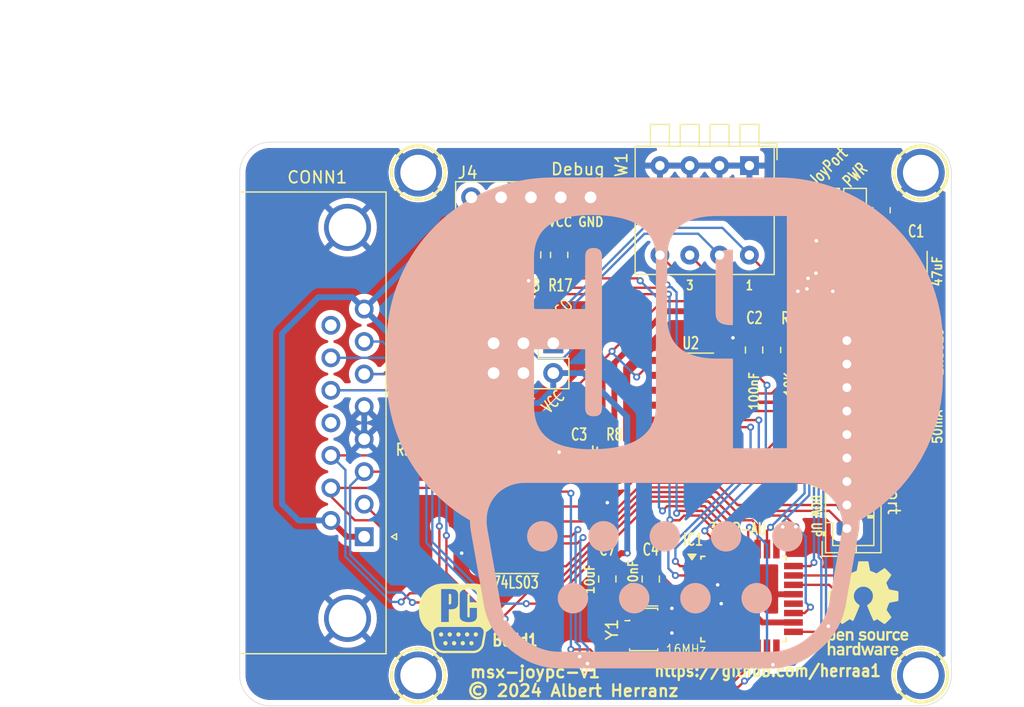
<source format=kicad_pcb>
(kicad_pcb (version 20240108) (generator "pcbnew") (generator_version "8.0")
  (title_block (title "msx-joypc-v1") (date "2024-08-23") (rev "Build1") (company "Albert Herranz"))
  (layers (0 "F.Cu" signal) (31 "B.Cu" signal) (34 "B.Paste" user) (35 "F.Paste" user) (36 "B.SilkS" user "B.Silkscreen") (37 "F.SilkS" user "F.Silkscreen") (38 "B.Mask" user) (39 "F.Mask" user) (44 "Edge.Cuts" user))
  (net 0 "")
  (net 1 "GND")
  (net 2 "VCC")
  (net 3 "JOY_5V")
  (net 4 "J1_PWR")
  (net 5 "/GPIO_J1_TRIGA")
  (net 6 "/GPIO_J1_RIGHT")
  (net 7 "/GPIO_J1_LEFT")
  (net 8 "/GPIO_J1_DOWN")
  (net 9 "/GPIO_J1_UP")
  (net 10 "AXIS1_X")
  (net 11 "AXIS2_Y")
  (net 12 "MIDI_TXD")
  (net 13 "AXIS1_Y")
  (net 14 "/DTR")
  (net 16 "BUTTON_1")
  (net 17 "AXIS2_X")
  (net 18 "MIDI_RXD")
  (net 19 "BUTTON_2")
  (net 20 "BUTTON_4")
  (net 21 "/RESET")
  (net 22 "/D0{slash}RX")
  (net 23 "/D1{slash}TX")
  (net 24 "/GPIO_J1_TRIGB")
  (net 25 "/J1_UP")
  (net 26 "/J1_DOWN")
  (net 27 "/J1_LEFT")
  (net 28 "/J1_RIGHT")
  (net 29 "/J1_TRIGA")
  (net 30 "/J1_TRIGB")
  (net 31 "/J1_OUT")
  (net 32 "SW3")
  (net 33 "/~{J1_OUT_1}")
  (net 34 "/~{J1_OUT_2}")
  (net 35 "/TX")
  (net 36 "/RX")
  (net 37 "Net-(D3-A)")
  (net 39 "Net-(IC1-XTAL1{slash}PB6)")
  (net 40 "Net-(IC1-XTAL2{slash}PB7)")
  (net 41 "SW4")
  (net 42 "/+5V_LED")
  (net 43 "BUTTON_3{slash}MOSI")
  (net 44 "SW1{slash}MISO")
  (net 45 "SW2{slash}SCK")
  (net 46 "LED_J1")
  (footprint "Resistor_SMD:R_0805_2012Metric_Pad1.20x1.40mm_HandSolder" (layer "F.Cu") (at 105.6 73.2 180)
    (property "Reference" "R3")
    (property "Value" "100K")
  )
  (footprint "Button_Switch_THT:SW_DIP_SPSTx04_Piano_10.8x11.72mm_W7.62mm_P2.54mm" (layer "F.Cu") (at 132.4 49 -90)
    (property "Reference" "SW1")
    (property "Value" "SW_DIP_x04")
  )
  (footprint "Capacitor_SMD:C_0805_2012Metric_Pad1.18x1.45mm_HandSolder" (layer "F.Cu") (at 120.3 84.2 -90)
    (property "Reference" "C7")
    (property "Value" "10uF")
  )
  (footprint "Package_SO:SOIC-14_3.9x8.7mm_P1.27mm" (layer "F.Cu") (at 112.5 79.3)
    (property "Reference" "U1")
    (property "Value" "74LS03")
  )
  (footprint "My_Components:Hole_3mm" (layer "F.Cu") (at 104.2 49.6)
    (property "Reference" "HOLE4" (hide yes))
    (property "Value" "HOLE" (hide yes))
  )
  (footprint "Resistor_SMD:R_0805_2012Metric_Pad1.20x1.40mm_HandSolder" (layer "F.Cu") (at 135.8 64.7 -90)
    (property "Reference" "R1")
    (property "Value" "10K")
  )
  (footprint "Connector_JST:JST_PH_B9B-PH-K_1x09_P2.00mm_Vertical" (layer "F.Cu") (at 140.7 79.9 90)
    (property "Reference" "CONN2")
    (property "Value" "MSX Joystick Port")
  )
  (footprint "Crystal:Resonator_SMD_Murata_CSTxExxV-3Pin_3.0x1.1mm_HandSoldering" (layer "F.Cu") (at 123.4 88.5 -90)
    (property "Reference" "Y1")
    (property "Value" "16MHz")
  )
  (footprint "Capacitor_SMD:C_0805_2012Metric_Pad1.18x1.45mm_HandSolder" (layer "F.Cu") (at 124 84.2 -90)
    (property "Reference" "C4")
    (property "Value" "100nF")
  )
  (footprint "My_Components:Hole_3mm" (layer "F.Cu") (at 104.2 92.4)
    (property "Reference" "HOLE3" (hide yes))
    (property "Value" "HOLE" (hide yes))
  )
  (footprint "Diode_SMD:D_SOD-123" (layer "F.Cu") (at 146.6 64.75 -90)
    (property "Reference" "D1")
    (property "Value" "1N5819")
  )
  (footprint "Resistor_SMD:R_0805_2012Metric_Pad1.20x1.40mm_HandSolder" (layer "F.Cu") (at 120.9 74.5 -90)
    (property "Reference" "R8")
    (property "Value" "10K")
  )
  (footprint "Resistor_SMD:R_0805_2012Metric_Pad1.20x1.40mm_HandSolder" (layer "F.Cu") (at 105.6 63.4)
    (property "Reference" "R4")
    (property "Value" "100K")
  )
  (footprint "Capacitor_SMD:C_0805_2012Metric_Pad1.18x1.45mm_HandSolder" (layer "F.Cu") (at 118 74.5 90)
    (property "Reference" "C3")
    (property "Value" "100nF")
  )
  (footprint "Symbol:OSHW-Logo_7.5x8mm_SilkScreen" (layer "F.Cu") (at 142.1 86.7)
    (property "Reference" "SYM1" (hide yes))
    (property "Value" "Logo_Open_Hardware_Large" (hide yes))
  )
  (footprint "Resistor_SMD:R_0805_2012Metric_Pad1.20x1.40mm_HandSolder" (layer "F.Cu") (at 109.3 56.6 90)
    (property "Reference" "R11")
    (property "Value" "1K" (hide yes))
  )
  (footprint "Capacitor_SMD:C_0805_2012Metric_Pad1.18x1.45mm_HandSolder" (layer "F.Cu") (at 113.9 56.6 90)
    (property "Reference" "C8")
    (property "Value" "100nF" (hide yes))
  )
  (footprint "Package_QFP:TQFP-32_7x7mm_P0.8mm" (layer "F.Cu") (at 131.9 85.9)
    (property "Reference" "IC1")
    (property "Value" "328P-AU")
  )
  (footprint "Resistor_SMD:R_0805_2012Metric_Pad1.20x1.40mm_HandSolder" (layer "F.Cu") (at 116.2 56.6 -90)
    (property "Reference" "R17")
    (property "Value" "1K" (hide yes))
  )
  (footprint "My_Components:Hole_3mm" (layer "F.Cu") (at 147 92.4)
    (property "Reference" "HOLE1" (hide yes))
    (property "Value" "HOLE" (hide yes))
  )
  (footprint "Resistor_SMD:R_0805_2012Metric_Pad1.20x1.40mm_HandSolder" (layer "F.Cu") (at 105.6 69.933332)
    (property "Reference" "R2")
    (property "Value" "100K")
  )
  (footprint "Capacitor_Tantalum_SMD:CP_EIA-3216-18_Kemet-A_Pad1.58x1.35mm_HandSolder" (layer "F.Cu") (at 146.6 57.9 90)
    (property "Reference" "C1")
    (property "Value" "47uF")
  )
  (footprint "LED_SMD:LED_0805_2012Metric_Pad1.15x1.40mm_HandSolder" (layer "F.Cu") (at 139.103334 52.8 -90)
    (property "Reference" "D3")
    (property "Value" "JoyPort")
  )
  (footprint "Package_SO:SOIC-14_3.9x8.7mm_P1.27mm" (layer "F.Cu") (at 127.4 69.4)
    (property "Reference" "U2")
    (property "Value" "74LS03")
  )
  (footprint "Connector_PinHeader_2.54mm:PinHeader_1x05_P2.54mm_Vertical" (layer "F.Cu") (at 118.875 51.7 -90)
    (property "Reference" "J4")
    (property "Value" "Debug")
  )
  (footprint "LED_SMD:LED_0805_2012Metric_Pad1.15x1.40mm_HandSolder" (layer "F.Cu") (at 141.4 52.8 -90)
    (property "Reference" "D2")
    (property "Value" "PWR")
  )
  (footprint "Resistor_SMD:R_0805_2012Metric_Pad1.20x1.40mm_HandSolder" (layer "F.Cu") (at 136.851668 52.8 -90)
    (property "Reference" "R6")
    (property "Value" "4.7K" (hide yes))
  )
  (footprint "Capacitor_SMD:C_0805_2012Metric_Pad1.18x1.45mm_HandSolder" (layer "F.Cu") (at 132.8 64.7 90)
    (property "Reference" "C2")
    (property "Value" "100nF")
  )
  (footprint "Connector_PinHeader_2.54mm:PinHeader_2x03_P2.54mm_Vertical" (layer "F.Cu") (at 115.7 64.125 -90)
    (property "Reference" "J3")
    (property "Value" "ICSP")
  )
  (footprint "My_Components:Hole_3mm" (layer "F.Cu") (at 147 49.6)
    (property "Reference" "HOLE2" (hide yes))
    (property "Value" "HOLE" (hide yes))
  )
  (footprint "Resistor_SMD:R_0805_2012Metric_Pad1.20x1.40mm_HandSolder" (layer "F.Cu") (at 111.6 56.6 90)
    (property "Reference" "R16")
    (property "Value" "1K" (hide yes))
  )
  (footprint "Resistor_SMD:R_0805_2012Metric_Pad1.20x1.40mm_HandSolder" (layer "F.Cu") (at 143.651668 52.8 -90)
    (property "Reference" "R9")
    (property "Value" "4.7K" (hide yes))
  )
  (footprint "Fuse:Fuse_1206_3216Metric_Pad1.42x1.75mm_HandSolder" (layer "F.Cu") (at 146.6 71.25 90)
    (property "Reference" "F1")
    (property "Value" "50mA")
  )
  (footprint "Resistor_SMD:R_0805_2012Metric_Pad1.20x1.40mm_HandSolder" (layer "F.Cu") (at 105.6 66.666666 180)
    (property "Reference" "R5")
    (property "Value" "100K")
  )
  (footprint "Connector_Dsub:DSUB-15_Female_Horizontal_P2.77x2.84mm_EdgePinOffset7.70mm_Housed_MountingHolesOffset9.12mm" (layer "F.Cu") (at 99.6 80.6 -90)
    (property "Reference" "CONN1")
    (property "Value" "GamePort")
  )
  (gr_poly (pts (xy 132.967745 84.776467) (xy 132.913945 84.780559) (xy 132.860927 84.787297) (xy 132.808757 84.796614) (xy 132.757503 84.808445) (xy 132.707231 84.822723) (xy 132.658008 84.839381) (xy 132.6099 84.858352) (xy 132.562973 84.87957) (xy 132.517294 84.902968) (xy 132.47293 84.928481) (xy 132.429947 84.95604) (xy 132.388413 84.98558) (xy 132.348392 85.017034) (xy 132.309953 85.050336) (xy 132.273161 85.085419) (xy 132.238083 85.122215) (xy 132.204786 85.16066) (xy 132.173336 85.200686) (xy 132.1438 85.242226) (xy 132.116244 85.285215) (xy 132.090736 85.329585) (xy 132.06734 85.37527) (xy 132.046125 85.422203) (xy 132.027156 85.470318) (xy 132.010501 85.519549) (xy 131.996225 85.569828) (xy 131.984396 85.621089) (xy 131.97508 85.673265) (xy 131.968342 85.72629) (xy 131.964251 85.780098) (xy 131.962873 85.834621) (xy 131.964251 85.889145) (xy 131.968342 85.942953) (xy 131.97508 85.995978) (xy 131.984396 86.048155) (xy 131.996225 86.099416) (xy 132.010501 86.149695) (xy 132.027156 86.198926) (xy 132.046125 86.247041) (xy 132.06734 86.293974) (xy 132.090736 86.339659) (xy 132.116244 86.384029) (xy 132.1438 86.427018) (xy 132.173336 86.468559) (xy 132.204786 86.508585) (xy 132.238083 86.547029) (xy 132.273161 86.583826) (xy 132.309953 86.618909) (xy 132.348392 86.652211) (xy 132.388413 86.683665) (xy 132.429947 86.713205) (xy 132.47293 86.740764) (xy 132.517294 86.766277) (xy 132.562973 86.789675) (xy 132.6099 86.810893) (xy 132.658008 86.829864) (xy 132.707231 86.846522) (xy 132.757503 86.8608) (xy 132.808757 86.872631) (xy 132.860927 86.881948) (xy 132.913945 86.888686) (xy 132.967745 86.892778) (xy 133.022261 86.894157) (xy 133.076777 86.892778) (xy 133.130577 86.888686) (xy 133.183595 86.881948) (xy 133.235765 86.872631) (xy 133.287019 86.8608) (xy 133.337291 86.846522) (xy 133.386514 86.829864) (xy 133.434623 86.810893) (xy 133.48155 86.789675) (xy 133.527228 86.766277) (xy 133.571592 86.740764) (xy 133.614575 86.713205) (xy 133.65611 86.683665) (xy 133.69613 86.652211) (xy 133.73457 86.618909) (xy 133.771362 86.583826) (xy 133.80644 86.547029) (xy 133.839737 86.508585) (xy 133.871186 86.468559) (xy 133.900723 86.427018) (xy 133.928278 86.384029) (xy 133.953787 86.339659) (xy 133.977182 86.293974) (xy 133.998397 86.247041) (xy 134.017366 86.198926) (xy 134.034021 86.149695) (xy 134.048297 86.099416) (xy 134.060126 86.048155) (xy 134.069443 85.995978) (xy 134.07618 85.942953) (xy 134.080271 85.889145) (xy 134.081649 85.834621) (xy 134.080271 85.780098) (xy 134.07618 85.72629) (xy 134.069443 85.673265) (xy 134.060126 85.621089) (xy 134.048297 85.569828) (xy 134.034021 85.519549) (xy 134.017366 85.470318) (xy 133.998397 85.422203) (xy 133.977182 85.37527) (xy 133.953787 85.329585) (xy 133.928278 85.285215) (xy 133.900723 85.242226) (xy 133.871186 85.200686) (xy 133.839737 85.16066) (xy 133.80644 85.122215) (xy 133.771362 85.085419) (xy 133.73457 85.050336) (xy 133.69613 85.017034) (xy 133.65611 84.98558) (xy 133.614575 84.95604) (xy 133.571592 84.928481) (xy 133.527228 84.902968) (xy 133.48155 84.87957) (xy 133.434623 84.858352) (xy 133.386514 84.839381) (xy 133.337291 84.822723) (xy 133.287019 84.808445) (xy 133.235765 84.796614) (xy 133.183595 84.787297) (xy 133.130577 84.780559) (xy 133.076777 84.776467) (xy 133.022261 84.775089)) (stroke (width 0.473069) (color 255 255 255 1)) (fill solid) (layer "B.SilkS"))
  (gr_poly (pts (xy 113.126593 75.304617) (xy 112.885618 75.32305) (xy 112.650204 75.3534) (xy 112.420604 75.395363) (xy 112.197075 75.448634) (xy 111.97987 75.51291) (xy 111.769246 75.587885) (xy 111.565456 75.673257) (xy 111.368755 75.76872) (xy 111.179399 75.87397) (xy 110.997642 75.988704) (xy 110.82374 76.112617) (xy 110.657946 76.245405) (xy 110.500517 76.386763) (xy 110.351706 76.536388) (xy 110.211769 76.693976) (xy 110.08096 76.859221) (xy 109.959535 77.03182) (xy 109.847748 77.211469) (xy 109.745854 77.397863) (xy 109.654109 77.590699) (xy 109.572766 77.789672) (xy 109.502081 77.994477) (xy 109.442308 78.204811) (xy 109.393703 78.42037) (xy 109.356521 78.640849) (xy 109.331015 78.865944) (xy 109.317442 79.095351) (xy 109.316056 79.328765) (xy 109.327111 79.565883) (xy 109.350863 79.806401) (xy 109.387567 80.050013) (xy 110.50086 86.346207) (xy 110.550296 86.589809) (xy 110.611594 86.830331) (xy 110.68439 87.067466) (xy 110.768322 87.300911) (xy 110.863026 87.530359) (xy 110.968141 87.755505) (xy 111.083302 87.976045) (xy 111.208146 88.191673) (xy 111.342311 88.402085) (xy 111.485434 88.606975) (xy 111.7971 88.998968) (xy 112.14024 89.365214) (xy 112.511951 89.703269) (xy 112.909327 90.010695) (xy 113.329466 90.285049) (xy 113.769462 90.523892) (xy 113.995999 90.629234) (xy 114.226411 90.724782) (xy 114.460336 90.810232) (xy 114.69741 90.885279) (xy 114.937271 90.949617) (xy 115.179554 91.002941) (xy 115.423899 91.044947) (xy 115.66994 91.075328) (xy 115.917316 91.093781) (xy 116.165663 91.1) (xy 134.230933 91.1) (xy 134.479313 91.093781) (xy 134.726722 91.075329) (xy 134.972794 91.044947) (xy 135.217168 91.002941) (xy 135.45948 90.949617) (xy 135.699367 90.885279) (xy 135.936467 90.810233) (xy 136.170415 90.724783) (xy 136.400849 90.629234) (xy 136.627405 90.523893) (xy 136.849721 90.409063) (xy 137.067434 90.285051) (xy 137.28018 90.15216) (xy 137.487596 90.010696) (xy 137.689319 89.860965) (xy 137.884986 89.703271) (xy 138.074234 89.53792) (xy 138.256699 89.365216) (xy 138.43202 89.185465) (xy 138.599831 88.998971) (xy 138.759771 88.80604) (xy 138.911477 88.606978) (xy 139.054585 88.402088) (xy 139.188731 88.191676) (xy 139.313554 87.976048) (xy 139.428689 87.755508) (xy 139.533774 87.530362) (xy 139.628446 87.300914) (xy 139.712341 87.067469) (xy 139.785097 86.830334) (xy 139.84635 86.589812) (xy 139.895737 86.346209) (xy 141.009211 80.050015) (xy 141.045912 79.806403) (xy 141.069657 79.565886) (xy 141.0807 79.328768) (xy 141.079299 79.095353) (xy 141.065706 78.865946) (xy 141.040179 78.640851) (xy 141.002973 78.420372) (xy 140.954342 78.204814) (xy 140.894542 77.99448) (xy 140.823829 77.789674) (xy 140.742457 77.590701) (xy 140.650683 77.397866) (xy 140.548762 77.211471) (xy 140.436949 77.031822) (xy 140.315499 76.859223) (xy 140.184668 76.693978) (xy 140.044711 76.536391) (xy 139.895884 76.386766) (xy 139.738441 76.245407) (xy 139.572639 76.112619) (xy 139.398732 75.988706) (xy 139.216977 75.873972) (xy 139.027627 75.768722) (xy 138.83094 75.673259) (xy 138.627169 75.587887) (xy 138.416571 75.512912) (xy 138.199401 75.448636) (xy 137.975915 75.395365) (xy 137.746366 75.353403) (xy 137.511012 75.323053) (xy 137.270107 75.30462) (xy 137.023907 75.298408) (xy 113.372874 75.298405)) (stroke (width 1.418269) (color 255 255 255 1)) (fill none) (layer "B.SilkS"))
  (gr_poly (pts (xy 119.928525 79.505571) (xy 119.874704 79.509665) (xy 119.821667 79.516407) (xy 119.769481 79.525731) (xy 119.718211 79.537569) (xy 119.667925 79.551855) (xy 119.618689 79.568523) (xy 119.570569 79.587506) (xy 119.523632 79.608736) (xy 119.477944 79.632149) (xy 119.433572 79.657676) (xy 119.390583 79.685251) (xy 119.349042 79.714808) (xy 119.309017 79.74628) (xy 119.270574 79.7796) (xy 119.233779 79.814702) (xy 119.198699 79.85152) (xy 119.1654 79.889985) (xy 119.133949 79.930032) (xy 119.104413 79.971595) (xy 119.076857 80.014606) (xy 119.051349 80.058999) (xy 119.027954 80.104707) (xy 119.006739 80.151664) (xy 118.987772 80.199803) (xy 118.971118 80.249057) (xy 118.956843 80.299359) (xy 118.945015 80.350644) (xy 118.935699 80.402845) (xy 118.928963 80.455894) (xy 118.924873 80.509725) (xy 118.923494 80.564272) (xy 118.924873 80.618801) (xy 118.928963 80.672614) (xy 118.935699 80.725644) (xy 118.945015 80.777824) (xy 118.956843 80.829088) (xy 118.971118 80.87937) (xy 118.987772 80.928602) (xy 119.006739 80.976719) (xy 119.027954 81.023653) (xy 119.051349 81.069339) (xy 119.076857 81.113709) (xy 119.104413 81.156697) (xy 119.133949 81.198237) (xy 119.1654 81.238262) (xy 119.198699 81.276706) (xy 119.233779 81.313501) (xy 119.270574 81.348582) (xy 119.309017 81.381882) (xy 119.349042 81.413334) (xy 119.390583 81.442873) (xy 119.433572 81.47043) (xy 119.477944 81.49594) (xy 119.523632 81.519337) (xy 119.570569 81.540553) (xy 119.618689 81.559522) (xy 119.667925 81.576178) (xy 119.718211 81.590454) (xy 119.769481 81.602284) (xy 119.821667 81.6116) (xy 119.874704 81.618337) (xy 119.928525 81.622428) (xy 119.983064 81.623807) (xy 120.037521 81.622428) (xy 120.091268 81.618337) (xy 120.14424 81.6116) (xy 120.196368 81.602284) (xy 120.247587 81.590454) (xy 120.297829 81.576178) (xy 120.347028 81.559522) (xy 120.395116 81.540553) (xy 120.442027 81.519337) (xy 120.487694 81.49594) (xy 120.532049 81.47043) (xy 120.575027 81.442873) (xy 120.61656 81.413334) (xy 120.656582 81.381882) (xy 120.695025 81.348582) (xy 120.731823 81.313501) (xy 120.766909 81.276706) (xy 120.800216 81.238262) (xy 120.831677 81.198237) (xy 120.861225 81.156697) (xy 120.888793 81.113709) (xy 120.914315 81.069339) (xy 120.937724 81.023653) (xy 120.958952 80.976719) (xy 120.977934 80.928602) (xy 120.994601 80.87937) (xy 121.008888 80.829088) (xy 121.020727 80.777824) (xy 121.030051 80.725644) (xy 121.036795 80.672614) (xy 121.04089 80.618801) (xy 121.042269 80.564272) (xy 121.04089 80.509725) (xy 121.036795 80.455894) (xy 121.030052 80.402845) (xy 121.020727 80.350644) (xy 121.008888 80.299359) (xy 120.994602 80.249057) (xy 120.977934 80.199803) (xy 120.958953 80.151664) (xy 120.937725 80.104707) (xy 120.914316 80.058999) (xy 120.888794 80.014606) (xy 120.861226 79.971595) (xy 120.831678 79.930032) (xy 120.800217 79.889985) (xy 120.766911 79.85152) (xy 120.731825 79.814702) (xy 120.695027 79.7796) (xy 120.656584 79.74628) (xy 120.616562 79.714808) (xy 120.575029 79.685251) (xy 120.532051 79.657676) (xy 120.487696 79.632149) (xy 120.442029 79.608736) (xy 120.395118 79.587506) (xy 120.34703 79.568523) (xy 120.297831 79.551855) (xy 120.247589 79.537569) (xy 120.19637 79.525731) (xy 120.144241 79.516407) (xy 120.091269 79.509665) (xy 120.037521 79.505571) (xy 119.983064 79.504192)) (stroke (width 0.473069) (color 255 255 255 1)) (fill solid) (layer "B.SilkS"))
  (gr_poly (pts (xy 114.906638 50.026419) (xy 114.187423 50.080771) (xy 113.478895 50.170289) (xy 112.78193 50.294099) (xy 112.097402 50.451326) (xy 111.426184 50.641097) (xy 110.769152 50.862537) (xy 110.127178 51.114771) (xy 109.501138 51.396926) (xy 108.891905 51.708127) (xy 108.300354 52.0475) (xy 107.727358 52.414171) (xy 107.173793 52.807266) (xy 106.640531 53.225909) (xy 106.128447 53.669228) (xy 105.638416 54.136347) (xy 105.171311 54.626393) (xy 104.728006 55.138491) (xy 104.309377 55.671766) (xy 103.916296 56.225346) (xy 103.549638 56.798355) (xy 103.210278 57.389919) (xy 102.899088 57.999164) (xy 102.616945 58.625215) (xy 102.36472 59.267199) (xy 102.14329 59.924241) (xy 101.953528 60.595467) (xy 101.796307 61.280003) (xy 101.672503 61.976973) (xy 101.582989 62.685505) (xy 101.52864 63.404724) (xy 101.510329 64.133756) (xy 101.510329 66.949086) (xy 101.51872 67.442832) (xy 101.543714 67.932209) (xy 101.58504 68.416948) (xy 101.642427 68.89678) (xy 101.715604 69.371435) (xy 101.804301 69.840646) (xy 101.908248 70.304143) (xy 102.027173 70.761658) (xy 102.160807 71.212922) (xy 102.308878 71.657666) (xy 102.471116 72.095622) (xy 102.647251 72.52652) (xy 102.837011 72.950091) (xy 103.040127 73.366068) (xy 103.256327 73.774181) (xy 103.485341 74.174161) (xy 103.726898 74.56574) (xy 103.980728 74.948649) (xy 104.24656 75.322619) (xy 104.524124 75.687381) (xy 104.813148 76.042667) (xy 105.113363 76.388207) (xy 105.424498 76.723733) (xy 105.746281 77.048977) (xy 106.078444 77.363669) (xy 106.420714 77.66754) (xy 106.772821 77.960322) (xy 107.134495 78.241746) (xy 107.505465 78.511544) (xy 107.885461 78.769445) (xy 108.274212 79.015183) (xy 108.671447 79.248487) (xy 108.70445 79.073944) (xy 108.744663 78.902576) (xy 108.791958 78.734538) (xy 108.846205 78.569984) (xy 108.907278 78.40907) (xy 108.975048 78.251952) (xy 109.049387 78.098784) (xy 109.130167 77.949722) (xy 109.21726 77.804921) (xy 109.310537 77.664536) (xy 109.409871 77.528722) (xy 109.515133 77.397634) (xy 109.626196 77.271429) (xy 109.742931 77.15026) (xy 109.86521 77.034283) (xy 109.992906 76.923653) (xy 110.125889 76.818526) (xy 110.264033 76.719056) (xy 110.407208 76.6254) (xy 110.555287 76.537711) (xy 110.708141 76.456145) (xy 110.865643 76.380858) (xy 111.027665 76.312005) (xy 111.194078 76.24974) (xy 111.364754 76.19422) (xy 111.539565 76.145598) (xy 111.718384 76.104031) (xy 111.901081 76.069674) (xy 112.08753 76.042682) (xy 112.277601 76.023209) (xy 112.471166 76.011412) (xy 112.668099 76.007445) (xy 136.319054 76.007445) (xy 136.538561 76.012381) (xy 136.753863 76.027044) (xy 136.964781 76.051221) (xy 137.171138 76.084694) (xy 137.372755 76.127249) (xy 137.569452 76.17867) (xy 137.761051 76.238743) (xy 137.947375 76.30725) (xy 138.128243 76.383978) (xy 138.303478 76.46871) (xy 138.4729 76.561231) (xy 138.636332 76.661326) (xy 138.793594 76.768779) (xy 138.944509 76.883375) (xy 139.088896 77.004898) (xy 139.226579 77.133133) (xy 139.357377 77.267865) (xy 139.481113 77.408878) (xy 139.597608 77.555957) (xy 139.706683 77.708886) (xy 139.80816 77.86745) (xy 139.90186 78.031433) (xy 139.987604 78.20062) (xy 140.065214 78.374796) (xy 140.134512 78.553744) (xy 140.195318 78.737251) (xy 140.247453 78.9251) (xy 140.29074 79.117075) (xy 140.325 79.312962) (xy 140.350054 79.512545) (xy 140.365723 79.715609) (xy 140.37183 79.921938) (xy 141.294389 79.483848) (xy 142.178404 78.9826) (xy 143.020979 78.42108) (xy 143.819222 77.802172) (xy 144.570238 77.128761) (xy 145.271131 76.403732) (xy 145.919009 75.629969) (xy 146.510978 74.810357) (xy 147.044142 73.947782) (xy 147.515607 73.045127) (xy 147.92248 72.105278) (xy 148.261866 71.13112) (xy 148.530871 70.125536) (xy 148.726601 69.091413) (xy 148.846161 68.031635) (xy 148.886658 66.949086) (xy 148.886658 64.133756) (xy 148.868346 63.404724) (xy 148.813995 62.685505) (xy 148.724477 61.976973) (xy 148.600667 61.280003) (xy 148.443439 60.595467) (xy 148.253669 59.924241) (xy 148.032229 59.267199) (xy 147.779995 58.625215) (xy 147.49784 57.999164) (xy 147.186639 57.389919) (xy 146.847266 56.798355) (xy 146.480595 56.225346) (xy 146.0875 55.671766) (xy 145.668857 55.138491) (xy 145.225538 54.626393) (xy 144.758419 54.136347) (xy 144.268373 53.669228) (xy 143.900957 53.351159) (xy 135.589486 53.351159) (xy 135.589177 73.06282) (xy 131 73.064061) (xy 131 66.563375) (xy 130.999344 66.279896) (xy 131.000839 65.996402) (xy 131.000364 65.713) (xy 130.9981 65.571368) (xy 130.993799 65.4298) (xy 130.83611 65.430772) (xy 130.678419 65.430763) (xy 130.36283 65.430421) (xy 129.602357 65.43047) (xy 129.412312 65.427469) (xy 129.222445 65.420972) (xy 129.03283 65.409832) (xy 128.843542 65.392903) (xy 128.64641 65.370997) (xy 128.449899 65.343687) (xy 128.254474 65.310481) (xy 128.060604 65.270888) (xy 127.868753 65.224417) (xy 127.773732 65.198448) (xy 127.67939 65.170576) (xy 127.585787 65.140738) (xy 127.492981 65.108873) (xy 127.40103 65.07492) (xy 127.309993 65.038817) (xy 127.247791 65.012233) (xy 127.186083 64.984614) (xy 127.124928 64.95594) (xy 127.064383 64.926195) (xy 127.004508 64.89536) (xy 126.945361 64.863418) (xy 126.887 64.830351) (xy 126.829484 64.79614) (xy 126.772872 64.760769) (xy 126.717221 64.724218) (xy 126.662591 64.686471) (xy 126.60904 64.64751) (xy 126.556626 64.607316) (xy 126.505408 64.565872) (xy 126.455445 64.523159) (xy 126.406795 64.479161) (xy 126.328237 64.407555) (xy 126.253346 64.333162) (xy 126.182078 64.256142) (xy 126.114386 64.176653) (xy 126.050227 64.094853) (xy 125.989555 64.010902) (xy 125.932324 63.924957) (xy 125.87849 63.837178) (xy 125.828008 63.747722) (xy 125.780831 63.656749) (xy 125.736916 63.564418) (xy 125.696216 63.470886) (xy 125.658688 63.376313) (xy 125.624285 63.280856) (xy 125.592962 63.184676) (xy 125.564675 63.087929) (xy 125.538109 62.990486) (xy 125.514378 62.8926) (xy 125.493343 62.794311) (xy 125.474865 62.695658) (xy 125.458805 62.596679) (xy 125.445026 62.497415) (xy 125.423756 62.298184) (xy 125.409945 62.098279) (xy 125.402488 61.898011) (xy 125.400276 61.697693) (xy 125.402203 61.497638) (xy 125.402203 57.151547) (xy 125.400979 57.005561) (xy 125.40176 56.893373) (xy 124.44114 56.893373) (xy 124.439471 57.027523) (xy 124.439471 69.365372) (xy 124.440432 69.467505) (xy 124.439119 69.569748) (xy 124.435452 69.672022) (xy 124.429352 69.774247) (xy 124.42074 69.876343) (xy 124.409536 69.97823) (xy 124.39566 70.079829) (xy 124.379034 70.181059) (xy 124.359578 70.281841) (xy 124.337212 70.382095) (xy 124.311858 70.481741) (xy 124.283435 70.5807) (xy 124.251865 70.678892) (xy 124.217068 70.776237) (xy 124.178964 70.872655) (xy 124.137475 70.968066) (xy 124.104246 71.039096) (xy 124.068926 71.109317) (xy 124.03154 71.178678) (xy 123.992117 71.247129) (xy 123.950684 71.314617) (xy 123.907269 71.381093) (xy 123.861898 71.446503) (xy 123.814599 71.510799) (xy 123.765399 71.573927) (xy 123.714326 71.635838) (xy 123.661408 71.696479) (xy 123.60667 71.7558) (xy 123.550141 71.813749) (xy 123.491848 71.870276) (xy 123.431819 71.925329) (xy 123.37008 71.978857) (xy 123.269454 72.062629) (xy 123.165312 72.142319) (xy 123.057867 72.218029) (xy 122.94733 72.289866) (xy 122.833915 72.357934) (xy 122.717833 72.422338) (xy 122.599296 72.483183) (xy 122.478517 72.540574) (xy 122.355708 72.594616) (xy 122.23108 72.645414) (xy 122.104847 72.693072) (xy 121.97722 72.737696) (xy 121.848411 72.779391) (xy 121.718633 72.818261) (xy 121.457017 72.887948) (xy 121.173071 72.950883) (xy 120.886821 73.003661) (xy 120.598652 73.046999) (xy 120.308945 73.081614) (xy 120.018086 73.10822) (xy 119.726458 73.127536) (xy 119.434444 73.140276) (xy 119.142429 73.147157) (xy 118.861068 73.14781) (xy 118.579478 73.142864) (xy 118.298058 73.131454) (xy 118.017208 73.112714) (xy 117.73733 73.08578) (xy 117.458824 73.049788) (xy 117.18209 73.003872) (xy 116.907528 72.947169) (xy 116.800118 72.921818) (xy 116.693178 72.894425) (xy 116.586829 72.864934) (xy 116.481193 72.833288) (xy 116.376391 72.799432) (xy 116.272544 72.76331) (xy 116.169772 72.724864) (xy 116.068197 72.684039) (xy 115.96794 72.640779) (xy 115.869122 72.595026) (xy 115.771864 72.546726) (xy 115.676286 72.495822) (xy 115.582511 72.442258) (xy 115.490659 72.385976) (xy 115.400851 72.326922) (xy 115.313208 72.265039) (xy 115.230503 72.203531) (xy 115.150576 72.139294) (xy 115.073454 72.072449) (xy 114.999162 72.003114) (xy 114.927727 71.93141) (xy 114.859177 71.857455) (xy 114.793536 71.78137) (xy 114.730831 71.703274) (xy 114.67109 71.623287) (xy 114.614337 71.541528) (xy 114.5606 71.458117) (xy 114.509905 71.373173) (xy 114.462279 71.286817) (xy 114.417747 71.199167) (xy 114.376336 71.110343) (xy 114.338073 71.020464) (xy 114.300624 70.924042) (xy 114.266336 70.826814) (xy 114.235107 70.728844) (xy 114.206833 70.630196) (xy 114.181414 70.530935) (xy 114.158746 70.431123) (xy 114.138727 70.330826) (xy 114.121255 70.230107) (xy 114.106228 70.12903) (xy 114.093543 70.027659) (xy 114.074789 69.824291) (xy 114.064174 69.620515) (xy 114.060881 69.416843) (xy 114.062742 64.632639) (xy 118.415962 64.633881) (xy 118.416274 69.466762) (xy 118.415126 69.540196) (xy 118.41525 69.613929) (xy 118.417647 69.687665) (xy 118.42001 69.72444) (xy 118.423317 69.761104) (xy 118.427693 69.797619) (xy 118.433262 69.83395) (xy 118.44015 69.870057) (xy 118.448482 69.905904) (xy 118.458383 69.941454) (xy 118.469977 69.97667) (xy 118.483391 70.011514) (xy 118.498749 70.04595) (xy 118.517642 70.079647) (xy 118.539375 70.111444) (xy 118.563755 70.141314) (xy 118.590587 70.16923) (xy 118.619678 70.195163) (xy 118.650834 70.219087) (xy 118.683861 70.240974) (xy 118.718564 70.260795) (xy 118.754751 70.278525) (xy 118.792227 70.294136) (xy 118.830798 70.307599) (xy 118.87027 70.318888) (xy 118.910449 70.327974) (xy 118.951142 70.334831) (xy 118.992154 70.339432) (xy 119.033291 70.341747) (xy 119.114231 70.344217) (xy 119.155449 70.344262) (xy 119.196921 70.343293) (xy 119.238465 70.341144) (xy 119.279897 70.33765) (xy 119.321035 70.332645) (xy 119.361695 70.325964) (xy 119.401695 70.317441) (xy 119.440851 70.30691) (xy 119.478981 70.294207) (xy 119.515901 70.279165) (xy 119.551429 70.261619) (xy 119.585381 70.241403) (xy 119.601709 70.230242) (xy 119.617575 70.218351) (xy 119.632955 70.20571) (xy 119.647827 70.192299) (xy 119.66231 70.17961) (xy 119.676082 70.166507) (xy 119.701568 70.139133) (xy 119.724433 70.110315) (xy 119.74482 70.080194) (xy 119.762875 70.048907) (xy 119.778743 70.016595) (xy 119.792569 69.983396) (xy 119.804498 69.949449) (xy 119.814676 69.914895) (xy 119.823247 69.879871) (xy 119.830356 69.844518) (xy 119.836148 69.808975) (xy 119.84077 69.77338) (xy 119.844365 69.737873) (xy 119.849056 69.667679) (xy 119.849985 56.703512) (xy 119.8498 56.674388) (xy 119.848894 56.645154) (xy 119.847205 56.615865) (xy 119.844672 56.586578) (xy 119.841232 56.557348) (xy 119.836825 56.528231) (xy 119.831388 56.499282) (xy 119.82486 56.470556) (xy 119.81718 56.44211) (xy 119.808285 56.413999) (xy 119.798114 56.386278) (xy 119.786605 56.359003) (xy 119.773697 56.33223) (xy 119.759328 56.306015) (xy 119.743437 56.280412) (xy 119.725961 56.255477) (xy 119.704276 56.226401) (xy 119.680267 56.199225) (xy 119.65411 56.173943) (xy 119.62598 56.150549) (xy 119.596051 56.129034) (xy 119.564499 56.109393) (xy 119.531499 56.09162) (xy 119.497227 56.075706) (xy 119.461856 56.061646) (xy 119.425563 56.049433) (xy 119.388523 56.03906) (xy 119.350911 56.03052) (xy 119.312901 56.023807) (xy 119.27467 56.018914) (xy 119.236392 56.015835) (xy 119.198242 56.014562) (xy 119.156339 56.012374) (xy 119.114054 56.011724) (xy 119.071562 56.012682) (xy 119.029036 56.015321) (xy 118.98665 56.019712) (xy 118.944578 56.025925) (xy 118.902993 56.034033) (xy 118.86207 56.044106) (xy 118.821982 56.056216) (xy 118.782904 56.070434) (xy 118.745008 56.086832) (xy 118.70847 56.10548) (xy 118.673462 56.126451) (xy 118.64016 56.149815) (xy 118.624202 56.162416) (xy 118.608735 56.175643) (xy 118.593782 56.189504) (xy 118.579364 56.204008) (xy 118.551219 56.237173) (xy 118.526343 56.271686) (xy 118.504549 56.307424) (xy 118.485648 56.344264) (xy 118.469454 56.38208) (xy 118.455779 56.420751) (xy 118.444434 56.460152) (xy 118.435234 56.50016) (xy 118.427988 56.54065) (xy 118.422511 56.581501) (xy 118.418615 56.622586) (xy 118.416111 56.663784) (xy 118.414813 56.704971) (xy 118.414532 56.746022) (xy 118.416274 56.827225) (xy 118.416274 59.311104) (xy 118.416902 60.260659) (xy 118.416422 60.73547) (xy 118.410694 61.210213) (xy 114.062122 61.208354) (xy 114.060881 56.829086) (xy 114.067246 56.615313) (xy 114.073668 56.508359) (xy 114.082403 56.401476) (xy 114.093569 56.294752) (xy 114.107281 56.188274) (xy 114.123656 56.08213) (xy 114.142809 55.976408) (xy 114.164858 55.871195) (xy 114.189917 55.766579) (xy 114.218103 55.662648) (xy 114.249533 55.559488) (xy 114.284322 55.457188) (xy 114.322586 55.355835) (xy 114.364442 55.255516) (xy 114.410006 55.15632) (xy 114.448365 55.080042) (xy 114.489135 55.004714) (xy 114.532291 54.93042) (xy 114.577812 54.857241) (xy 114.625674 54.785263) (xy 114.675855 54.714567) (xy 114.728332 54.645238) (xy 114.783083 54.57736) (xy 114.840083 54.511014) (xy 114.899312 54.446286) (xy 114.960745 54.383258) (xy 115.02436 54.322013) (xy 115.090134 54.262636) (xy 115.158045 54.205209) (xy 115.22807 54.149816) (xy 115.300185 54.09654) (xy 115.385285 54.035587) (xy 115.47254 53.977452) (xy 115.561824 53.922064) (xy 115.653014 53.869353) (xy 115.745987 53.819248) (xy 115.840617 53.77168) (xy 115.93678 53.726577) (xy 116.034353 53.683869) (xy 116.133212 53.643487) (xy 116.233231 53.605358) (xy 116.334288 53.569414) (xy 116.436259 53.535584) (xy 116.642442 53.473983) (xy 116.850788 53.419992) (xy 117.112024 53.364004) (xy 117.375334 53.317876) (xy 117.640355 53.280841) (xy 117.906724 53.252127) (xy 118.174077 53.230968) (xy 118.442052 53.216593) (xy 118.710284 53.208234) (xy 118.97841 53.205122) (xy 119.381967 53.21307) (xy 119.786228 53.231273) (xy 120.189854 53.261885) (xy 120.591505 53.307057) (xy 120.791171 53.335776) (xy 120.98984 53.368943) (xy 121.187345 53.406826) (xy 121.383519 53.449695) (xy 121.578194 53.497819) (xy 121.771202 53.551467) (xy 121.962377 53.610907) (xy 122.15155 53.67641) (xy 122.242564 53.711196) (xy 122.332864 53.74769) (xy 122.422353 53.78592) (xy 122.51093 53.825913) (xy 122.598497 53.867695) (xy 122.684956 53.911294) (xy 122.770207 53.956737) (xy 122.854152 54.00405) (xy 122.936691 54.05326) (xy 123.017727 54.104394) (xy 123.097159 54.157479) (xy 123.17489 54.212541) (xy 123.25082 54.269609) (xy 123.32485 54.328708) (xy 123.396882 54.389865) (xy 123.466817 54.453108) (xy 123.549802 54.531096) (xy 123.629029 54.611974) (xy 123.704488 54.695587) (xy 123.776174 54.781779) (xy 123.844078 54.870394) (xy 123.908193 54.961276) (xy 123.968512 55.054271) (xy 124.025027 55.149223) (xy 124.077731 55.245976) (xy 124.126616 55.344374) (xy 124.171675 55.444262) (xy 124.212901 55.545485) (xy 124.250286 55.647887) (xy 124.283823 55.751313) (xy 124.313504 55.855606) (xy 124.339321 55.960612) (xy 124.368569 56.092237) (xy 124.392311 56.224631) (xy 124.41091 56.357657) (xy 124.424729 56.491181) (xy 124.434132 56.625065) (xy 124.439481 56.759175) (xy 124.44114 56.893373) (xy 125.40176 56.893373) (xy 125.401995 56.859487) (xy 125.405759 56.713428) (xy 125.412773 56.567487) (xy 125.423543 56.421768) (xy 125.438574 56.276372) (xy 125.45837 56.131404) (xy 125.483438 55.986966) (xy 125.506044 55.871673) (xy 125.53228 55.756674) (xy 125.562253 55.642194) (xy 125.596071 55.528457) (xy 125.633843 55.415686) (xy 125.675675 55.304105) (xy 125.721676 55.193939) (xy 125.771953 55.085411) (xy 125.826615 54.978745) (xy 125.885769 54.874166) (xy 125.949522 54.771896) (xy 126.017983 54.672161) (xy 126.09126 54.575184) (xy 126.16946 54.481188) (xy 126.252691 54.390399) (xy 126.34106 54.303039) (xy 126.410516 54.238416) (xy 126.482445 54.176201) (xy 126.556726 54.116383) (xy 126.63324 54.058952) (xy 126.711867 54.003897) (xy 126.792489 53.951208) (xy 126.874985 53.900873) (xy 126.959236 53.852882) (xy 127.045122 53.807225) (xy 127.132523 53.763891) (xy 127.221321 53.72287) (xy 127.311395 53.68415) (xy 127.402625 53.647722) (xy 127.494893 53.613574) (xy 127.588079 53.581696) (xy 127.682063 53.552077) (xy 127.815688 53.513696) (xy 127.950314 53.478908) (xy 128.085858 53.447577) (xy 128.222235 53.419563) (xy 128.359359 53.39473) (xy 128.497145 53.372938) (xy 128.774366 53.337927) (xy 129.053219 53.313426) (xy 129.333026 53.298331) (xy 129.613107 53.291536) (xy 129.892783 53.291938) (xy 135.571504 53.288837) (xy 135.589486 53.351159) (xy 143.900957 53.351159) (xy 143.756275 53.225909) (xy 143.222999 52.807266) (xy 142.66942 52.414171) (xy 142.096411 52.0475) (xy 141.504847 51.708127) (xy 140.895602 51.396926) (xy 140.269551 51.114771) (xy 139.627567 50.862537) (xy 138.970525 50.641097) (xy 138.299299 50.451326) (xy 137.614763 50.294099) (xy 136.917793 50.170289) (xy 136.209261 50.080771) (xy 135.490042 50.026419) (xy 134.761011 50.008108) (xy 115.635668 50.008108)) (stroke (width -0.000001)) (fill solid) (layer "B.SilkS"))
  (gr_poly (pts (xy 125.143552 79.506117) (xy 125.08977 79.510207) (xy 125.036771 79.516943) (xy 124.984619 79.526257) (xy 124.933383 79.538084) (xy 124.883128 79.552357) (xy 124.833922 79.569009) (xy 124.78583 79.587973) (xy 124.738919 79.609184) (xy 124.693256 79.632575) (xy 124.648908 79.658078) (xy 124.60594 79.685628) (xy 124.564419 79.715158) (xy 124.524413 79.746601) (xy 124.485986 79.779892) (xy 124.449207 79.814962) (xy 124.414142 79.851746) (xy 124.380856 79.890178) (xy 124.349417 79.93019) (xy 124.319891 79.971716) (xy 124.292345 80.01469) (xy 124.266845 80.059045) (xy 124.243458 80.104714) (xy 124.22225 80.151631) (xy 124.203288 80.19973) (xy 124.186638 80.248943) (xy 124.172368 80.299205) (xy 124.160542 80.350448) (xy 124.151229 80.402607) (xy 124.144495 80.455614) (xy 124.140405 80.509403) (xy 124.139027 80.563908) (xy 124.140405 80.618412) (xy 124.144495 80.672202) (xy 124.151229 80.725209) (xy 124.160542 80.777368) (xy 124.172368 80.828611) (xy 124.186638 80.878873) (xy 124.203288 80.928086) (xy 124.22225 80.976185) (xy 124.243458 81.023102) (xy 124.266845 81.068772) (xy 124.292345 81.113127) (xy 124.319891 81.156101) (xy 124.349417 81.197627) (xy 124.380856 81.237639) (xy 124.414142 81.276071) (xy 124.449207 81.312855) (xy 124.485986 81.347926) (xy 124.524413 81.381216) (xy 124.564419 81.412659) (xy 124.60594 81.442189) (xy 124.648908 81.469739) (xy 124.693256 81.495243) (xy 124.738919 81.518633) (xy 124.78583 81.539844) (xy 124.833922 81.558809) (xy 124.883128 81.575461) (xy 124.933383 81.589733) (xy 124.984619 81.60156) (xy 125.036771 81.610875) (xy 125.08977 81.617611) (xy 125.143552 81.621701) (xy 125.198049 81.623079) (xy 125.252547 81.621701) (xy 125.306329 81.617611) (xy 125.359329 81.610875) (xy 125.41148 81.60156) (xy 125.462717 81.589733) (xy 125.512972 81.575461) (xy 125.562178 81.558809) (xy 125.61027 81.539844) (xy 125.657181 81.518633) (xy 125.702844 81.495243) (xy 125.747193 81.469739) (xy 125.790161 81.442189) (xy 125.831681 81.412659) (xy 125.871688 81.381216) (xy 125.910114 81.347926) (xy 125.946894 81.312855) (xy 125.981959 81.276071) (xy 126.015245 81.237639) (xy 126.046684 81.197627) (xy 126.07621 81.156101) (xy 126.103756 81.113127) (xy 126.129256 81.068772) (xy 126.152643 81.023102) (xy 126.173851 80.976185) (xy 126.192813 80.928086) (xy 126.209463 80.878873) (xy 126.223733 80.828611) (xy 126.235559 80.777368) (xy 126.244872 80.725209) (xy 126.251607 80.672202) (xy 126.255696 80.618412) (xy 126.257074 80.563908) (xy 126.255696 80.509403) (xy 126.251607 80.455614) (xy 126.244872 80.402607) (xy 126.235559 80.350448) (xy 126.223733 80.299205) (xy 126.209463 80.248943) (xy 126.192813 80.19973) (xy 126.173851 80.151631) (xy 126.152643 80.104714) (xy 126.129256 80.059045) (xy 126.103756 80.01469) (xy 126.07621 79.971716) (xy 126.046684 79.93019) (xy 126.015245 79.890178) (xy 125.981959 79.851746) (xy 125.946894 79.814962) (xy 125.910114 79.779892) (xy 125.871688 79.746601) (xy 125.831681 79.715158) (xy 125.790161 79.685628) (xy 125.747193 79.658078) (xy 125.702844 79.632575) (xy 125.657181 79.609184) (xy 125.61027 79.587973) (xy 125.562178 79.569009) (xy 125.512972 79.552357) (xy 125.462717 79.538084) (xy 125.41148 79.526257) (xy 125.359329 79.516943) (xy 125.306329 79.510207) (xy 125.252547 79.506117) (xy 125.198049 79.504739)) (stroke (width 0.473069) (color 255 255 255 1)) (fill solid) (layer "B.SilkS"))
  (gr_poly (pts (xy 114.712083 79.50539) (xy 114.658264 79.509483) (xy 114.605228 79.516223) (xy 114.553041 79.525544) (xy 114.501769 79.537379) (xy 114.45148 79.551662) (xy 114.402239 79.568325) (xy 114.354114 79.587303) (xy 114.307171 79.608528) (xy 114.261477 79.631935) (xy 114.217098 79.657456) (xy 114.1741 79.685024) (xy 114.132551 79.714575) (xy 114.092517 79.74604) (xy 114.054064 79.779353) (xy 114.01726 79.814447) (xy 113.98217 79.851257) (xy 113.948861 79.889715) (xy 113.917401 79.929754) (xy 113.887854 79.971309) (xy 113.860289 80.014312) (xy 113.834772 80.058698) (xy 113.811368 80.104398) (xy 113.790146 80.151348) (xy 113.771171 80.199479) (xy 113.75451 80.248727) (xy 113.740229 80.299023) (xy 113.728396 80.350301) (xy 113.719076 80.402496) (xy 113.712337 80.455539) (xy 113.708244 80.509365) (xy 113.706865 80.563908) (xy 113.708244 80.61845) (xy 113.712337 80.672276) (xy 113.719076 80.72532) (xy 113.728396 80.777514) (xy 113.740229 80.828793) (xy 113.75451 80.879089) (xy 113.771171 80.928336) (xy 113.790146 80.976468) (xy 113.811368 81.023417) (xy 113.834772 81.069118) (xy 113.860289 81.113504) (xy 113.887854 81.156507) (xy 113.917401 81.198062) (xy 113.948861 81.238102) (xy 113.98217 81.27656) (xy 114.01726 81.313369) (xy 114.054064 81.348464) (xy 114.092517 81.381777) (xy 114.132551 81.413242) (xy 114.1741 81.442792) (xy 114.217098 81.470361) (xy 114.261477 81.495882) (xy 114.307171 81.519289) (xy 114.354114 81.540515) (xy 114.402239 81.559492) (xy 114.45148 81.576156) (xy 114.501769 81.590438) (xy 114.553041 81.602273) (xy 114.605228 81.611594) (xy 114.658264 81.618335) (xy 114.712083 81.622428) (xy 114.766618 81.623807) (xy 114.821152 81.622428) (xy 114.874971 81.618335) (xy 114.928007 81.611594) (xy 114.980194 81.602273) (xy 115.031466 81.590438) (xy 115.081755 81.576156) (xy 115.130995 81.559492) (xy 115.17912 81.540515) (xy 115.226063 81.519289) (xy 115.271758 81.495882) (xy 115.316137 81.470361) (xy 115.359135 81.442792) (xy 115.400684 81.413242) (xy 115.440718 81.381777) (xy 115.479171 81.348464) (xy 115.515975 81.313369) (xy 115.551065 81.27656) (xy 115.584374 81.238102) (xy 115.615835 81.198062) (xy 115.645381 81.156507) (xy 115.672946 81.113504) (xy 115.698464 81.069118) (xy 115.721867 81.023417) (xy 115.74309 80.976468) (xy 115.762065 80.928336) (xy 115.778726 80.879089) (xy 115.793007 80.828793) (xy 115.80484 80.777514) (xy 115.81416 80.72532) (xy 115.820899 80.672276) (xy 115.824992 80.61845) (xy 115.826371 80.563908) (xy 115.824992 80.509365) (xy 115.820899 80.455539) (xy 115.81416 80.402496) (xy 115.80484 80.350301) (xy 115.793007 80.299023) (xy 115.778726 80.248727) (xy 115.762065 80.199479) (xy 115.74309 80.151348) (xy 115.721867 80.104398) (xy 115.698464 80.058698) (xy 115.672946 80.014312) (xy 115.645381 79.971309) (xy 115.615835 79.929754) (xy 115.584374 79.889715) (xy 115.551065 79.851257) (xy 115.515975 79.814447) (xy 115.479171 79.779353) (xy 115.440718 79.74604) (xy 115.400684 79.714575) (xy 115.359135 79.685024) (xy 115.316137 79.657456) (xy 115.271758 79.631935) (xy 115.226063 79.608528) (xy 115.17912 79.587303) (xy 115.130995 79.568325) (xy 115.081755 79.551662) (xy 115.031466 79.537379) (xy 114.980194 79.525544) (xy 114.928007 79.516223) (xy 114.874971 79.509483) (xy 114.821152 79.50539) (xy 114.766618 79.504011)) (stroke (width 0.473069) (color 255 255 255 1)) (fill solid) (layer "B.SilkS"))
  (gr_poly (pts (xy 122.536677 84.776467) (xy 122.482877 84.780559) (xy 122.429859 84.787297) (xy 122.377689 84.796614) (xy 122.326435 84.808445) (xy 122.276163 84.822723) (xy 122.22694 84.839381) (xy 122.178832 84.858352) (xy 122.131905 84.87957) (xy 122.086226 84.902968) (xy 122.041862 84.928481) (xy 121.99888 84.95604) (xy 121.957345 84.98558) (xy 121.917324 85.017034) (xy 121.878885 85.050336) (xy 121.842093 85.085419) (xy 121.807016 85.122215) (xy 121.773719 85.16066) (xy 121.742269 85.200686) (xy 121.712733 85.242226) (xy 121.685177 85.285215) (xy 121.659669 85.329585) (xy 121.636273 85.37527) (xy 121.615058 85.422203) (xy 121.59609 85.470318) (xy 121.579434 85.519549) (xy 121.565159 85.569828) (xy 121.553329 85.621089) (xy 121.544013 85.673265) (xy 121.537276 85.72629) (xy 121.533185 85.780098) (xy 121.531806 85.834621) (xy 121.533185 85.889145) (xy 121.537276 85.942953) (xy 121.544013 85.995978) (xy 121.553329 86.048155) (xy 121.565159 86.099416) (xy 121.579434 86.149695) (xy 121.59609 86.198926) (xy 121.615058 86.247041) (xy 121.636273 86.293974) (xy 121.659669 86.339659) (xy 121.685177 86.384029) (xy 121.712733 86.427018) (xy 121.742269 86.468559) (xy 121.773719 86.508585) (xy 121.807016 86.547029) (xy 121.842093 86.583826) (xy 121.878885 86.618909) (xy 121.917324 86.652211) (xy 121.957345 86.683665) (xy 121.99888 86.713205) (xy 122.041862 86.740764) (xy 122.086226 86.766277) (xy 122.131905 86.789675) (xy 122.178832 86.810893) (xy 122.22694 86.829864) (xy 122.276163 86.846522) (xy 122.326435 86.8608) (xy 122.377689 86.872631) (xy 122.429859 86.881948) (xy 122.482877 86.888686) (xy 122.536677 86.892778) (xy 122.591193 86.894157) (xy 122.645709 86.892778) (xy 122.69951 86.888686) (xy 122.752528 86.881948) (xy 122.804697 86.872631) (xy 122.855951 86.8608) (xy 122.906223 86.846522) (xy 122.955447 86.829864) (xy 123.003556 86.810893) (xy 123.050483 86.789675) (xy 123.096161 86.766277) (xy 123.140525 86.740764) (xy 123.183508 86.713205) (xy 123.225043 86.683665) (xy 123.265063 86.652211) (xy 123.303503 86.618909) (xy 123.340295 86.583826) (xy 123.375372 86.547029) (xy 123.408669 86.508585) (xy 123.440119 86.468559) (xy 123.469655 86.427018) (xy 123.497211 86.384029) (xy 123.52272 86.339659) (xy 123.546115 86.293974) (xy 123.56733 86.247041) (xy 123.586298 86.198926) (xy 123.602954 86.149695) (xy 123.617229 86.099416) (xy 123.629059 86.048155) (xy 123.638375 85.995978) (xy 123.645112 85.942953) (xy 123.649203 85.889145) (xy 123.650582 85.834621) (xy 123.649203 85.780098) (xy 123.645112 85.72629) (xy 123.638375 85.673265) (xy 123.629059 85.621089) (xy 123.617229 85.569828) (xy 123.602954 85.519549) (xy 123.586298 85.470318) (xy 123.56733 85.422203) (xy 123.546115 85.37527) (xy 123.52272 85.329585) (xy 123.497211 85.285215) (xy 123.469655 85.242226) (xy 123.440119 85.200686) (xy 123.408669 85.16066) (xy 123.375372 85.122215) (xy 123.340295 85.085419) (xy 123.303503 85.050336) (xy 123.265063 85.017034) (xy 123.225043 84.98558) (xy 123.183508 84.95604) (xy 123.140525 84.928481) (xy 123.096161 84.902968) (xy 123.050483 84.87957) (xy 123.003556 84.858352) (xy 122.955447 84.839381) (xy 122.906223 84.822723) (xy 122.855951 84.808445) (xy 122.804697 84.796614) (xy 122.752528 84.787297) (xy 122.69951 84.780559) (xy 122.645709 84.776467) (xy 122.591193 84.775089)) (stroke (width 0.473069) (color 255 255 255 1)) (fill solid) (layer "B.SilkS"))
  (gr_poly (pts (xy 117.319532 84.776284) (xy 117.265762 84.780375) (xy 117.212776 84.787112) (xy 117.16064 84.796428) (xy 117.109421 84.808257) (xy 117.059184 84.822532) (xy 117.009997 84.839186) (xy 116.961925 84.858154) (xy 116.915036 84.879367) (xy 116.869395 84.902761) (xy 116.825069 84.928267) (xy 116.782124 84.95582) (xy 116.740627 84.985353) (xy 116.700644 85.016799) (xy 116.662241 85.050092) (xy 116.625485 85.085165) (xy 116.590443 85.121951) (xy 116.55718 85.160385) (xy 116.525763 85.200398) (xy 116.496259 85.241925) (xy 116.468733 85.2849) (xy 116.443253 85.329254) (xy 116.419884 85.374923) (xy 116.398693 85.421839) (xy 116.379747 85.469935) (xy 116.363111 85.519146) (xy 116.348852 85.569404) (xy 116.337037 85.620643) (xy 116.327733 85.672796) (xy 116.321004 85.725796) (xy 116.316918 85.779578) (xy 116.315541 85.834074) (xy 116.316918 85.888587) (xy 116.321004 85.942385) (xy 116.327733 85.9954) (xy 116.337037 86.047567) (xy 116.348852 86.098818) (xy 116.363111 86.149088) (xy 116.379747 86.198309) (xy 116.398693 86.246416) (xy 116.419884 86.293341) (xy 116.443253 86.339018) (xy 116.468733 86.383381) (xy 116.496259 86.426362) (xy 116.525763 86.467895) (xy 116.55718 86.507915) (xy 116.590443 86.546353) (xy 116.625485 86.583144) (xy 116.662241 86.618221) (xy 116.700644 86.651517) (xy 116.740627 86.682966) (xy 116.782124 86.712502) (xy 116.825069 86.740057) (xy 116.869395 86.765566) (xy 116.915036 86.78896) (xy 116.961925 86.810175) (xy 117.009997 86.829144) (xy 117.059184 86.845799) (xy 117.109421 86.860074) (xy 117.16064 86.871904) (xy 117.212776 86.88122) (xy 117.265762 86.887957) (xy 117.319532 86.892048) (xy 117.374019 86.893427) (xy 117.428588 86.892048) (xy 117.482434 86.887957) (xy 117.53549 86.88122) (xy 117.58769 86.871904) (xy 117.638969 86.860074) (xy 117.689259 86.845799) (xy 117.738495 86.829144) (xy 117.78661 86.810175) (xy 117.833539 86.78896) (xy 117.879215 86.765566) (xy 117.923572 86.740057) (xy 117.966544 86.712502) (xy 118.008065 86.682966) (xy 118.048068 86.651517) (xy 118.086488 86.618221) (xy 118.123258 86.583144) (xy 118.158312 86.546353) (xy 118.191584 86.507915) (xy 118.223007 86.467895) (xy 118.252517 86.426362) (xy 118.280046 86.383381) (xy 118.305528 86.339018) (xy 118.328897 86.293341) (xy 118.350087 86.246416) (xy 118.369032 86.198309) (xy 118.385666 86.149088) (xy 118.399922 86.098818) (xy 118.411735 86.047567) (xy 118.421037 85.9954) (xy 118.427764 85.942385) (xy 118.431849 85.888587) (xy 118.433225 85.834074) (xy 118.431848 85.779594) (xy 118.427762 85.725827) (xy 118.421033 85.672838) (xy 118.411727 85.620695) (xy 118.399911 85.569465) (xy 118.38565 85.519214) (xy 118.369012 85.470009) (xy 118.350061 85.421916) (xy 118.328866 85.375003) (xy 118.305491 85.329335) (xy 118.280003 85.284981) (xy 118.252468 85.242006) (xy 118.222954 85.200477) (xy 118.191524 85.160461) (xy 118.158247 85.122024) (xy 118.123189 85.085234) (xy 118.086415 85.050156) (xy 118.047992 85.016858) (xy 118.007986 84.985407) (xy 117.966463 84.955869) (xy 117.923491 84.92831) (xy 117.879134 84.902798) (xy 117.833459 84.879399) (xy 117.786533 84.858179) (xy 117.738421 84.839207) (xy 117.689191 84.822548) (xy 117.638908 84.808268) (xy 117.587638 84.796435) (xy 117.535448 84.787116) (xy 117.482404 84.780377) (xy 117.428572 84.776284) (xy 117.374019 84.774905)) (stroke (width 0.473069) (color 255 255 255 1)) (fill solid) (layer "B.SilkS"))
  (gr_poly (pts (xy 130.359414 79.50539) (xy 130.305595 79.509483) (xy 130.252558 79.516223) (xy 130.200371 79.525544) (xy 130.149099 79.537379) (xy 130.09881 79.551662) (xy 130.049569 79.568325) (xy 130.001444 79.587303) (xy 129.954501 79.608528) (xy 129.908807 79.631935) (xy 129.864428 79.657456) (xy 129.82143 79.685024) (xy 129.779881 79.714575) (xy 129.739847 79.74604) (xy 129.701394 79.779353) (xy 129.66459 79.814447) (xy 129.6295 79.851257) (xy 129.596191 79.889715) (xy 129.564731 79.929754) (xy 129.535185 79.971309) (xy 129.507619 80.014312) (xy 129.482102 80.058698) (xy 129.458699 80.104398) (xy 129.437476 80.151348) (xy 129.418501 80.199479) (xy 129.40184 80.248727) (xy 129.387559 80.299023) (xy 129.375726 80.350301) (xy 129.366406 80.402496) (xy 129.359667 80.455539) (xy 129.355575 80.509365) (xy 129.354196 80.563908) (xy 129.355575 80.61845) (xy 129.359667 80.672276) (xy 129.366406 80.72532) (xy 129.375726 80.777514) (xy 129.387559 80.828793) (xy 129.40184 80.879089) (xy 129.418501 80.928336) (xy 129.437476 80.976468) (xy 129.458699 81.023417) (xy 129.482102 81.069118) (xy 129.507619 81.113504) (xy 129.535185 81.156507) (xy 129.564731 81.198062) (xy 129.596191 81.238102) (xy 129.6295 81.27656) (xy 129.66459 81.313369) (xy 129.701394 81.348464) (xy 129.739847 81.381777) (xy 129.779881 81.413242) (xy 129.82143 81.442792) (xy 129.864428 81.470361) (xy 129.908807 81.495882) (xy 129.954501 81.519289) (xy 130.001444 81.540515) (xy 130.049569 81.559492) (xy 130.09881 81.576156) (xy 130.149099 81.590438) (xy 130.200371 81.602273) (xy 130.252558 81.611594) (xy 130.305595 81.618335) (xy 130.359414 81.622428) (xy 130.413948 81.623807) (xy 130.468483 81.622428) (xy 130.522302 81.618335) (xy 130.575338 81.611594) (xy 130.627525 81.602273) (xy 130.678797 81.590438) (xy 130.729086 81.576156) (xy 130.778326 81.559492) (xy 130.826451 81.540515) (xy 130.873394 81.519289) (xy 130.919089 81.495882) (xy 130.963468 81.470361) (xy 131.006466 81.442792) (xy 131.048015 81.413242) (xy 131.088049 81.381777) (xy 131.126502 81.348464) (xy 131.163306 81.313369) (xy 131.198396 81.27656) (xy 131.231705 81.238102) (xy 131.263165 81.198062) (xy 131.292712 81.156507) (xy 131.320277 81.113504) (xy 131.345794 81.069118) (xy 131.369198 81.023417) (xy 131.39042 80.976468) (xy 131.409395 80.928336) (xy 131.426057 80.879089) (xy 131.440337 80.828793) (xy 131.452171 80.777514) (xy 131.46149 80.72532) (xy 131.46823 80.672276) (xy 131.472322 80.61845) (xy 131.473701 80.563908) (xy 131.472322 80.509365) (xy 131.46823 80.455539) (xy 131.46149 80.402496) (xy 131.452171 80.350301) (xy 131.440337 80.299023) (xy 131.426057 80.248727) (xy 131.409395 80.199479) (xy 131.39042 80.151348) (xy 131.369198 80.104398) (xy 131.345794 80.058698) (xy 131.320277 80.014312) (xy 131.292712 79.971309) (xy 131.263165 79.929754) (xy 131.231705 79.889715) (xy 131.198396 79.851257) (xy 131.163306 79.814447) (xy 131.126502 79.779353) (xy 131.088049 79.74604) (xy 131.048015 79.714575) (xy 131.006466 79.685024) (xy 130.963468 79.657456) (xy 130.919089 79.631935) (xy 130.873394 79.608528) (xy 130.826451 79.587303) (xy 130.778326 79.568325) (xy 130.729086 79.551662) (xy 130.678797 79.537379) (xy 130.627525 79.525544) (xy 130.575338 79.516223) (xy 130.522302 79.509483) (xy 130.468483 79.50539) (xy 130.413948 79.504011)) (stroke (width 0.473069) (color 255 255 255 1)) (fill solid) (layer "B.SilkS"))
  (gr_poly (pts (xy 127.751482 84.776467) (xy 127.697681 84.780559) (xy 127.644663 84.787297) (xy 127.592493 84.796614) (xy 127.541239 84.808445) (xy 127.490967 84.822723) (xy 127.441744 84.839381) (xy 127.393635 84.858352) (xy 127.346708 84.87957) (xy 127.301029 84.902968) (xy 127.256665 84.928481) (xy 127.213683 84.95604) (xy 127.172148 84.98558) (xy 127.132127 85.017034) (xy 127.093688 85.050336) (xy 127.056896 85.085419) (xy 127.021818 85.122215) (xy 126.988521 85.16066) (xy 126.957072 85.200686) (xy 126.927535 85.242226) (xy 126.89998 85.285215) (xy 126.874471 85.329585) (xy 126.851076 85.37527) (xy 126.829861 85.422203) (xy 126.810892 85.470318) (xy 126.794237 85.519549) (xy 126.779961 85.569828) (xy 126.768132 85.621089) (xy 126.758816 85.673265) (xy 126.752079 85.72629) (xy 126.747987 85.780098) (xy 126.746609 85.834621) (xy 126.747987 85.889145) (xy 126.752079 85.942953) (xy 126.758816 85.995978) (xy 126.768132 86.048155) (xy 126.779961 86.099416) (xy 126.794237 86.149695) (xy 126.810892 86.198926) (xy 126.829861 86.247041) (xy 126.851076 86.293974) (xy 126.874471 86.339659) (xy 126.89998 86.384029) (xy 126.927535 86.427018) (xy 126.957072 86.468559) (xy 126.988521 86.508585) (xy 127.021818 86.547029) (xy 127.056896 86.583826) (xy 127.093688 86.618909) (xy 127.132127 86.652211) (xy 127.172148 86.683665) (xy 127.213683 86.713205) (xy 127.256665 86.740764) (xy 127.301029 86.766277) (xy 127.346708 86.789675) (xy 127.393635 86.810893) (xy 127.441744 86.829864) (xy 127.490967 86.846522) (xy 127.541239 86.8608) (xy 127.592493 86.872631) (xy 127.644663 86.881948) (xy 127.697681 86.888686) (xy 127.751482 86.892778) (xy 127.805998 86.894157) (xy 127.860514 86.892778) (xy 127.914314 86.888686) (xy 127.967332 86.881948) (xy 128.019501 86.872631) (xy 128.070755 86.8608) (xy 128.121027 86.846522) (xy 128.170251 86.829864) (xy 128.218359 86.810893) (xy 128.265286 86.789675) (xy 128.310965 86.766277) (xy 128.355329 86.740764) (xy 128.398311 86.713205) (xy 128.439846 86.683665) (xy 128.479866 86.652211) (xy 128.518306 86.618909) (xy 128.555097 86.583826) (xy 128.590175 86.547029) (xy 128.623472 86.508585) (xy 128.654922 86.468559) (xy 128.684458 86.427018) (xy 128.712013 86.384029) (xy 128.737522 86.339659) (xy 128.760917 86.293974) (xy 128.782132 86.247041) (xy 128.801101 86.198926) (xy 128.817756 86.149695) (xy 128.832032 86.099416) (xy 128.843861 86.048155) (xy 128.853178 85.995978) (xy 128.859915 85.942953) (xy 128.864006 85.889145) (xy 128.865384 85.834621) (xy 128.864006 85.780098) (xy 128.859915 85.72629) (xy 128.853178 85.673265) (xy 128.843861 85.621089) (xy 128.832032 85.569828) (xy 128.817756 85.519549) (xy 128.801101 85.470318) (xy 128.782132 85.422203) (xy 128.760917 85.37527) (xy 128.737522 85.329585) (xy 128.712013 85.285215) (xy 128.684458 85.242226) (xy 128.654922 85.200686) (xy 128.623472 85.16066) (xy 128.590175 85.122215) (xy 128.555097 85.085419) (xy 128.518306 85.050336) (xy 128.479866 85.017034) (xy 128.439846 84.98558) (xy 128.398311 84.95604) (xy 128.355329 84.928481) (xy 128.310965 84.902968) (xy 128.265286 84.87957) (xy 128.218359 84.858352) (xy 128.170251 84.839381) (xy 128.121027 84.822723) (xy 128.070755 84.808445) (xy 128.019501 84.796614) (xy 127.967332 84.787297) (xy 127.914314 84.780559) (xy 127.860514 84.776467) (xy 127.805998 84.775089)) (stroke (width 0.473069) (color 255 255 255 1)) (fill solid) (layer "B.SilkS"))
  (gr_poly (pts (xy 135.576405 79.50539) (xy 135.522587 79.509483) (xy 135.46955 79.516223) (xy 135.417363 79.525544) (xy 135.366091 79.537379) (xy 135.315802 79.551662) (xy 135.266562 79.568325) (xy 135.218437 79.587303) (xy 135.171494 79.608528) (xy 135.125799 79.631935) (xy 135.08142 79.657456) (xy 135.038422 79.685024) (xy 134.996873 79.714575) (xy 134.956839 79.74604) (xy 134.918386 79.779353) (xy 134.881582 79.814447) (xy 134.846492 79.851257) (xy 134.813183 79.889715) (xy 134.781723 79.929754) (xy 134.752177 79.971309) (xy 134.724611 80.014312) (xy 134.699094 80.058698) (xy 134.675691 80.104398) (xy 134.654468 80.151348) (xy 134.635493 80.199479) (xy 134.618832 80.248727) (xy 134.604551 80.299023) (xy 134.592718 80.350301) (xy 134.583398 80.402496) (xy 134.576659 80.455539) (xy 134.572566 80.509365) (xy 134.571187 80.563908) (xy 134.572566 80.61845) (xy 134.576659 80.672276) (xy 134.583398 80.72532) (xy 134.592718 80.777514) (xy 134.604551 80.828793) (xy 134.618832 80.879089) (xy 134.635493 80.928336) (xy 134.654468 80.976468) (xy 134.675691 81.023417) (xy 134.699094 81.069118) (xy 134.724611 81.113504) (xy 134.752177 81.156507) (xy 134.781723 81.198062) (xy 134.813183 81.238102) (xy 134.846492 81.27656) (xy 134.881582 81.313369) (xy 134.918386 81.348464) (xy 134.956839 81.381777) (xy 134.996873 81.413242) (xy 135.038422 81.442792) (xy 135.08142 81.470361) (xy 135.125799 81.495882) (xy 135.171494 81.519289) (xy 135.218437 81.540515) (xy 135.266562 81.559492) (xy 135.315802 81.576156) (xy 135.366091 81.590438) (xy 135.417363 81.602273) (xy 135.46955 81.611594) (xy 135.522587 81.618335) (xy 135.576405 81.622428) (xy 135.63094 81.623807) (xy 135.685475 81.622428) (xy 135.739294 81.618335) (xy 135.79233 81.611594) (xy 135.844518 81.602273) (xy 135.895789 81.590438) (xy 135.946079 81.576156) (xy 135.995319 81.559492) (xy 136.043444 81.540515) (xy 136.090387 81.519289) (xy 136.136082 81.495882) (xy 136.180461 81.470361) (xy 136.223459 81.442792) (xy 136.265008 81.413242) (xy 136.305042 81.381777) (xy 136.343495 81.348464) (xy 136.380299 81.313369) (xy 136.415389 81.27656) (xy 136.448698 81.238102) (xy 136.480159 81.198062) (xy 136.509705 81.156507) (xy 136.53727 81.113504) (xy 136.562787 81.069118) (xy 136.586191 81.023417) (xy 136.607413 80.976468) (xy 136.626388 80.928336) (xy 136.64305 80.879089) (xy 136.65733 80.828793) (xy 136.669164 80.777514) (xy 136.678483 80.72532) (xy 136.685223 80.672276) (xy 136.689315 80.61845) (xy 136.690694 80.563908) (xy 136.689315 80.509365) (xy 136.685223 80.455539) (xy 136.678483 80.402496) (xy 136.669164 80.350301) (xy 136.65733 80.299023) (xy 136.64305 80.248727) (xy 136.626388 80.199479) (xy 136.607413 80.151348) (xy 136.586191 80.104398) (xy 136.562787 80.058698) (xy 136.53727 80.014312) (xy 136.509705 79.971309) (xy 136.480159 79.929754) (xy 136.448698 79.889715) (xy 136.415389 79.851257) (xy 136.380299 79.814447) (xy 136.343495 79.779353) (xy 136.305042 79.74604) (xy 136.265008 79.714575) (xy 136.223459 79.685024) (xy 136.180461 79.657456) (xy 136.136082 79.631935) (xy 136.090387 79.608528) (xy 136.043444 79.587303) (xy 135.995319 79.568325) (xy 135.946079 79.551662) (xy 135.895789 79.537379) (xy 135.844518 79.525544) (xy 135.79233 79.516223) (xy 135.739294 79.509483) (xy 135.685475 79.50539) (xy 135.63094 79.504011)) (stroke (width 0.473069) (color 255 255 255 1)) (fill solid) (layer "B.SilkS"))
  (gr_poly (pts (xy 130.861325 56.141056) (xy 130.724512 56.14468) (xy 130.655977 56.14823) (xy 130.587535 56.153201) (xy 130.51932 56.15979) (xy 130.451467 56.168192) (xy 130.384108 56.178606) (xy 130.317379 56.191226) (xy 130.251414 56.20625) (xy 130.186347 56.223875) (xy 130.122312 56.244297) (xy 130.059442 56.267712) (xy 129.997874 56.294318) (xy 129.937739 56.32431) (xy 129.900597 56.345109) (xy 129.865413 56.367938) (xy 129.832161 56.392666) (xy 129.800814 56.419162) (xy 129.771345 56.447294) (xy 129.743728 56.476932) (xy 129.717935 56.507944) (xy 129.693941 56.540199) (xy 129.671717 56.573565) (xy 129.651239 56.607911) (xy 129.632477 56.643107) (xy 129.615407 56.67902) (xy 129.600001 56.71552) (xy 129.586232 56.752475) (xy 129.574073 56.789754) (xy 129.563499 56.827225) (xy 129.553804 56.865487) (xy 129.545571 56.903911) (xy 129.538681 56.942479) (xy 129.533016 56.981177) (xy 129.528459 57.019988) (xy 129.52489 57.058897) (xy 129.520247 57.136942) (xy 129.518143 57.215184) (xy 129.517632 57.293497) (xy 129.51761 57.449823) (xy 129.51761 61.34788) (xy 129.516743 61.454216) (xy 129.518659 61.56163) (xy 129.521225 61.615459) (xy 129.525164 61.66922) (xy 129.530701 61.722799) (xy 129.538062 61.776083) (xy 129.547473 61.82896) (xy 129.55916 61.881317) (xy 129.573347 61.933041) (xy 129.59026 61.984019) (xy 129.610126 62.034138) (xy 129.63317 62.083286) (xy 129.659617 62.13135) (xy 129.689693 62.178217) (xy 129.720365 62.219762) (xy 129.754197 62.258506) (xy 129.790954 62.294528) (xy 129.830398 62.327904) (xy 129.872294 62.358713) (xy 129.916405 62.387031) (xy 129.962494 62.412936) (xy 130.010326 62.436505) (xy 130.059663 62.457817) (xy 130.11027 62.476948) (xy 130.161909 62.493977) (xy 130.214344 62.508979) (xy 130.26734 62.522034) (xy 130.320659 62.533219) (xy 130.374065 62.542611) (xy 130.427322 62.550287) (xy 130.497746 62.560055) (xy 130.568473 62.568135) (xy 130.639447 62.574534) (xy 130.710609 62.579261) (xy 130.781901 62.582323) (xy 130.853263 62.583729) (xy 130.924638 62.583486) (xy 130.995969 62.581601) (xy 131.00031 58.06994) (xy 131.000572 57.105348) (xy 131.000269 56.623061) (xy 130.996899 56.140756)) (stroke (width -0.000001)) (fill solid) (layer "B.SilkS"))
  (gr_poly (pts (xy 108.37072 88.771514) (xy 108.378345 88.772094) (xy 108.385858 88.77305) (xy 108.393251 88.77437) (xy 108.400515 88.776047) (xy 108.407639 88.778071) (xy 108.414614 88.780433) (xy 108.421431 88.783122) (xy 108.42808 88.786129) (xy 108.434552 88.789446) (xy 108.440838 88.793063) (xy 108.446929 88.796969) (xy 108.452814 88.801156) (xy 108.458484 88.805615) (xy 108.46393 88.810335) (xy 108.469143 88.815308) (xy 108.474112 88.820524) (xy 108.47883 88.825973) (xy 108.483285 88.831646) (xy 108.487469 88.837534) (xy 108.491373 88.843628) (xy 108.494987 88.849917) (xy 108.498301 88.856392) (xy 108.501306 88.863044) (xy 108.503994 88.869864) (xy 108.506353 88.876842) (xy 108.508375 88.883968) (xy 108.510051 88.891233) (xy 108.51137 88.898628) (xy 108.512325 88.906143) (xy 108.512904 88.91377) (xy 108.5131 88.921497) (xy 108.512904 88.929222) (xy 108.512325 88.936845) (xy 108.51137 88.944358) (xy 108.510051 88.95175) (xy 108.508375 88.959013) (xy 108.506353 88.966136) (xy 108.503994 88.97311) (xy 108.501306 88.979927) (xy 108.498301 88.986576) (xy 108.494987 88.993048) (xy 108.491373 88.999334) (xy 108.487469 89.005424) (xy 108.483285 89.011309) (xy 108.47883 89.016979) (xy 108.474112 89.022425) (xy 108.469143 89.027638) (xy 108.46393 89.032608) (xy 108.458484 89.037325) (xy 108.452814 89.041781) (xy 108.446929 89.045965) (xy 108.440838 89.049869) (xy 108.434552 89.053483) (xy 108.42808 89.056798) (xy 108.421431 89.059803) (xy 108.414614 89.062491) (xy 108.407639 89.06485) (xy 108.400515 89.066873) (xy 108.393251 89.068549) (xy 108.385858 89.069869) (xy 108.378345 89.070823) (xy 108.37072 89.071403) (xy 108.362994 89.071598) (xy 108.355279 89.071403) (xy 108.347665 89.070823) (xy 108.340161 89.069869) (xy 108.332776 89.068549) (xy 108.32552 89.066873) (xy 108.318402 89.06485) (xy 108.311432 89.062491) (xy 108.30462 89.059803) (xy 108.297974 89.056798) (xy 108.291505 89.053483) (xy 108.285221 89.049869) (xy 108.279132 89.045965) (xy 108.273248 89.041781) (xy 108.267579 89.037325) (xy 108.262133 89.032608) (xy 108.25692 89.027638) (xy 108.251949 89.022425) (xy 108.247231 89.016979) (xy 108.242774 89.011309) (xy 108.238588 89.005424) (xy 108.234682 88.999334) (xy 108.231067 88.993048) (xy 108.22775 88.986576) (xy 108.224743 88.979927) (xy 108.222054 88.97311) (xy 108.219693 88.966136) (xy 108.217669 88.959013) (xy 108.215992 88.95175) (xy 108.214671 88.944358) (xy 108.213715 88.936845) (xy 108.213135 88.929222) (xy 108.21294 88.921497) (xy 108.213135 88.91377) (xy 108.213715 88.906143) (xy 108.214671 88.898628) (xy 108.215992 88.891233) (xy 108.217669 88.883968) (xy 108.219693 88.876842) (xy 108.222054 88.869864) (xy 108.224743 88.863044) (xy 108.22775 88.856392) (xy 108.231066 88.849917) (xy 108.234682 88.843628) (xy 108.238588 88.837534) (xy 108.242774 88.831646) (xy 108.24723 88.825973) (xy 108.251949 88.820524) (xy 108.256919 88.815308) (xy 108.262132 88.810335) (xy 108.267578 88.805615) (xy 108.273248 88.801156) (xy 108.279132 88.796969) (xy 108.285221 88.793063) (xy 108.291504 88.789446) (xy 108.297974 88.786129) (xy 108.30462 88.783122) (xy 108.311432 88.780433) (xy 108.318402 88.778071) (xy 108.325519 88.776047) (xy 108.332776 88.77437) (xy 108.34016 88.77305) (xy 108.347665 88.772094) (xy 108.355279 88.771514) (xy 108.362994 88.771319)) (stroke (width 0.067018) (color 255 255 255 1)) (fill solid) (layer "F.SilkS"))
  (gr_poly (pts (xy 106.821907 85.461541) (xy 106.841289 85.462055) (xy 106.850998 85.462558) (xy 106.860694 85.463262) (xy 106.870358 85.464195) (xy 106.87997 85.465386) (xy 106.889513 85.466861) (xy 106.898966 85.468649) (xy 106.908311 85.470777) (xy 106.917529 85.473274) (xy 106.9266 85.476167) (xy 106.935507 85.479484) (xy 106.944229 85.483254) (xy 106.952748 85.487502) (xy 106.95801 85.490449) (xy 106.962994 85.493683) (xy 106.967705 85.497186) (xy 106.972146 85.50094) (xy 106.976321 85.504925) (xy 106.980233 85.509124) (xy 106.983887 85.513517) (xy 106.987286 85.518087) (xy 106.990435 85.522814) (xy 106.993336 85.527679) (xy 106.995994 85.532665) (xy 106.998412 85.537753) (xy 107.000594 85.542924) (xy 107.002545 85.548159) (xy 107.004267 85.55344) (xy 107.005766 85.558749) (xy 107.007139 85.564169) (xy 107.008305 85.569613) (xy 107.009281 85.575076) (xy 107.010084 85.580559) (xy 107.01073 85.586057) (xy 107.011235 85.591569) (xy 107.011893 85.602625) (xy 107.012191 85.61371) (xy 107.012263 85.624804) (xy 107.012266 85.64695) (xy 107.012266 86.199175) (xy 107.012389 86.214239) (xy 107.012118 86.229456) (xy 107.011754 86.237082) (xy 107.011196 86.244698) (xy 107.010412 86.252288) (xy 107.009369 86.259837) (xy 107.008036 86.267328) (xy 107.00638 86.274745) (xy 107.00437 86.282073) (xy 107.001974 86.289295) (xy 106.99916 86.296395) (xy 106.995896 86.303357) (xy 106.992149 86.310166) (xy 106.987888 86.316806) (xy 106.983543 86.322691) (xy 106.97875 86.32818) (xy 106.973543 86.333283) (xy 106.967955 86.338012) (xy 106.96202 86.342376) (xy 106.955771 86.346388) (xy 106.949241 86.350058) (xy 106.942465 86.353397) (xy 106.935476 86.356416) (xy 106.928306 86.359126) (xy 106.920991 86.361539) (xy 106.913562 86.363664) (xy 106.906055 86.365513) (xy 106.898501 86.367098) (xy 106.890935 86.368428) (xy 106.883391 86.369516) (xy 106.873414 86.3709) (xy 106.863394 86.372044) (xy 106.853339 86.372951) (xy 106.843258 86.373621) (xy 106.833159 86.374054) (xy 106.823049 86.374253) (xy 106.812937 86.374219) (xy 106.802832 86.373952) (xy 106.802217 85.7348) (xy 106.80218 85.598149) (xy 106.802223 85.529826) (xy 106.802701 85.461499)) (stroke (width -0.000001)) (fill solid) (layer "F.SilkS"))
  (gr_poly (pts (xy 109.334327 88.176379) (xy 109.368465 88.178991) (xy 109.401816 88.18329) (xy 109.434342 88.189235) (xy 109.466009 88.196782) (xy 109.49678 88.205887) (xy 109.526618 88.216509) (xy 109.555488 88.228603) (xy 109.583354 88.242127) (xy 109.61018 88.257038) (xy 109.635929 88.273292) (xy 109.660565 88.290846) (xy 109.684052 88.309658) (xy 109.706355 88.329683) (xy 109.727436 88.35088) (xy 109.747261 88.373205) (xy 109.765792 88.396615) (xy 109.782994 88.421066) (xy 109.79883 88.446517) (xy 109.813265 88.472922) (xy 109.826262 88.500241) (xy 109.837786 88.528429) (xy 109.8478 88.557443) (xy 109.856268 88.58724) (xy 109.863153 88.617778) (xy 109.868421 88.649012) (xy 109.872034 88.680901) (xy 109.873957 88.7134) (xy 109.874153 88.746467) (xy 109.872587 88.780059) (xy 109.869222 88.814132) (xy 109.864022 88.848644) (xy 109.706306 89.740604) (xy 109.699303 89.775115) (xy 109.690619 89.809189) (xy 109.680306 89.842783) (xy 109.668416 89.875854) (xy 109.654999 89.908359) (xy 109.640108 89.940255) (xy 109.623794 89.971498) (xy 109.606107 90.002046) (xy 109.5871 90.031854) (xy 109.566825 90.06088) (xy 109.522672 90.116412) (xy 109.47406 90.168297) (xy 109.421401 90.216188) (xy 109.365107 90.25974) (xy 109.305587 90.298607) (xy 109.243254 90.332443) (xy 109.211161 90.347367) (xy 109.17852 90.360903) (xy 109.14538 90.373008) (xy 109.111795 90.38364) (xy 109.077815 90.392754) (xy 109.043491 90.400308) (xy 109.008876 90.406259) (xy 108.97402 90.410563) (xy 108.938975 90.413178) (xy 108.903792 90.414059) (xy 106.344546 90.414059) (xy 106.309358 90.413178) (xy 106.274309 90.410563) (xy 106.239449 90.406259) (xy 106.204829 90.400309) (xy 106.170502 90.392754) (xy 106.136518 90.38364) (xy 106.102928 90.373008) (xy 106.069786 90.360903) (xy 106.037141 90.347367) (xy 106.005045 90.332443) (xy 105.973551 90.316176) (xy 105.942708 90.298607) (xy 105.912569 90.279781) (xy 105.883185 90.25974) (xy 105.854608 90.238529) (xy 105.826888 90.216189) (xy 105.800078 90.192764) (xy 105.774229 90.168297) (xy 105.749392 90.142833) (xy 105.725618 90.116413) (xy 105.70296 90.089081) (xy 105.681469 90.06088) (xy 105.661195 90.031854) (xy 105.642191 90.002046) (xy 105.624508 89.971499) (xy 105.608197 89.940255) (xy 105.59331 89.90836) (xy 105.579898 89.875855) (xy 105.568013 89.842783) (xy 105.557706 89.809189) (xy 105.549028 89.775115) (xy 105.542032 89.740605) (xy 105.38429 88.848644) (xy 105.37909 88.814132) (xy 105.375727 88.780059) (xy 105.374162 88.746467) (xy 105.374361 88.7134) (xy 105.376286 88.680901) (xy 105.379902 88.649012) (xy 105.385173 88.617778) (xy 105.392063 88.58724) (xy 105.400534 88.557443) (xy 105.410552 88.528429) (xy 105.42208 88.500241) (xy 105.435081 88.472923) (xy 105.44952 88.446517) (xy 105.46536 88.421067) (xy 105.482566 88.396615) (xy 105.5011 88.373205) (xy 105.520927 88.350881) (xy 105.542011 88.329684) (xy 105.564315 88.309658) (xy 105.587804 88.290846) (xy 105.612441 88.273292) (xy 105.63819 88.257038) (xy 105.665014 88.242127) (xy 105.692878 88.228604) (xy 105.721746 88.216509) (xy 105.75158 88.205888) (xy 105.782346 88.196782) (xy 105.814007 88.189235) (xy 105.846526 88.183291) (xy 105.879868 88.178991) (xy 105.913996 88.17638) (xy 105.948874 88.1755) (xy 109.299437 88.175499)) (stroke (width 0.200921) (color 255 255 255 1)) (fill none) (layer "F.SilkS"))
  (gr_poly (pts (xy 106.153937 88.771489) (xy 106.161561 88.772069) (xy 106.169075 88.773023) (xy 106.176468 88.774344) (xy 106.183732 88.776021) (xy 106.190856 88.778044) (xy 106.197832 88.780405) (xy 106.204649 88.783093) (xy 106.2113 88.7861) (xy 106.217773 88.789416) (xy 106.22406 88.793031) (xy 106.230151 88.796937) (xy 106.236038 88.801123) (xy 106.241709 88.805581) (xy 106.247156 88.8103) (xy 106.25237 88.815272) (xy 106.257342 88.820487) (xy 106.26206 88.825935) (xy 106.266517 88.831607) (xy 106.270703 88.837494) (xy 106.274608 88.843586) (xy 106.278223 88.849874) (xy 106.281538 88.856348) (xy 106.284545 88.862999) (xy 106.287233 88.869818) (xy 106.289593 88.876795) (xy 106.291616 88.88392) (xy 106.293293 88.891185) (xy 106.294613 88.898579) (xy 106.295568 88.906093) (xy 106.296148 88.913719) (xy 106.296343 88.921445) (xy 106.296148 88.929172) (xy 106.295568 88.936798) (xy 106.294613 88.944312) (xy 106.293293 88.951706) (xy 106.291616 88.958971) (xy 106.289593 88.966096) (xy 106.287233 88.973073) (xy 106.284545 88.979891) (xy 106.281538 88.986543) (xy 106.278223 88.993017) (xy 106.274608 88.999305) (xy 106.270703 89.005397) (xy 106.266517 89.011284) (xy 106.26206 89.016956) (xy 106.257342 89.022404) (xy 106.25237 89.027619) (xy 106.247156 89.032591) (xy 106.241709 89.03731) (xy 106.236038 89.041768) (xy 106.230151 89.045954) (xy 106.22406 89.04986) (xy 106.217773 89.053475) (xy 106.2113 89.056791) (xy 106.204649 89.059798) (xy 106.197832 89.062487) (xy 106.190856 89.064847) (xy 106.183732 89.066871) (xy 106.176468 89.068547) (xy 106.169075 89.069868) (xy 106.161561 89.070823) (xy 106.153937 89.071402) (xy 106.146211 89.071598) (xy 106.138486 89.071402) (xy 106.130861 89.070823) (xy 106.123348 89.069868) (xy 106.115955 89.068547) (xy 106.108691 89.066871) (xy 106.101567 89.064847) (xy 106.094591 89.062487) (xy 106.087773 89.059798) (xy 106.081123 89.056791) (xy 106.07465 89.053475) (xy 106.068363 89.04986) (xy 106.062271 89.045954) (xy 106.056385 89.041768) (xy 106.050714 89.03731) (xy 106.045266 89.032591) (xy 106.040052 89.027619) (xy 106.035081 89.022404) (xy 106.030362 89.016956) (xy 106.025905 89.011284) (xy 106.02172 89.005397) (xy 106.017815 88.999305) (xy 106.0142 88.993017) (xy 106.010884 88.986543) (xy 106.007878 88.979891) (xy 106.00519 88.973073) (xy 106.002829 88.966096) (xy 106.000806 88.958971) (xy 105.99913 88.951706) (xy 105.997809 88.944312) (xy 105.996855 88.936798) (xy 105.996275 88.929172) (xy 105.99608 88.921445) (xy 105.996275 88.913719) (xy 105.996855 88.906093) (xy 105.997809 88.898579) (xy 105.99913 88.891185) (xy 106.000806 88.88392) (xy 106.002829 88.876795) (xy 106.00519 88.869818) (xy 106.007878 88.862999) (xy 106.010884 88.856348) (xy 106.0142 88.849874) (xy 106.017815 88.843586) (xy 106.02172 88.837494) (xy 106.025905 88.831607) (xy 106.030362 88.825935) (xy 106.035081 88.820487) (xy 106.040052 88.815272) (xy 106.045266 88.8103) (xy 106.050714 88.805581) (xy 106.056385 88.801123) (xy 106.062271 88.796937) (xy 106.068363 88.793031) (xy 106.07465 88.789416) (xy 106.081123 88.7861) (xy 106.087773 88.783093) (xy 106.094591 88.780405) (xy 106.101567 88.778044) (xy 106.108691 88.776021) (xy 106.115955 88.774344) (xy 106.123348 88.773023) (xy 106.130861 88.772069) (xy 106.138486 88.771489) (xy 106.146211 88.771293)) (stroke (width 0.067018) (color 255 255 255 1)) (fill solid) (layer "F.SilkS"))
  (gr_poly (pts (xy 109.109716 88.771489) (xy 109.11734 88.772069) (xy 109.124854 88.773023) (xy 109.132247 88.774344) (xy 109.139511 88.776021) (xy 109.146635 88.778044) (xy 109.153611 88.780405) (xy 109.160428 88.783093) (xy 109.167079 88.7861) (xy 109.173552 88.789416) (xy 109.179839 88.793031) (xy 109.18593 88.796937) (xy 109.191816 88.801123) (xy 109.197488 88.805581) (xy 109.202935 88.8103) (xy 109.208149 88.815272) (xy 109.213121 88.820487) (xy 109.217839 88.825935) (xy 109.222296 88.831607) (xy 109.226482 88.837494) (xy 109.230387 88.843586) (xy 109.234002 88.849874) (xy 109.237317 88.856348) (xy 109.240324 88.862999) (xy 109.243012 88.869818) (xy 109.245372 88.876795) (xy 109.247395 88.88392) (xy 109.249072 88.891185) (xy 109.250392 88.898579) (xy 109.251347 88.906093) (xy 109.251927 88.913719) (xy 109.252122 88.921445) (xy 109.251927 88.929172) (xy 109.251347 88.936798) (xy 109.250392 88.944312) (xy 109.249072 88.951706) (xy 109.247395 88.958971) (xy 109.245372 88.966096) (xy 109.243012 88.973073) (xy 109.240324 88.979891) (xy 109.237317 88.986543) (xy 109.234002 88.993017) (xy 109.230387 88.999305) (xy 109.226482 89.005397) (xy 109.222296 89.011284) (xy 109.217839 89.016956) (xy 109.213121 89.022404) (xy 109.208149 89.027619) (xy 109.202935 89.032591) (xy 109.197488 89.03731) (xy 109.191816 89.041768) (xy 109.18593 89.045954) (xy 109.179839 89.04986) (xy 109.173552 89.053475) (xy 109.167079 89.056791) (xy 109.160428 89.059798) (xy 109.153611 89.062487) (xy 109.146635 89.064847) (xy 109.139511 89.066871) (xy 109.132247 89.068547) (xy 109.124854 89.069868) (xy 109.11734 89.070823) (xy 109.109716 89.071402) (xy 109.10199 89.071598) (xy 109.094265 89.071402) (xy 109.08664 89.070823) (xy 109.079127 89.069868) (xy 109.071734 89.068547) (xy 109.06447 89.066871) (xy 109.057346 89.064847) (xy 109.05037 89.062487) (xy 109.043552 89.059798) (xy 109.036902 89.056791) (xy 109.030429 89.053475) (xy 109.024142 89.04986) (xy 109.01805 89.045954) (xy 109.012164 89.041768) (xy 109.006493 89.03731) (xy 109.001045 89.032591) (xy 108.995831 89.027619) (xy 108.99086 89.022404) (xy 108.986142 89.016956) (xy 108.981685 89.011284) (xy 108.977499 89.005397) (xy 108.973594 88.999305) (xy 108.969979 88.993017) (xy 108.966663 88.986543) (xy 108.963657 88.979891) (xy 108.960969 88.973073) (xy 108.958608 88.966096) (xy 108.956585 88.958971) (xy 108.954909 88.951706) (xy 108.953589 88.944312) (xy 108.952634 88.936798) (xy 108.952054 88.929172) (xy 108.951859 88.921445) (xy 108.952054 88.913719) (xy 108.952634 88.906093) (xy 108.953589 88.898579) (xy 108.954909 88.891185) (xy 108.956585 88.88392) (xy 108.958608 88.876795) (xy 108.960969 88.869818) (xy 108.963657 88.862999) (xy 108.966663 88.856348) (xy 108.969979 88.849874) (xy 108.973594 88.843586) (xy 108.977499 88.837494) (xy 108.981685 88.831607) (xy 108.986142 88.825935) (xy 108.99086 88.820487) (xy 108.995831 88.815272) (xy 109.001045 88.8103) (xy 109.006493 88.805581) (xy 109.012164 88.801123) (xy 109.01805 88.796937) (xy 109.024142 88.793031) (xy 109.030429 88.789416) (xy 109.036902 88.7861) (xy 109.043552 88.783093) (xy 109.05037 88.780405) (xy 109.057346 88.778044) (xy 109.06447 88.776021) (xy 109.071734 88.774344) (xy 109.079127 88.773023) (xy 109.08664 88.772069) (xy 109.094265 88.771489) (xy 109.10199 88.771293)) (stroke (width 0.067018) (color 255 255 255 1)) (fill solid) (layer "F.SilkS"))
  (gr_poly (pts (xy 108.001232 89.518225) (xy 108.008854 89.518804) (xy 108.016365 89.519759) (xy 108.023755 89.521079) (xy 108.031016 89.522755) (xy 108.038138 89.524778) (xy 108.045111 89.527137) (xy 108.051927 89.529825) (xy 108.058575 89.532831) (xy 108.065046 89.536146) (xy 108.071331 89.53976) (xy 108.07742 89.543664) (xy 108.083304 89.547849) (xy 108.088974 89.552305) (xy 108.094419 89.557023) (xy 108.099631 89.561993) (xy 108.104601 89.567206) (xy 108.109318 89.572652) (xy 108.113773 89.578322) (xy 108.117957 89.584207) (xy 108.121861 89.590297) (xy 108.125475 89.596583) (xy 108.128789 89.603055) (xy 108.131795 89.609704) (xy 108.134482 89.61652) (xy 108.136841 89.623495) (xy 108.138864 89.630617) (xy 108.14054 89.637879) (xy 108.141859 89.645271) (xy 108.142814 89.652783) (xy 108.143393 89.660406) (xy 108.143589 89.66813) (xy 108.143393 89.675854) (xy 108.142814 89.683477) (xy 108.141859 89.690989) (xy 108.14054 89.69838) (xy 108.138864 89.705642) (xy 108.136841 89.712765) (xy 108.134482 89.71974) (xy 108.131795 89.726556) (xy 108.128789 89.733205) (xy 108.125475 89.739677) (xy 108.121861 89.745963) (xy 108.117957 89.752053) (xy 108.113773 89.757938) (xy 108.109318 89.763608) (xy 108.104601 89.769054) (xy 108.099631 89.774267) (xy 108.094419 89.779237) (xy 108.088974 89.783955) (xy 108.083304 89.788411) (xy 108.07742 89.792596) (xy 108.071331 89.7965) (xy 108.065046 89.800114) (xy 108.058575 89.803429) (xy 108.051927 89.806435) (xy 108.045111 89.809123) (xy 108.038138 89.811482) (xy 108.031016 89.813505) (xy 108.023755 89.815181) (xy 108.016365 89.816501) (xy 108.008854 89.817456) (xy 108.001232 89.818035) (xy 107.993509 89.818231) (xy 107.985786 89.818035) (xy 107.978164 89.817456) (xy 107.970653 89.816501) (xy 107.963262 89.815181) (xy 107.956001 89.813505) (xy 107.94888 89.811482) (xy 107.941906 89.809123) (xy 107.935091 89.806435) (xy 107.928443 89.803429) (xy 107.921972 89.800114) (xy 107.915687 89.7965) (xy 107.909598 89.792596) (xy 107.903713 89.788411) (xy 107.898044 89.783955) (xy 107.892598 89.779237) (xy 107.887386 89.774267) (xy 107.882417 89.769054) (xy 107.8777 89.763608) (xy 107.873244 89.757938) (xy 107.86906 89.752053) (xy 107.865156 89.745963) (xy 107.861543 89.739677) (xy 107.858228 89.733205) (xy 107.855223 89.726556) (xy 107.852536 89.71974) (xy 107.850176 89.712765) (xy 107.848154 89.705642) (xy 107.846478 89.69838) (xy 107.845158 89.690989) (xy 107.844204 89.683477) (xy 107.843624 89.675854) (xy 107.843429 89.66813) (xy 107.843624 89.660406) (xy 107.844204 89.652783) (xy 107.845158 89.645271) (xy 107.846478 89.637879) (xy 107.848154 89.630617) (xy 107.850176 89.623495) (xy 107.852536 89.61652) (xy 107.855223 89.609704) (xy 107.858228 89.603055) (xy 107.861543 89.596583) (xy 107.865156 89.590297) (xy 107.86906 89.584207) (xy 107.873244 89.578322) (xy 107.8777 89.572652) (xy 107.882417 89.567206) (xy 107.887386 89.561993) (xy 107.892598 89.557023) (xy 107.898044 89.552305) (xy 107.903713 89.547849) (xy 107.909598 89.543664) (xy 107.915687 89.53976) (xy 107.921972 89.536146) (xy 107.928443 89.532831) (xy 107.935091 89.529825) (xy 107.941906 89.527137) (xy 107.94888 89.524778) (xy 107.956001 89.522755) (xy 107.963262 89.521079) (xy 107.970653 89.519759) (xy 107.978164 89.518804) (xy 107.985786 89.518225) (xy 107.993509 89.518029)) (stroke (width 0.067018) (color 255 255 255 1)) (fill solid) (layer "F.SilkS"))
  (gr_poly (pts (xy 106.893011 88.771489) (xy 106.900635 88.772069) (xy 106.908149 88.773023) (xy 106.915542 88.774344) (xy 106.922805 88.776021) (xy 106.92993 88.778044) (xy 106.936906 88.780405) (xy 106.943723 88.783093) (xy 106.950374 88.7861) (xy 106.956847 88.789416) (xy 106.963134 88.793031) (xy 106.969225 88.796937) (xy 106.975111 88.801123) (xy 106.980783 88.805581) (xy 106.98623 88.8103) (xy 106.991444 88.815272) (xy 106.996415 88.820487) (xy 107.001134 88.825935) (xy 107.005591 88.831607) (xy 107.009777 88.837494) (xy 107.013682 88.843586) (xy 107.017297 88.849874) (xy 107.020612 88.856348) (xy 107.023619 88.862999) (xy 107.026307 88.869818) (xy 107.028667 88.876795) (xy 107.03069 88.88392) (xy 107.032367 88.891185) (xy 107.033687 88.898579) (xy 107.034642 88.906093) (xy 107.035221 88.913719) (xy 107.035417 88.921445) (xy 107.035221 88.929172) (xy 107.034642 88.936798) (xy 107.033687 88.944312) (xy 107.032367 88.951706) (xy 107.03069 88.958971) (xy 107.028667 88.966096) (xy 107.026307 88.973073) (xy 107.023619 88.979891) (xy 107.020612 88.986543) (xy 107.017297 88.993017) (xy 107.013682 88.999305) (xy 107.009777 89.005397) (xy 107.005591 89.011284) (xy 107.001134 89.016956) (xy 106.996415 89.022404) (xy 106.991444 89.027619) (xy 106.98623 89.032591) (xy 106.980783 89.03731) (xy 106.975111 89.041768) (xy 106.969225 89.045954) (xy 106.963134 89.04986) (xy 106.956847 89.053475) (xy 106.950374 89.056791) (xy 106.943723 89.059798) (xy 106.936906 89.062487) (xy 106.92993 89.064847) (xy 106.922805 89.066871) (xy 106.915542 89.068547) (xy 106.908149 89.069868) (xy 106.900635 89.070823) (xy 106.893011 89.071402) (xy 106.885285 89.071598) (xy 106.877559 89.071402) (xy 106.869935 89.070823) (xy 106.862422 89.069868) (xy 106.855028 89.068547) (xy 106.847765 89.066871) (xy 106.840641 89.064847) (xy 106.833665 89.062487) (xy 106.826847 89.059798) (xy 106.820197 89.056791) (xy 106.813724 89.053475) (xy 106.807437 89.04986) (xy 106.801345 89.045954) (xy 106.795459 89.041768) (xy 106.789788 89.03731) (xy 106.78434 89.032591) (xy 106.779126 89.027619) (xy 106.774155 89.022404) (xy 106.769436 89.016956) (xy 106.764979 89.011284) (xy 106.760794 89.005397) (xy 106.756889 88.999305) (xy 106.753274 88.993017) (xy 106.749958 88.986543) (xy 106.746952 88.979891) (xy 106.744264 88.973073) (xy 106.741903 88.966096) (xy 106.73988 88.958971) (xy 106.738204 88.951706) (xy 106.736883 88.944312) (xy 106.735929 88.936798) (xy 106.735349 88.929172) (xy 106.735154 88.921445) (xy 106.735349 88.913719) (xy 106.735929 88.906093) (xy 106.736883 88.898579) (xy 106.738204 88.891185) (xy 106.73988 88.88392) (xy 106.741903 88.876795) (xy 106.744264 88.869818) (xy 106.746952 88.862999) (xy 106.749958 88.856348) (xy 106.753274 88.849874) (xy 106.756889 88.843586) (xy 106.760794 88.837494) (xy 106.764979 88.831607) (xy 106.769436 88.825935) (xy 106.774155 88.820487) (xy 106.779126 88.815272) (xy 106.78434 88.8103) (xy 106.789788 88.805581) (xy 106.795459 88.801123) (xy 106.801345 88.796937) (xy 106.807437 88.793031) (xy 106.813724 88.789416) (xy 106.820197 88.7861) (xy 106.826847 88.783093) (xy 106.833665 88.780405) (xy 106.840641 88.778044) (xy 106.847765 88.776021) (xy 106.855028 88.774344) (xy 106.862422 88.773023) (xy 106.869935 88.772069) (xy 106.877559 88.771489) (xy 106.885285 88.771293)) (stroke (width 0.067018) (color 255 255 255 1)) (fill solid) (layer "F.SilkS"))
  (gr_poly (pts (xy 109.082154 84.595301) (xy 109.184043 84.603001) (xy 109.284418 84.615683) (xy 109.383154 84.633223) (xy 109.480129 84.655496) (xy 109.575218 84.682381) (xy 109.668298 84.713751) (xy 109.759244 84.749484) (xy 109.847933 84.789456) (xy 109.934241 84.833543) (xy 110.018044 84.881621) (xy 110.099219 84.933566) (xy 110.177641 84.989254) (xy 110.253186 85.048562) (xy 110.325731 85.111366) (xy 110.395152 85.177541) (xy 110.461326 85.246964) (xy 110.524127 85.319511) (xy 110.583433 85.395059) (xy 110.639119 85.473482) (xy 110.691062 85.554659) (xy 110.739139 85.638464) (xy 110.783224 85.724773) (xy 110.823194 85.813464) (xy 110.858926 85.904412) (xy 110.890295 85.997493) (xy 110.917178 86.092583) (xy 110.939451 86.189559) (xy 110.95699 86.288296) (xy 110.969671 86.388672) (xy 110.977371 86.490561) (xy 110.979965 86.593841) (xy 110.979965 86.992679) (xy 110.978776 87.062626) (xy 110.975235 87.131955) (xy 110.969381 87.200626) (xy 110.961251 87.268602) (xy 110.950884 87.335845) (xy 110.938319 87.402317) (xy 110.923593 87.467979) (xy 110.906745 87.532793) (xy 110.887814 87.596722) (xy 110.866837 87.659728) (xy 110.843853 87.721772) (xy 110.818901 87.782815) (xy 110.792018 87.842821) (xy 110.763243 87.901751) (xy 110.732615 87.959567) (xy 110.700171 88.016231) (xy 110.665951 88.071705) (xy 110.629991 88.12595) (xy 110.592332 88.17893) (xy 110.55301 88.230604) (xy 110.512065 88.280936) (xy 110.469535 88.329888) (xy 110.425457 88.377421) (xy 110.379871 88.423497) (xy 110.332815 88.468078) (xy 110.284327 88.511127) (xy 110.234445 88.552604) (xy 110.183208 88.592473) (xy 110.130654 88.630694) (xy 110.076821 88.66723) (xy 110.021748 88.702043) (xy 109.965473 88.735094) (xy 109.960797 88.710367) (xy 109.955101 88.68609) (xy 109.948401 88.662285) (xy 109.940715 88.638973) (xy 109.932063 88.616177) (xy 109.922463 88.593918) (xy 109.911931 88.57222) (xy 109.900488 88.551102) (xy 109.888149 88.530589) (xy 109.874935 88.510701) (xy 109.860863 88.491461) (xy 109.845951 88.47289) (xy 109.830217 88.455011) (xy 109.813679 88.437845) (xy 109.796356 88.421415) (xy 109.778266 88.405743) (xy 109.759427 88.39085) (xy 109.739857 88.376758) (xy 109.719573 88.36349) (xy 109.698596 88.351068) (xy 109.676941 88.339512) (xy 109.654628 88.328847) (xy 109.631675 88.319093) (xy 109.6081 88.310272) (xy 109.583921 88.302406) (xy 109.559156 88.295518) (xy 109.533824 88.28963) (xy 109.507941 88.284762) (xy 109.481528 88.280938) (xy 109.454601 88.27818) (xy 109.427179 88.276509) (xy 109.399281 88.275947) (xy 106.048729 88.275947) (xy 106.017632 88.276646) (xy 105.987131 88.278723) (xy 105.957251 88.282148) (xy 105.928017 88.28689) (xy 105.899454 88.292919) (xy 105.871589 88.300203) (xy 105.844446 88.308714) (xy 105.81805 88.318419) (xy 105.792427 88.329289) (xy 105.767602 88.341292) (xy 105.7436 88.3544) (xy 105.720448 88.36858) (xy 105.698169 88.383802) (xy 105.676789 88.400037) (xy 105.656334 88.417252) (xy 105.636829 88.435419) (xy 105.618299 88.454506) (xy 105.60077 88.474483) (xy 105.584267 88.495319) (xy 105.568814 88.516984) (xy 105.554439 88.539447) (xy 105.541164 88.562678) (xy 105.529017 88.586646) (xy 105.518023 88.611321) (xy 105.508205 88.636672) (xy 105.499591 88.662669) (xy 105.492205 88.689281) (xy 105.486073 88.716478) (xy 105.48122 88.744228) (xy 105.47767 88.772502) (xy 105.47545 88.80127) (xy 105.474585 88.8305) (xy 105.343889 88.768437) (xy 105.218654 88.697427) (xy 105.099289 88.617878) (xy 104.986205 88.5302) (xy 104.879811 88.4348) (xy 104.780518 88.332087) (xy 104.688735 88.222471) (xy 104.604873 88.106359) (xy 104.529341 87.984161) (xy 104.46255 87.856285) (xy 104.40491 87.72314) (xy 104.35683 87.585134) (xy 104.318721 87.442676) (xy 104.290993 87.296175) (xy 104.274055 87.14604) (xy 104.268318 86.992679) (xy 104.268318 86.593841) (xy 104.270912 86.490561) (xy 104.278612 86.388672) (xy 104.291294 86.288296) (xy 104.308833 86.189559) (xy 104.331107 86.092583) (xy 104.357991 85.997493) (xy 104.389362 85.904412) (xy 104.425095 85.813464) (xy 104.465067 85.724773) (xy 104.509154 85.638464) (xy 104.557232 85.554659) (xy 104.609177 85.473482) (xy 104.664865 85.395059) (xy 104.724173 85.319511) (xy 104.786977 85.246964) (xy 104.853152 85.177541) (xy 104.922575 85.111366) (xy 104.974626 85.066306) (xy 106.152084 85.066306) (xy 106.152128 87.858791) (xy 106.802261 87.858967) (xy 106.802261 86.938037) (xy 106.802354 86.897877) (xy 106.802142 86.857715) (xy 106.80221 86.817567) (xy 106.80253 86.797502) (xy 106.80314 86.777447) (xy 106.825479 86.777585) (xy 106.847819 86.777583) (xy 106.892527 86.777535) (xy 107.000261 86.777542) (xy 107.027184 86.777117) (xy 107.054081 86.776196) (xy 107.080944 86.774618) (xy 107.107759 86.77222) (xy 107.135686 86.769116) (xy 107.163526 86.765248) (xy 107.191211 86.760543) (xy 107.218676 86.754934) (xy 107.245855 86.748351) (xy 107.259316 86.744672) (xy 107.272681 86.740723) (xy 107.285941 86.736496) (xy 107.299089 86.731982) (xy 107.312115 86.727172) (xy 107.325012 86.722058) (xy 107.333824 86.718292) (xy 107.342566 86.714379) (xy 107.35123 86.710317) (xy 107.359807 86.706103) (xy 107.368289 86.701735) (xy 107.376668 86.697209) (xy 107.384936 86.692525) (xy 107.393084 86.687678) (xy 107.401104 86.682667) (xy 107.408988 86.677489) (xy 107.416727 86.672142) (xy 107.424314 86.666622) (xy 107.431739 86.660928) (xy 107.438995 86.655057) (xy 107.446073 86.649006) (xy 107.452965 86.642773) (xy 107.464094 86.632629) (xy 107.474704 86.62209) (xy 107.4848 86.611179) (xy 107.49439 86.599918) (xy 107.503479 86.588329) (xy 107.512074 86.576436) (xy 107.520182 86.564261) (xy 107.527808 86.551825) (xy 107.53496 86.539152) (xy 107.541643 86.526265) (xy 107.547865 86.513184) (xy 107.553631 86.499934) (xy 107.558947 86.486536) (xy 107.563821 86.473013) (xy 107.568258 86.459388) (xy 107.572266 86.445682) (xy 107.576029 86.431877) (xy 107.579391 86.41801) (xy 107.582371 86.404086) (xy 107.584989 86.39011) (xy 107.587264 86.376088) (xy 107.589216 86.362026) (xy 107.592229 86.333801) (xy 107.594186 86.305481) (xy 107.595242 86.27711) (xy 107.595555 86.248732) (xy 107.595282 86.22039) (xy 107.595282 85.604694) (xy 107.595456 85.584013) (xy 107.595345 85.56812) (xy 107.731433 85.56812) (xy 107.731669 85.587124) (xy 107.731669 87.334986) (xy 107.731533 87.349455) (xy 107.731719 87.36394) (xy 107.732239 87.378428) (xy 107.733103 87.39291) (xy 107.734323 87.407374) (xy 107.73591 87.421808) (xy 107.737876 87.436201) (xy 107.740231 87.450542) (xy 107.742988 87.464819) (xy 107.746156 87.479022) (xy 107.749748 87.493139) (xy 107.753775 87.507158) (xy 107.758247 87.521068) (xy 107.763177 87.534859) (xy 107.768575 87.548518) (xy 107.774452 87.562035) (xy 107.77916 87.572097) (xy 107.784163 87.582045) (xy 107.78946 87.591871) (xy 107.795045 87.601568) (xy 107.800914 87.611129) (xy 107.807065 87.620547) (xy 107.813492 87.629813) (xy 107.820193 87.638922) (xy 107.827163 87.647865) (xy 107.834398 87.656636) (xy 107.841895 87.665226) (xy 107.84965 87.67363) (xy 107.857658 87.68184) (xy 107.865916 87.689848) (xy 107.87442 87.697647) (xy 107.883167 87.70523) (xy 107.897422 87.717098) (xy 107.912175 87.728387) (xy 107.927397 87.739113) (xy 107.943056 87.74929) (xy 107.959123 87.758932) (xy 107.975568 87.768056) (xy 107.992361 87.776676) (xy 108.009471 87.784806) (xy 108.026869 87.792462) (xy 108.044525 87.799659) (xy 108.062408 87.80641) (xy 108.080488 87.812732) (xy 108.098736 87.818639) (xy 108.117122 87.824145) (xy 108.154184 87.834018) (xy 108.194409 87.842934) (xy 108.234962 87.85041) (xy 108.275786 87.85655) (xy 108.316827 87.861454) (xy 108.358032 87.865223) (xy 108.399346 87.867959) (xy 108.440715 87.869764) (xy 108.482084 87.870739) (xy 108.521943 87.870832) (xy 108.561835 87.870131) (xy 108.601703 87.868514) (xy 108.64149 87.86586) (xy 108.681139 87.862044) (xy 108.720595 87.856945) (xy 108.759799 87.85044) (xy 108.798695 87.842407) (xy 108.813911 87.838816) (xy 108.829061 87.834935) (xy 108.844127 87.830757) (xy 108.859092 87.826274) (xy 108.873939 87.821478) (xy 108.888651 87.816361) (xy 108.90321 87.810914) (xy 108.9176 87.805131) (xy 108.931803 87.799002) (xy 108.945802 87.792521) (xy 108.959581 87.785678) (xy 108.973121 87.778467) (xy 108.986405 87.770878) (xy 108.999418 87.762905) (xy 109.012141 87.754539) (xy 109.024557 87.745772) (xy 109.036273 87.737059) (xy 109.047596 87.727959) (xy 109.058522 87.718489) (xy 109.069047 87.708666) (xy 109.079166 87.698508) (xy 109.088878 87.688031) (xy 109.098177 87.677253) (xy 109.10706 87.666189) (xy 109.115524 87.654858) (xy 109.123563 87.643275) (xy 109.131176 87.631458) (xy 109.138358 87.619425) (xy 109.145105 87.607191) (xy 109.151414 87.594774) (xy 109.15728 87.58219) (xy 109.162701 87.569458) (xy 109.168006 87.555798) (xy 109.172864 87.542024) (xy 109.177288 87.528145) (xy 109.181293 87.51417) (xy 109.184894 87.500108) (xy 109.188106 87.485968) (xy 109.190942 87.471759) (xy 109.193417 87.45749) (xy 109.195546 87.443171) (xy 109.197343 87.42881) (xy 109.2 87.4) (xy 109.201503 87.371131) (xy 109.20197 87.342278) (xy 109.201706 86.664516) (xy 108.585 86.664692) (xy 108.584956 87.34935) (xy 108.585118 87.359753) (xy 108.585101 87.370199) (xy 108.584761 87.380644) (xy 108.584426 87.385854) (xy 108.583958 87.391048) (xy 108.583338 87.396221) (xy 108.582549 87.401368) (xy 108.581573 87.406483) (xy 108.580393 87.411562) (xy 108.57899 87.416598) (xy 108.577348 87.421587) (xy 108.575447 87.426523) (xy 108.573272 87.431401) (xy 108.570595 87.436175) (xy 108.567516 87.44068) (xy 108.564063 87.444911) (xy 108.560261 87.448866) (xy 108.55614 87.45254) (xy 108.551726 87.455929) (xy 108.547048 87.45903) (xy 108.542131 87.461838) (xy 108.537005 87.46435) (xy 108.531696 87.466561) (xy 108.526232 87.468468) (xy 108.52064 87.470068) (xy 108.514948 87.471355) (xy 108.509183 87.472326) (xy 108.503373 87.472978) (xy 108.497545 87.473306) (xy 108.486078 87.473656) (xy 108.480239 87.473662) (xy 108.474364 87.473525) (xy 108.468479 87.473221) (xy 108.462609 87.472726) (xy 108.456781 87.472017) (xy 108.451021 87.47107) (xy 108.445354 87.469863) (xy 108.439807 87.468371) (xy 108.434406 87.466571) (xy 108.429175 87.46444) (xy 108.424142 87.461954) (xy 108.419332 87.459091) (xy 108.417019 87.457509) (xy 108.414771 87.455825) (xy 108.412593 87.454034) (xy 108.410486 87.452134) (xy 108.408434 87.450337) (xy 108.406483 87.44848) (xy 108.402872 87.444602) (xy 108.399633 87.44052) (xy 108.396745 87.436253) (xy 108.394187 87.43182) (xy 108.391939 87.427243) (xy 108.389981 87.42254) (xy 108.388291 87.41773) (xy 108.386849 87.412835) (xy 108.385635 87.407874) (xy 108.384627 87.402865) (xy 108.383807 87.39783) (xy 108.383152 87.392787) (xy 108.382643 87.387757) (xy 108.381978 87.377813) (xy 108.381847 85.541223) (xy 108.381873 85.537097) (xy 108.382001 85.532955) (xy 108.38224 85.528806) (xy 108.382599 85.524657) (xy 108.383087 85.520516) (xy 108.383711 85.516391) (xy 108.384481 85.51229) (xy 108.385406 85.508221) (xy 108.386494 85.504191) (xy 108.387754 85.500208) (xy 108.389195 85.496281) (xy 108.390826 85.492417) (xy 108.392654 85.488624) (xy 108.39469 85.484911) (xy 108.396941 85.481284) (xy 108.399417 85.477751) (xy 108.402489 85.473632) (xy 108.40589 85.469782) (xy 108.409596 85.4662) (xy 108.413581 85.462886) (xy 108.417821 85.459838) (xy 108.422291 85.457056) (xy 108.426965 85.454538) (xy 108.431821 85.452284) (xy 108.436832 85.450292) (xy 108.441973 85.448561) (xy 108.44722 85.447092) (xy 108.452549 85.445882) (xy 108.457934 85.444931) (xy 108.46335 85.444238) (xy 108.468772 85.443802) (xy 108.474177 85.443621) (xy 108.480113 85.443311) (xy 108.486104 85.443219) (xy 108.492123 85.443355) (xy 108.498148 85.443729) (xy 108.504152 85.444351) (xy 108.510113 85.445231) (xy 108.516004 85.44638) (xy 108.521801 85.447807) (xy 108.52748 85.449522) (xy 108.533017 85.451537) (xy 108.538385 85.45386) (xy 108.543561 85.456502) (xy 108.548521 85.459472) (xy 108.553239 85.462782) (xy 108.555499 85.464567) (xy 108.55769 85.466441) (xy 108.559809 85.468405) (xy 108.561851 85.47046) (xy 108.565839 85.475158) (xy 108.569363 85.480047) (xy 108.57245 85.48511) (xy 108.575128 85.490329) (xy 108.577422 85.495687) (xy 108.579359 85.501165) (xy 108.580966 85.506747) (xy 108.58227 85.512414) (xy 108.583296 85.518151) (xy 108.584072 85.523938) (xy 108.584624 85.529758) (xy 108.584979 85.535595) (xy 108.585163 85.541429) (xy 108.585202 85.547245) (xy 108.584956 85.558749) (xy 108.584956 85.910632) (xy 108.584867 86.045152) (xy 108.584935 86.112417) (xy 108.585746 86.179672) (xy 109.201794 86.179409) (xy 109.20197 85.559012) (xy 109.201068 85.528728) (xy 109.200158 85.513576) (xy 109.198921 85.498434) (xy 109.197339 85.483315) (xy 109.195396 85.468231) (xy 109.193077 85.453194) (xy 109.190363 85.438216) (xy 109.18724 85.423311) (xy 109.18369 85.408491) (xy 109.179697 85.393767) (xy 109.175244 85.379153) (xy 109.170316 85.36466) (xy 109.164895 85.350302) (xy 109.158965 85.33609) (xy 109.15251 85.322037) (xy 109.147076 85.311231) (xy 109.1413 85.30056) (xy 109.135187 85.290035) (xy 109.128738 85.279668) (xy 109.121957 85.269471) (xy 109.114848 85.259456) (xy 109.107414 85.249634) (xy 109.099658 85.240018) (xy 109.091583 85.230619) (xy 109.083192 85.221449) (xy 109.074489 85.21252) (xy 109.065477 85.203844) (xy 109.056159 85.195432) (xy 109.046538 85.187296) (xy 109.036618 85.179449) (xy 109.026402 85.171902) (xy 109.014346 85.163267) (xy 109.001985 85.155031) (xy 108.989336 85.147184) (xy 108.976417 85.139717) (xy 108.963246 85.132619) (xy 108.949841 85.12588) (xy 108.936217 85.11949) (xy 108.922395 85.11344) (xy 108.90839 85.107719) (xy 108.89422 85.102318) (xy 108.879904 85.097226) (xy 108.865458 85.092433) (xy 108.836249 85.083706) (xy 108.806733 85.076057) (xy 108.769724 85.068126) (xy 108.732422 85.061591) (xy 108.694878 85.056344) (xy 108.657142 85.052277) (xy 108.619267 85.049279) (xy 108.581304 85.047243) (xy 108.543304 85.046058) (xy 108.50532 85.045617) (xy 108.448149 85.046743) (xy 108.390879 85.049322) (xy 108.333699 85.053659) (xy 108.276798 85.060058) (xy 108.248512 85.064127) (xy 108.220367 85.068825) (xy 108.192387 85.074192) (xy 108.164596 85.080265) (xy 108.137017 85.087083) (xy 108.109674 85.094683) (xy 108.082591 85.103104) (xy 108.055792 85.112383) (xy 108.042898 85.117311) (xy 108.030105 85.122481) (xy 108.017428 85.127897) (xy 108.004879 85.133563) (xy 107.992474 85.139482) (xy 107.980226 85.145659) (xy 107.968149 85.152096) (xy 107.956256 85.158799) (xy 107.944563 85.16577) (xy 107.933083 85.173014) (xy 107.92183 85.180535) (xy 107.910819 85.188335) (xy 107.900062 85.19642) (xy 107.889574 85.204792) (xy 107.87937 85.213456) (xy 107.869462 85.222415) (xy 107.857706 85.233464) (xy 107.846482 85.244922) (xy 107.835792 85.256767) (xy 107.825637 85.268977) (xy 107.816017 85.281531) (xy 107.806934 85.294406) (xy 107.798389 85.30758) (xy 107.790382 85.321032) (xy 107.782916 85.334738) (xy 107.775991 85.348678) (xy 107.769607 85.362829) (xy 107.763767 85.377169) (xy 107.758471 85.391676) (xy 107.75372 85.406328) (xy 107.749515 85.421103) (xy 107.745857 85.435979) (xy 107.741714 85.454625) (xy 107.738351 85.473381) (xy 107.735716 85.492227) (xy 107.733758 85.511142) (xy 107.732426 85.530109) (xy 107.731668 85.549108) (xy 107.731433 85.56812) (xy 107.595345 85.56812) (xy 107.595312 85.563319) (xy 107.594779 85.542628) (xy 107.593785 85.521953) (xy 107.592259 85.501309) (xy 107.59013 85.480711) (xy 107.587325 85.460174) (xy 107.583774 85.439712) (xy 107.580572 85.423379) (xy 107.576855 85.407087) (xy 107.572609 85.390869) (xy 107.567818 85.374757) (xy 107.562467 85.358781) (xy 107.556541 85.342973) (xy 107.550024 85.327367) (xy 107.542901 85.311992) (xy 107.535157 85.296881) (xy 107.526777 85.282065) (xy 107.517746 85.267577) (xy 107.508047 85.253448) (xy 107.497666 85.23971) (xy 107.486588 85.226394) (xy 107.474797 85.213532) (xy 107.462278 85.201156) (xy 107.452438 85.192001) (xy 107.442248 85.183187) (xy 107.431725 85.174713) (xy 107.420886 85.166577) (xy 107.409747 85.158777) (xy 107.398325 85.151313) (xy 107.386638 85.144182) (xy 107.374703 85.137383) (xy 107.362536 85.130915) (xy 107.350154 85.124776) (xy 107.337574 85.118965) (xy 107.324814 85.11348) (xy 107.311889 85.108319) (xy 107.298818 85.103481) (xy 107.285617 85.098965) (xy 107.272302 85.094769) (xy 107.253372 85.089332) (xy 107.2343 85.084404) (xy 107.215098 85.079965) (xy 107.195778 85.075997) (xy 107.176352 85.072479) (xy 107.156832 85.069391) (xy 107.117559 85.064431) (xy 107.078055 85.060961) (xy 107.038416 85.058822) (xy 106.998738 85.057859) (xy 106.959117 85.057916) (xy 106.154631 85.057477) (xy 106.152084 85.066306) (xy 104.974626 85.066306) (xy 104.995122 85.048562) (xy 105.07067 84.989254) (xy 105.149093 84.933566) (xy 105.23027 84.881621) (xy 105.314075 84.833543) (xy 105.400384 84.789456) (xy 105.489075 84.749484) (xy 105.580023 84.713751) (xy 105.673104 84.682381) (xy 105.768194 84.655496) (xy 105.86517 84.633223) (xy 105.963907 84.615683) (xy 106.064283 84.603001) (xy 106.166172 84.595301) (xy 106.269451 84.592707) (xy 108.978875 84.592707)) (stroke (width -0.000001)) (fill solid) (layer "F.SilkS"))
  (gr_poly (pts (xy 106.523497 89.518225) (xy 106.531119 89.518804) (xy 106.53863 89.519759) (xy 106.546021 89.521079) (xy 106.553282 89.522755) (xy 106.560403 89.524778) (xy 106.567377 89.527137) (xy 106.574192 89.529825) (xy 106.58084 89.532831) (xy 106.587311 89.536146) (xy 106.593596 89.53976) (xy 106.599685 89.543664) (xy 106.605569 89.547849) (xy 106.611239 89.552305) (xy 106.616685 89.557023) (xy 106.621897 89.561993) (xy 106.626866 89.567206) (xy 106.631583 89.572652) (xy 106.636039 89.578322) (xy 106.640223 89.584207) (xy 106.644127 89.590297) (xy 106.64774 89.596583) (xy 106.651055 89.603055) (xy 106.65406 89.609704) (xy 106.656747 89.61652) (xy 106.659107 89.623495) (xy 106.661129 89.630617) (xy 106.662805 89.637879) (xy 106.664125 89.645271) (xy 106.665079 89.652783) (xy 106.665659 89.660406) (xy 106.665854 89.66813) (xy 106.665659 89.675854) (xy 106.665079 89.683477) (xy 106.664125 89.690989) (xy 106.662805 89.69838) (xy 106.661129 89.705642) (xy 106.659107 89.712765) (xy 106.656747 89.71974) (xy 106.65406 89.726556) (xy 106.651055 89.733205) (xy 106.64774 89.739677) (xy 106.644127 89.745963) (xy 106.640223 89.752053) (xy 106.636039 89.757938) (xy 106.631583 89.763608) (xy 106.626866 89.769054) (xy 106.621897 89.774267) (xy 106.616685 89.779237) (xy 106.611239 89.783955) (xy 106.605569 89.788411) (xy 106.599685 89.792596) (xy 106.593596 89.7965) (xy 106.587311 89.800114) (xy 106.58084 89.803429) (xy 106.574192 89.806435) (xy 106.567377 89.809123) (xy 106.560403 89.811482) (xy 106.553282 89.813505) (xy 106.546021 89.815181) (xy 106.53863 89.816501) (xy 106.531119 89.817456) (xy 106.523497 89.818035) (xy 106.515774 89.818231) (xy 106.508051 89.818035) (xy 106.500429 89.817456) (xy 106.492919 89.816501) (xy 106.485528 89.815181) (xy 106.478267 89.813505) (xy 106.471145 89.811482) (xy 106.464172 89.809123) (xy 106.457356 89.806435) (xy 106.450708 89.803429) (xy 106.444237 89.800114) (xy 106.437952 89.7965) (xy 106.431863 89.792596) (xy 106.425979 89.788411) (xy 106.420309 89.783955) (xy 106.414864 89.779237) (xy 106.409652 89.774267) (xy 106.404682 89.769054) (xy 106.399965 89.763608) (xy 106.39551 89.757938) (xy 106.391326 89.752053) (xy 106.387422 89.745963) (xy 106.383808 89.739677) (xy 106.380494 89.733205) (xy 106.377488 89.726556) (xy 106.374801 89.71974) (xy 106.372442 89.712765) (xy 106.370419 89.705642) (xy 106.368743 89.69838) (xy 106.367423 89.690989) (xy 106.366469 89.683477) (xy 106.36589 89.675854) (xy 106.365694 89.66813) (xy 106.36589 89.660406) (xy 106.366469 89.652783) (xy 106.367423 89.645271) (xy 106.368743 89.637879) (xy 106.370419 89.630617) (xy 106.372442 89.623495) (xy 106.374801 89.61652) (xy 106.377488 89.609704) (xy 106.380494 89.603055) (xy 106.383808 89.596583) (xy 106.387422 89.590297) (xy 106.391326 89.584207) (xy 106.39551 89.578322) (xy 106.399965 89.572652) (xy 106.404682 89.567206) (xy 106.409652 89.561993) (xy 106.414864 89.557023) (xy 106.420309 89.552305) (xy 106.425979 89.547849) (xy 106.431863 89.543664) (xy 106.437952 89.53976) (xy 106.444237 89.536146) (xy 106.450708 89.532831) (xy 106.457356 89.529825) (xy 106.464172 89.527137) (xy 106.471145 89.524778) (xy 106.478267 89.522755) (xy 106.485528 89.521079) (xy 106.492919 89.519759) (xy 106.500429 89.518804) (xy 106.508051 89.518225) (xy 106.515774 89.518029)) (stroke (width 0.067018) (color 255 255 255 1)) (fill solid) (layer "F.SilkS"))
  (gr_poly (pts (xy 107.262468 89.518225) (xy 107.27009 89.518804) (xy 107.277601 89.519759) (xy 107.284991 89.521079) (xy 107.292252 89.522755) (xy 107.299374 89.524778) (xy 107.306348 89.527137) (xy 107.313163 89.529825) (xy 107.319811 89.532831) (xy 107.326282 89.536146) (xy 107.332567 89.53976) (xy 107.338656 89.543664) (xy 107.34454 89.547849) (xy 107.35021 89.552305) (xy 107.355655 89.557023) (xy 107.360868 89.561993) (xy 107.365837 89.567206) (xy 107.370554 89.572652) (xy 107.375009 89.578322) (xy 107.379194 89.584207) (xy 107.383097 89.590297) (xy 107.386711 89.596583) (xy 107.390025 89.603055) (xy 107.393031 89.609704) (xy 107.395718 89.61652) (xy 107.398078 89.623495) (xy 107.4001 89.630617) (xy 107.401776 89.637879) (xy 107.403096 89.645271) (xy 107.40405 89.652783) (xy 107.40463 89.660406) (xy 107.404825 89.66813) (xy 107.40463 89.675854) (xy 107.40405 89.683477) (xy 107.403096 89.690989) (xy 107.401776 89.69838) (xy 107.4001 89.705642) (xy 107.398078 89.712765) (xy 107.395718 89.71974) (xy 107.393031 89.726556) (xy 107.390025 89.733205) (xy 107.386711 89.739677) (xy 107.383097 89.745963) (xy 107.379194 89.752053) (xy 107.375009 89.757938) (xy 107.370554 89.763608) (xy 107.365837 89.769054) (xy 107.360868 89.774267) (xy 107.355655 89.779237) (xy 107.35021 89.783955) (xy 107.34454 89.788411) (xy 107.338656 89.792596) (xy 107.332567 89.7965) (xy 107.326282 89.800114) (xy 107.319811 89.803429) (xy 107.313163 89.806435) (xy 107.306348 89.809123) (xy 107.299374 89.811482) (xy 107.292252 89.813505) (xy 107.284991 89.815181) (xy 107.277601 89.816501) (xy 107.27009 89.817456) (xy 107.262468 89.818035) (xy 107.254745 89.818231) (xy 107.247022 89.818035) (xy 107.2394 89.817456) (xy 107.231889 89.816501) (xy 107.224499 89.815181) (xy 107.217238 89.813505) (xy 107.210116 89.811482) (xy 107.203142 89.809123) (xy 107.196327 89.806435) (xy 107.189679 89.803429) (xy 107.183208 89.800114) (xy 107.176923 89.7965) (xy 107.170834 89.792596) (xy 107.16495 89.788411) (xy 107.15928 89.783955) (xy 107.153835 89.779237) (xy 107.148622 89.774267) (xy 107.143653 89.769054) (xy 107.138936 89.763608) (xy 107.134481 89.757938) (xy 107.130296 89.752053) (xy 107.126393 89.745963) (xy 107.122779 89.739677) (xy 107.119465 89.733205) (xy 107.116459 89.726556) (xy 107.113772 89.71974) (xy 107.111412 89.712765) (xy 107.10939 89.705642) (xy 107.107714 89.69838) (xy 107.106394 89.690989) (xy 107.10544 89.683477) (xy 107.10486 89.675854) (xy 107.104665 89.66813) (xy 107.10486 89.660406) (xy 107.10544 89.652783) (xy 107.106394 89.645271) (xy 107.107714 89.637879) (xy 107.10939 89.630617) (xy 107.111412 89.623495) (xy 107.113772 89.61652) (xy 107.116459 89.609704) (xy 107.119465 89.603055) (xy 107.122779 89.596583) (xy 107.126393 89.590297) (xy 107.130296 89.584207) (xy 107.134481 89.578322) (xy 107.138936 89.572652) (xy 107.143653 89.567206) (xy 107.148622 89.561993) (xy 107.153835 89.557023) (xy 107.15928 89.552305) (xy 107.16495 89.547849) (xy 107.170834 89.543664) (xy 107.176923 89.53976) (xy 107.183208 89.536146) (xy 107.189679 89.532831) (xy 107.196327 89.529825) (xy 107.203142 89.527137) (xy 107.210116 89.524778) (xy 107.217238 89.522755) (xy 107.224499 89.521079) (xy 107.231889 89.519759) (xy 107.2394 89.518804) (xy 107.247022 89.518225) (xy 107.254745 89.518029)) (stroke (width 0.067018) (color 255 255 255 1)) (fill solid) (layer "F.SilkS"))
  (gr_poly (pts (xy 108.740328 89.518199) (xy 108.747945 89.518778) (xy 108.755451 89.519733) (xy 108.762837 89.521052) (xy 108.770093 89.522728) (xy 108.77721 89.524751) (xy 108.784178 89.52711) (xy 108.790988 89.529797) (xy 108.797631 89.532802) (xy 108.804097 89.536116) (xy 108.810376 89.53973) (xy 108.81646 89.543633) (xy 108.822339 89.547817) (xy 108.828003 89.552272) (xy 108.833444 89.556988) (xy 108.838651 89.561957) (xy 108.843615 89.567168) (xy 108.848327 89.572613) (xy 108.852778 89.578282) (xy 108.856958 89.584165) (xy 108.860857 89.590253) (xy 108.864467 89.596536) (xy 108.867778 89.603006) (xy 108.87078 89.609652) (xy 108.873464 89.616466) (xy 108.875821 89.623437) (xy 108.87784 89.630557) (xy 108.879514 89.637816) (xy 108.880832 89.645205) (xy 108.881786 89.652713) (xy 108.882364 89.660332) (xy 108.88256 89.668052) (xy 108.882364 89.675775) (xy 108.881786 89.683396) (xy 108.880832 89.690907) (xy 108.879514 89.698297) (xy 108.87784 89.705558) (xy 108.875821 89.712679) (xy 108.873464 89.719652) (xy 108.87078 89.726467) (xy 108.867778 89.733115) (xy 108.864467 89.739586) (xy 108.860857 89.745871) (xy 108.856958 89.75196) (xy 108.852778 89.757844) (xy 108.848327 89.763513) (xy 108.843615 89.768959) (xy 108.838651 89.774171) (xy 108.833444 89.77914) (xy 108.828003 89.783857) (xy 108.822339 89.788312) (xy 108.81646 89.792496) (xy 108.810376 89.7964) (xy 108.804097 89.800014) (xy 108.797631 89.803328) (xy 108.790988 89.806333) (xy 108.784178 89.809021) (xy 108.77721 89.81138) (xy 108.770093 89.813402) (xy 108.762837 89.815078) (xy 108.755451 89.816398) (xy 108.747945 89.817352) (xy 108.740328 89.817932) (xy 108.732609 89.818127) (xy 108.724878 89.817932) (xy 108.71725 89.817352) (xy 108.709733 89.816398) (xy 108.702338 89.815078) (xy 108.695074 89.813402) (xy 108.68795 89.81138) (xy 108.680974 89.809021) (xy 108.674158 89.806333) (xy 108.66751 89.803328) (xy 108.661039 89.800014) (xy 108.654755 89.7964) (xy 108.648668 89.792496) (xy 108.642785 89.788312) (xy 108.637118 89.783857) (xy 108.631675 89.77914) (xy 108.626466 89.774171) (xy 108.6215 89.768959) (xy 108.616787 89.763513) (xy 108.612335 89.757844) (xy 108.608155 89.75196) (xy 108.604255 89.745871) (xy 108.600645 89.739586) (xy 108.597334 89.733115) (xy 108.594332 89.726467) (xy 108.591648 89.719652) (xy 108.589292 89.712679) (xy 108.587272 89.705558) (xy 108.585599 89.698297) (xy 108.584281 89.690907) (xy 108.583328 89.683396) (xy 108.582749 89.675775) (xy 108.582554 89.668052) (xy 108.582749 89.660334) (xy 108.583328 89.652717) (xy 108.584282 89.645211) (xy 108.5856 89.637824) (xy 108.587274 89.630566) (xy 108.589294 89.623447) (xy 108.591651 89.616476) (xy 108.594336 89.609663) (xy 108.597339 89.603017) (xy 108.60065 89.596548) (xy 108.604261 89.590264) (xy 108.608162 89.584176) (xy 108.612343 89.578293) (xy 108.616795 89.572624) (xy 108.621509 89.567179) (xy 108.626476 89.561967) (xy 108.631686 89.556997) (xy 108.637129 89.55228) (xy 108.642797 89.547824) (xy 108.648679 89.54364) (xy 108.654767 89.539736) (xy 108.661051 89.536122) (xy 108.667521 89.532807) (xy 108.674169 89.529801) (xy 108.680985 89.527113) (xy 108.687959 89.524753) (xy 108.695083 89.52273) (xy 108.702346 89.521054) (xy 108.709739 89.519733) (xy 108.717254 89.518779) (xy 108.72488 89.518199) (xy 108.732609 89.518003)) (stroke (width 0.067018) (color 255 255 255 1)) (fill solid) (layer "F.SilkS"))
  (gr_poly (pts (xy 107.631925 88.771592) (xy 107.639544 88.772171) (xy 107.647052 88.773125) (xy 107.65444 88.774445) (xy 107.661699 88.77612) (xy 107.668818 88.778142) (xy 107.675789 88.780501) (xy 107.682602 88.783188) (xy 107.689248 88.786193) (xy 107.695717 88.789507) (xy 107.701999 88.79312) (xy 107.708086 88.797022) (xy 107.713968 88.801206) (xy 107.719636 88.80566) (xy 107.72508 88.810376) (xy 107.73029 88.815345) (xy 107.735258 88.820556) (xy 107.739973 88.826) (xy 107.744427 88.831669) (xy 107.74861 88.837552) (xy 107.752512 88.84364) (xy 107.756125 88.849923) (xy 107.759438 88.856393) (xy 107.762442 88.86304) (xy 107.765129 88.869854) (xy 107.767487 88.876825) (xy 107.769509 88.883946) (xy 107.771184 88.891205) (xy 107.772504 88.898594) (xy 107.773458 88.906104) (xy 107.774037 88.913724) (xy 107.774232 88.921445) (xy 107.774037 88.929167) (xy 107.773458 88.936787) (xy 107.772504 88.944296) (xy 107.771184 88.951686) (xy 107.769509 88.958945) (xy 107.767487 88.966066) (xy 107.765129 88.973037) (xy 107.762442 88.979851) (xy 107.759438 88.986498) (xy 107.756125 88.992968) (xy 107.752512 88.999251) (xy 107.74861 89.005339) (xy 107.744427 89.011222) (xy 107.739973 89.016891) (xy 107.735258 89.022335) (xy 107.73029 89.027546) (xy 107.72508 89.032515) (xy 107.719636 89.037231) (xy 107.713968 89.041685) (xy 107.708086 89.045869) (xy 107.701999 89.049772) (xy 107.695717 89.053385) (xy 107.689248 89.056698) (xy 107.682602 89.059703) (xy 107.675789 89.06239) (xy 107.668818 89.064749) (xy 107.661699 89.066771) (xy 107.65444 89.068446) (xy 107.647052 89.069766) (xy 107.639544 89.07072) (xy 107.631925 89.071299) (xy 107.624204 89.071495) (xy 107.616484 89.071299) (xy 107.608865 89.07072) (xy 107.601356 89.069766) (xy 107.593968 89.068446) (xy 107.58671 89.066771) (xy 107.57959 89.064749) (xy 107.572619 89.06239) (xy 107.565806 89.059703) (xy 107.559161 89.056698) (xy 107.552692 89.053385) (xy 107.546409 89.049772) (xy 107.540322 89.045869) (xy 107.53444 89.041685) (xy 107.528772 89.037231) (xy 107.523328 89.032515) (xy 107.518118 89.027546) (xy 107.51315 89.022335) (xy 107.508435 89.016891) (xy 107.503981 89.011222) (xy 107.499798 89.005339) (xy 107.495896 88.999251) (xy 107.492283 88.992968) (xy 107.48897 88.986498) (xy 107.485966 88.979851) (xy 107.483279 88.973037) (xy 107.480921 88.966066) (xy 107.478899 88.958945) (xy 107.477224 88.951686) (xy 107.475904 88.944296) (xy 107.47495 88.936787) (xy 107.474371 88.929167) (xy 107.474176 88.921445) (xy 107.474371 88.913724) (xy 107.47495 88.906104) (xy 107.475904 88.898594) (xy 107.477224 88.891205) (xy 107.478899 88.883946) (xy 107.480921 88.876825) (xy 107.483279 88.869854) (xy 107.485966 88.86304) (xy 107.48897 88.856393) (xy 107.492283 88.849923) (xy 107.495896 88.84364) (xy 107.499798 88.837552) (xy 107.503981 88.831669) (xy 107.508435 88.826) (xy 107.51315 88.820556) (xy 107.518118 88.815345) (xy 107.523328 88.810376) (xy 107.528772 88.80566) (xy 107.53444 88.801206) (xy 107.540322 88.797022) (xy 107.546409 88.79312) (xy 107.552692 88.789507) (xy 107.559161 88.786193) (xy 107.565806 88.783188) (xy 107.572619 88.780501) (xy 107.57959 88.778142) (xy 107.58671 88.77612) (xy 107.593968 88.774445) (xy 107.601356 88.773125) (xy 107.608865 88.772171) (xy 107.616484 88.771592) (xy 107.624204 88.771396)) (stroke (width 0.067018) (color 255 255 255 1)) (fill solid) (layer "F.SilkS"))
  (gr_arc (start 91.6 95) (mid 89.761522 94.238478) (end 89 92.4) (stroke (width 0.05)) (layer "Edge.Cuts"))
  (gr_arc (start 149.6 92.4) (mid 148.838478 94.238478) (end 147 95) (stroke (width 0.05)) (layer "Edge.Cuts"))
  (gr_line (start 91.6 95) (end 147 95) (stroke (width 0.05)) (layer "Edge.Cuts"))
  (gr_line (start 149.6 92.4) (end 149.6 49.6) (stroke (width 0.05)) (layer "Edge.Cuts"))
  (gr_arc (start 147 47) (mid 148.838478 47.761522) (end 149.6 49.6) (stroke (width 0.05)) (layer "Edge.Cuts"))
  (gr_line (start 89 49.6) (end 89 92.4) (stroke (width 0.05)) (layer "Edge.Cuts"))
  (gr_line (start 91.6 47) (end 147 47) (stroke (width 0.05)) (layer "Edge.Cuts"))
  (gr_arc (start 89 49.6) (mid 89.761522 47.761522) (end 91.6 47) (stroke (width 0.05)) (layer "Edge.Cuts"))
  (gr_text "VCC" (at 115.7 69.1 45) (layer "F.SilkS") (effects (font (size 1 0.7) (thickness 0.14) (bold yes))))
  (gr_text "RIG" (at 138.1 73.9 -90) (layer "F.SilkS") (effects (font (size 0.8 0.6) (thickness 0.15) (bold yes))))
  (gr_text "DOW" (at 138.1 78 -90) (layer "F.SilkS") (effects (font (size 0.8 0.6) (thickness 0.15) (bold yes))))
  (gr_text "LEF" (at 138.1 75.9 -90) (layer "F.SilkS") (effects (font (size 0.8 0.6) (thickness 0.15) (bold yes))))
  (gr_text "https://github.com/herraa1" (at 124.2 92.6 0) (layer "F.SilkS") (effects (font (size 1 0.9) (thickness 0.2) (bold yes)) (justify left bottom)))
  (gr_text "VCC" (at 116.3 53.8 0) (layer "F.SilkS") (effects (font (size 0.8 0.7) (thickness 0.15) (bold yes))))
  (gr_text "RX" (at 111.2 53.8 0) (layer "F.SilkS") (effects (font (size 0.8 0.7) (thickness 0.15) (bold yes))))
  (gr_text "5V" (at 138.1 71.9 -90) (layer "F.SilkS") (effects (font (size 0.8 0.6) (thickness 0.15) (bold yes))))
  (gr_text "${REVISION}" (at 110.4 90 0) (layer "F.SilkS") (effects (font (size 1 0.8) (thickness 0.2)) (justify left bottom)))
  (gr_text "SCK" (at 113.6 61.7 45) (layer "F.SilkS") (effects (font (size 1 0.7) (thickness 0.125))))
  (gr_text "MISO" (at 116.2 61.5 45) (layer "F.SilkS") (effects (font (size 1 0.7) (thickness 0.125))))
  (gr_text "${TITLE}" (at 108.5 92.7 0) (layer "F.SilkS") (effects (font (size 1 1) (thickness 0.2)) (justify left bottom)))
  (gr_text "TRB" (at 138.1 68 -90) (layer "F.SilkS") (effects (font (size 0.8 0.6) (thickness 0.15) (bold yes))))
  (gr_text "TX" (at 108.6 53.8 0) (layer "F.SilkS") (effects (font (size 0.8 0.7) (thickness 0.15) (bold yes))))
  (gr_text "GND" (at 138.1 63.9 270) (layer "F.SilkS") (effects (font (size 0.8 0.6) (thickness 0.15) (bold yes))))
  (gr_text "3" (at 127.333333 59.2 0) (layer "F.SilkS") (effects (font (size 0.8 0.6) (thickness 0.15) (bold yes))))
  (gr_text "MOSI" (at 113 69.3 45) (layer "F.SilkS") (effects (font (size 1 0.7) (thickness 0.125) (bold yes))))
  (gr_text "OUT" (at 138.1 66 -90) (layer "F.SilkS") (effects (font (size 0.8 0.6) (thickness 0.15) (bold yes))))
  (gr_text "© 2024 Albert Herranz" (at 108.3 94.3 0) (layer "F.SilkS") (effects (font (size 1 1) (thickness 0.2)) (justify left bottom)))
  (gr_text "4" (at 124.8 59.2 0) (layer "F.SilkS") (effects (font (size 0.8 0.6) (thickness 0.15) (bold yes))))
  (gr_text "GND" (at 118.9 53.8 0) (layer "F.SilkS") (effects (font (size 0.8 0.7) (thickness 0.15) (bold yes))))
  (gr_text "TRA" (at 138.1 70 -90) (layer "F.SilkS") (effects (font (size 0.8 0.6) (thickness 0.15) (bold yes))))
  (gr_text "2" (at 129.866666 59.2 0) (layer "F.SilkS") (effects (font (size 0.8 0.6) (thickness 0.15) (bold yes))))
  (gr_text "1" (at 132.4 59.2 0) (layer "F.SilkS") (effects (font (size 0.8 0.6) (thickness 0.15) (bold yes))))
  (gr_text "UP" (at 138.1 80 -90) (layer "F.SilkS") (effects (font (size 0.8 0.6) (thickness 0.15) (bold yes))))
  (gr_text "RST" (at 111 61.7 45) (layer "F.SilkS") (effects (font (size 1 0.7) (thickness 0.125))))
  (gr_text "DTR" (at 113.8 53.8 0) (layer "F.SilkS") (effects (font (size 0.8 0.7) (thickness 0.15) (bold yes))))
  (gr_text "GND" (at 110.6 69.1 45) (layer "F.SilkS") (effects (font (size 1 0.7) (thickness 0.14) (bold yes))))
  (segment (start 126.2 86.3) (end 125.8 86.7) (width 0.5) (layer "F.Cu") (net 1))
  (segment (start 127.65 84.7) (end 129.7 84.7) (width 0.5) (layer "F.Cu") (net 1))
  (segment (start 127.65 86.3) (end 126.2 86.3) (width 0.5) (layer "F.Cu") (net 1))
  (segment (start 125.5 88.5) (end 123.4 88.5) (width 0.4) (layer "F.Cu") (net 1))
  (segment (start 123.61 73.21) (end 124.925 73.21) (width 0.5) (layer "F.Cu") (net 1))
  (segment (start 125.8 88.8) (end 125.5 88.5) (width 0.4) (layer "F.Cu") (net 1))
  (segment (start 122 66.687316) (end 122 71.6) (width 0.5) (layer "F.Cu") (net 1))
  (segment (start 131.8 84.7) (end 132.6 85.5) (width 0.5) (layer "F.Cu") (net 1))
  (segment (start 132.6 85.5) (end 136.15 85.5) (width 0.5) (layer "F.Cu") (net 1))
  (segment (start 125.024816 63.6625) (end 122 66.687316) (width 0.5) (layer "F.Cu") (net 1))
  (segment (start 129.7 84.7) (end 131.8 84.7) (width 0.5) (layer "F.Cu") (net 1))
  (segment (start 122 71.6) (end 123.61 73.21) (width 0.5) (layer "F.Cu") (net 1))
  (segment (start 132.8 63.6625) (end 131 63.6625) (width 0.5) (layer "F.Cu") (net 1))
  (segment (start 130 86.3) (end 127.65 86.3) (width 0.5) (layer "F.Cu") (net 1))
  (segment (start 131 63.6625) (end 125.024816 63.6625) (width 0.5) (layer "F.Cu") (net 1))
  (via (at 125.8 86.7) (size 0.6) (drill 0.3) (layers "F.Cu" "B.Cu") (net 1))
  (via (at 129.7 84.7) (size 0.6) (drill 0.3) (layers "F.Cu" "B.Cu") (net 1))
  (via (at 130 86.3) (size 0.6) (drill 0.3) (layers "F.Cu" "B.Cu") (net 1))
  (via (at 116.2 73.4) (size 0.6) (drill 0.3) (layers "F.Cu" "B.Cu") (net 1))
  (via (at 107.9 82) (size 0.6) (drill 0.3) (layers "F.Cu" "B.Cu") (net 1))
  (via (at 120.3 77.7) (size 0.6) (drill 0.3) (layers "F.Cu" "B.Cu") (net 1))
  (via (at 131 63.6625) (size 0.6) (drill 0.3) (layers "F.Cu" "B.Cu") (net 1))
  (via (at 125.8 88.8) (size 0.6) (drill 0.3) (layers "F.Cu" "B.Cu") (net 1))
  (segment (start 130 86.3) (end 130 85) (width 0.5) (layer "B.Cu") (net 1))
  (segment (start 130 85) (end 129.7 84.7) (width 0.5) (layer "B.Cu") (net 1))
  (segment (start 126.2 86.3) (end 125.8 86.7) (width 0.5) (layer "B.Cu") (net 1))
  (segment (start 99.6 69.52) (end 99.6 72.29) (width 0.5) (layer "B.Cu") (net 1))
  (segment (start 120 55.6) (end 116.2 55.6) (width 0.5) (layer "F.Cu") (net 2))
  (segment (start 127.65 87.1) (end 132 87.1) (width 0.5) (layer "F.Cu") (net 2))
  (segment (start 132 87.1) (end 132.35 86.75) (width 0.5) (layer "F.Cu") (net 2))
  (segment (start 133.1 52.8) (end 122.8 52.8) (width 0.5) (layer "F.Cu") (net 2))
  (segment (start 146.6 59.3375) (end 143.9 56.6375) (width 0.5) (layer "F.Cu") (net 2))
  (segment (start 127.65 85.5) (end 126.3375 85.5) (width 0.5) (layer "F.Cu") (net 2))
  (segment (start 127.65 85.5) (end 131.1 85.5) (width 0.5) (layer "F.Cu") (net 2))
  (segment (start 122.8 52.8) (end 120 55.6) (width 0.5) (layer "F.Cu") (net 2))
  (segment (start 133.5 87.9) (end 136.15 87.9) (width 0.5) (layer "F.Cu") (net 2))
  (segment (start 143.9 56.6375) (end 143.7 56.4375) (width 0.5) (layer "F.Cu") (net 2))
  (segment (start 121.4625 82) (end 120.3 83.1625) (width 0.5) (layer "F.Cu") (net 2))
  (segment (start 126.3375 85.5) (end 124 83.1625) (width 0.5) (layer "F.Cu") (net 2))
  (segment (start 98.145 80.6) (end 96.76 79.215) (width 0.5) (layer "F.Cu") (net 2))
  (segment (start 99.6 80.6) (end 98.145 80.6) (width 0.5) (layer "F.Cu") (net 2))
  (segment (start 136.9375 56.6375) (end 133.1 52.8) (width 0.5) (layer "F.Cu") (net 2))
  (segment (start 124 83.1625) (end 120.3 83.1625) (width 0.5) (layer "F.Cu") (net 2))
  (segment (start 131.1 85.5) (end 133.5 87.9) (width 0.5) (layer "F.Cu") (net 2))
  (segment (start 122 82) (end 121.4625 82) (width 0.5) (layer "F.Cu") (net 2))
  (segment (start 146.6 59.3375) (end 146.6 63.1) (width 0.5) (layer "F.Cu") (net 2))
  (segment (start 143.9 56.6375) (end 136.9375 56.6375) (width 0.5) (layer "F.Cu") (net 2))
  (segment (start 116.2 55.6) (end 116.2 51.835) (width 0.5) (layer "F.Cu") (net 2))
  (segment (start 143.7 56.4375) (end 143.7 53.848332) (width 0.5) (layer "F.Cu") (net 2))
  (via (at 122 82) (size 0.6) (drill 0.3) (layers "F.Cu" "B.Cu") (net 2))
  (segment (start 106.7 54) (end 114.035 54) (width 0.5) (layer "B.Cu") (net 2))
  (segment (start 118.265 66.665) (end 115.7 66.665) (width 0.5) (layer "B.Cu") (net 2))
  (segment (start 99.6 61.21) (end 98.59 60.2) (width 0.5) (layer "B.Cu") (net 2))
  (segment (start 106.7 54.11) (end 106.7 54) (width 0.5) (layer "B.Cu") (net 2))
  (segment (start 92.6 63.3) (end 92.6 77.8) (width 0.5) (layer "B.Cu") (net 2))
  (segment (start 92.6 77.8) (end 94.015 79.215) (width 0.5) (layer "B.Cu") (net 2))
  (segment (start 114.5 69.2) (end 107.59 69.2) (width 0.5) (layer "B.Cu") (net 2))
  (segment (start 122 70.4) (end 118.265 66.665) (width 0.5) (layer "B.Cu") (net 2))
  (segment (start 115.7 66.665) (end 115.7 68) (width 0.5) (layer "B.Cu") (net 2))
  (segment (start 107.59 69.2) (end 99.6 61.21) (width 0.5) (layer "B.Cu") (net 2))
  (segment (start 99.6 61.21) (end 106.7 54.11) (width 0.5) (layer "B.Cu") (net 2))
  (segment (start 122 82) (end 122 70.4) (width 0.5) (layer "B.Cu") (net 2))
  (segment (start 98.59 60.2) (end 95.7 60.2) (width 0.5) (layer "B.Cu") (net 2))
  (segment (start 114.035 54) (end 116.335 51.7) (width 0.5) (layer "B.Cu") (net 2))
  (segment (start 115.7 68) (end 114.5 69.2) (width 0.5) (layer "B.Cu") (net 2))
  (segment (start 95.7 60.2) (end 92.6 63.3) (width 0.5) (layer "B.Cu") (net 2))
  (segment (start 94.015 79.215) (end 96.76 79.215) (width 0.5) (layer "B.Cu") (net 2))
  (segment (start 120.8 73.5) (end 118.7625 75.5375) (width 0.5) (layer "F.Cu") (net 3))
  (segment (start 130.0225 65.7375) (end 129.875 65.59) (width 0.5) (layer "F.Cu") (net 3))
  (segment (start 118.7625 75.5375) (end 118 75.5375) (width 0.5) (layer "F.Cu") (net 3))
  (segment (start 134.8375 63.7) (end 132.8 65.7375) (width 0.5) (layer "F.Cu") (net 3))
  (segment (start 118 75.5375) (end 115.0225 75.5375) (width 0.5) (layer "F.Cu") (net 3))
  (segment (start 135.8 62.5) (end 135.8 63.7) (width 0.5) (layer "F.Cu") (net 3))
  (segment (start 146.6 66.4) (end 141.6 61.4) (width 0.5) (layer "F.Cu") (net 3))
  (segment (start 120.9 73.5) (end 120.9 65.8) (width 0.5) (layer "F.Cu") (net 3))
  (segment (start 125.3 61.4) (end 134.7 61.4) (width 0.5) (layer "F.Cu") (net 3))
  (segment (start 141.6 61.4) (end 136.9 61.4) (width 0.5) (layer "F.Cu") (net 3))
  (segment (start 132.8 65.7375) (end 130.0225 65.7375) (width 0.5) (layer "F.Cu") (net 3))
  (segment (start 134.7 61.4) (end 135.8 62.5) (width 0.5) (layer "F.Cu") (net 3))
  (segment (start 136.9 61.4) (end 135.8 62.5) (width 0.5) (layer "F.Cu") (net 3))
  (segment (start 146.6 66.4) (end 146.6 69.7625) (width 0.5) (layer "F.Cu") (net 3))
  (segment (start 120.9 65.8) (end 125.3 61.4) (width 0.5) (layer "F.Cu") (net 3))
  (segment (start 135.8 63.7) (end 134.8375 63.7) (width 0.5) (layer "F.Cu") (net 3))
  (segment (start 146.6 72.7375) (end 141.5375 72.7375) (width 0.5) (layer "F.Cu") (net 4))
  (segment (start 141.5375 72.7375) (end 140.7 71.9) (width 0.5) (layer "F.Cu") (net 4))
  (segment (start 126.5 83.1) (end 127.65 83.1) (width 0.2) (layer "F.Cu") (net 5))
  (segment (start 126.1 82.7) (end 126.5 83.1) (width 0.2) (layer "F.Cu") (net 5))
  (segment (start 133.2 70.67) (end 129.875 70.67) (width 0.2) (layer "F.Cu") (net 5))
  (via (at 126.1 82.7) (size 0.6) (drill 0.3) (layers "F.Cu" "B.Cu") (net 5))
  (via (at 133.2 70.67) (size 0.6) (drill 0.3) (layers "F.Cu" "B.Cu") (net 5))
  (segment (start 126.1 82.7) (end 126.1 81.6) (width 0.2) (layer "B.Cu") (net 5))
  (segment (start 133.2 74.5) (end 133.2 70.67) (width 0.2) (layer "B.Cu") (net 5))
  (segment (start 126.1 81.6) (end 133.2 74.5) (width 0.2) (layer "B.Cu") (net 5))
  (segment (start 126.1 83.9) (end 127.65 83.9) (width 0.2) (layer "F.Cu") (net 6))
  (segment (start 127.764724 71.27) (end 127.164724 70.67) (width 0.2) (layer "F.Cu") (net 6))
  (segment (start 127.164724 70.67) (end 124.925 70.67) (width 0.2) (layer "F.Cu") (net 6))
  (segment (start 132.5 71.27) (end 127.764724 71.27) (width 0.2) (layer "F.Cu") (net 6))
  (via (at 132.5 71.27) (size 0.6) (drill 0.3) (layers "F.Cu" "B.Cu") (net 6))
  (via (at 126.1 83.9) (size 0.6) (drill 0.3) (layers "F.Cu" "B.Cu") (net 6))
  (segment (start 125.5 81.6) (end 132.5 74.6) (width 0.2) (layer "B.Cu") (net 6))
  (segment (start 132.5 74.6) (end 132.5 71.27) (width 0.2) (layer "B.Cu") (net 6))
  (segment (start 126.1 83.9) (end 125.5 83.3) (width 0.2) (layer "B.Cu") (net 6))
  (segment (start 125.5 83.3) (end 125.5 81.6) (width 0.2) (layer "B.Cu") (net 6))
  (segment (start 118.829857 90.2) (end 119.529857 90.9) (width 0.2) (layer "F.Cu") (net 7))
  (segment (start 117.06 76.76) (end 114.975 76.76) (width 0.2) (layer "F.Cu") (net 7))
  (segment (start 117.2 76.9) (end 117.06 76.76) (width 0.2) (layer "F.Cu") (net 7))
  (segment (start 117.2 90.2) (end 118.829857 90.2) (width 0.2) (layer "F.Cu") (net 7))
  (segment (start 119.529857 90.9) (end 128.35 90.9) (width 0.2) (layer "F.Cu") (net 7))
  (segment (start 128.35 90.9) (end 129.1 90.15) (width 0.2) (layer "F.Cu") (net 7))
  (via (at 117.2 90.2) (size 0.6) (drill 0.3) (layers "F.Cu" "B.Cu") (net 7))
  (via (at 117.2 76.9) (size 0.6) (drill 0.3) (layers "F.Cu" "B.Cu") (net 7))
  (segment (start 117.2 90.2) (end 117.2 76.9) (width 0.2) (layer "B.Cu") (net 7))
  (segment (start 117.95 90.8) (end 118.864171 90.8) (width 0.2) (layer "F.Cu") (net 8))
  (segment (start 117.23 80.57) (end 114.975 80.57) (width 0.2) (layer "F.Cu") (net 8))
  (segment (start 117.8 80) (end 117.23 80.57) (width 0.2) (layer "F.Cu") (net 8))
  (segment (start 129.9 90.965686) (end 129.9 90.15) (width 0.2) (layer "F.Cu") (net 8))
  (segment (start 119.364171 91.3) (end 129.565686 91.3) (width 0.2) (layer "F.Cu") (net 8))
  (segment (start 129.565686 91.3) (end 129.9 90.965686) (width 0.2) (layer "F.Cu") (net 8))
  (segment (start 118.864171 90.8) (end 119.364171 91.3) (width 0.2) (layer "F.Cu") (net 8))
  (via (at 117.8 80) (size 0.6) (drill 0.3) (layers "F.Cu" "B.Cu") (net 8))
  (via (at 117.95 90.8) (size 0.6) (drill 0.3) (layers "F.Cu" "B.Cu") (net 8))
  (segment (start 117.95 89.915686) (end 117.95 90.8) (width 0.2) (layer "B.Cu") (net 8))
  (segment (start 117.8 80) (end 117.6 80.2) (width 0.2) (layer "B.Cu") (net 8))
  (segment (start 117.6 89.565686) (end 117.95 89.915686) (width 0.2) (layer "B.Cu") (net 8))
  (segment (start 117.6 80.2) (end 117.6 89.565686) (width 0.2) (layer "B.Cu") (net 8))
  (segment (start 112.27 80.57) (end 110.025 80.57) (width 0.2) (layer "F.Cu") (net 9))
  (segment (start 112.87 81.17) (end 112.27 80.57) (width 0.2) (layer "F.Cu") (net 9))
  (segment (start 117.735192 81.17) (end 112.87 81.17) (width 0.2) (layer "F.Cu") (net 9))
  (segment (start 118.915642 91.7) (end 130.4 91.7) (width 0.2) (layer "F.Cu") (net 9))
  (segment (start 130.7 91.4) (end 130.7 90.15) (width 0.2) (layer "F.Cu") (net 9))
  (segment (start 130.4 91.7) (end 130.7 91.4) (width 0.2) (layer "F.Cu") (net 9))
  (segment (start 118.231604 80.673588) (end 117.735192 81.17) (width 0.2) (layer "F.Cu") (net 9))
  (segment (start 118.615642 91.4) (end 118.915642 91.7) (width 0.2) (layer "F.Cu") (net 9))
  (via (at 118.615642 91.4) (size 0.6) (drill 0.3) (layers "F.Cu" "B.Cu") (net 9))
  (via (at 118.231604 80.673588) (size 0.6) (drill 0.3) (layers "F.Cu" "B.Cu") (net 9))
  (segment (start 118.615642 90.015642) (end 118.615642 91.4) (width 0.2) (layer "B.Cu") (net 9))
  (segment (start 118.231604 80.673588) (end 118 80.905192) (width 0.2) (layer "B.Cu") (net 9))
  (segment (start 118 89.4) (end 118.615642 90.015642) (width 0.2) (layer "B.Cu") (net 9))
  (segment (start 118 80.905192) (end 118 89.4) (width 0.2) (layer "B.Cu") (net 9))
  (segment (start 114.27157 94.2) (end 136 94.2) (width 0.2) (layer "F.Cu") (net 10))
  (segment (start 136 94.2) (end 140.2 90) (width 0.2) (layer "F.Cu") (net 10))
  (segment (start 140.2 90) (end 140.2 84.5) (width 0.2) (layer "F.Cu") (net 10))
  (segment (start 99.6 75.06) (end 102.74 75.06) (width 0.2) (layer "F.Cu") (net 10))
  (segment (start 140.2 84.5) (end 139.6 83.9) (width 0.2) (layer "F.Cu") (net 10))
  (segment (start 139.6 83.9) (end 136.15 83.9) (width 0.2) (layer "F.Cu") (net 10))
  (segment (start 103.7 86.2) (end 106.27157 86.2) (width 0.2) (layer "F.Cu") (net 10))
  (segment (start 102.74 75.06) (end 104.6 73.2) (width 0.2) (layer "F.Cu") (net 10))
  (segment (start 106.27157 86.2) (end 114.27157 94.2) (width 0.2) (layer "F.Cu") (net 10))
  (via (at 103.7 86.2) (size 0.6) (drill 0.3) (layers "F.Cu" "B.Cu") (net 10))
  (segment (start 102.85 85.35) (end 101.615686 85.35) (width 0.2) (layer "B.Cu") (net 10))
  (segment (start 98.4 82.134314) (end 98.4 76.26) (width 0.2) (layer "B.Cu") (net 10))
  (segment (start 98.4 76.26) (end 99.6 75.06) (width 0.2) (layer "B.Cu") (net 10))
  (segment (start 103.7 86.2) (end 102.85 85.35) (width 0.2) (layer "B.Cu") (net 10))
  (segment (start 101.615686 85.35) (end 98.4 82.134314) (width 0.2) (layer "B.Cu") (net 10))
  (segment (start 113.851471 85) (end 111.6 87.251471) (width 0.2) (layer "F.Cu") (net 11))
  (segment (start 137.1 87.1) (end 136.15 87.1) (width 0.2) (layer "F.Cu") (net 11))
  (segment (start 136.35 79.75) (end 135.4 78.8) (width 0.2) (layer "F.Cu") (net 11))
  (segment (start 123.831372 77.2) (end 116.031372 85) (width 0.2) (layer "F.Cu") (net 11))
  (segment (start 111.6 87.251471) (end 111.6 87.6) (width 0.2) (layer "F.Cu") (net 11))
  (segment (start 96.76 68.135) (end 103.131666 68.135) (width 0.2) (layer "F.Cu") (net 11))
  (segment (start 129.2 77.2) (end 123.831372 77.2) (width 0.2) (layer "F.Cu") (net 11))
  (segment (start 137.6 86.6) (end 137.1 87.1) (width 0.2) (layer "F.Cu") (net 11))
  (segment (start 116.031372 85) (end 113.851471 85) (width 0.2) (layer "F.Cu") (net 11))
  (segment (start 130.8 78.8) (end 129.2 77.2) (width 0.2) (layer "F.Cu") (net 11))
  (segment (start 103.131666 68.135) (end 104.6 66.666666) (width 0.2) (layer "F.Cu") (net 11))
  (segment (start 135.4 78.8) (end 130.8 78.8) (width 0.2) (layer "F.Cu") (net 11))
  (via (at 111.6 87.6) (size 0.6) (drill 0.3) (layers "F.Cu" "B.Cu") (net 11))
  (via (at 137.6 86.6) (size 0.6) (drill 0.3) (layers "F.Cu" "B.Cu") (net 11))
  (via (at 136.35 79.75) (size 0.6) (drill 0.3) (layers "F.Cu" "B.Cu") (net 11))
  (segment (start 111.6 87.6) (end 111.385785 87.6) (width 0.2) (layer "B.Cu") (net 11))
  (segment (start 104.9 69.416372) (end 103.618628 68.135) (width 0.2) (layer "B.Cu") (net 11))
  (segment (start 136.35 79.75) (end 137.2 80.6) (width 0.2) (layer "B.Cu") (net 11))
  (segment (start 104.9 81.114215) (end 104.9 69.416372) (width 0.2) (layer "B.Cu") (net 11))
  (segment (start 111.385785 87.6) (end 104.9 81.114215) (width 0.2) (layer "B.Cu") (net 11))
  (segment (start 137.2 86.2) (end 137.6 86.6) (width 0.2) (layer "B.Cu") (net 11))
  (segment (start 137.2 80.6) (end 137.2 86.2) (width 0.2) (layer "B.Cu") (net 11))
  (segment (start 103.618628 68.135) (end 96.76 68.135) (width 0.2) (layer "B.Cu") (net 11))
  (segment (start 113.4 86.3) (end 115.4 86.3) (width 0.2) (layer "F.Cu") (net 13))
  (segment (start 101.25 66.75) (end 104.6 63.4) (width 0.2) (layer "F.Cu") (net 13))
  (segment (start 124.1 77.6) (end 128.897058 77.6) (width 0.2) (layer "F.Cu") (net 13))
  (segment (start 115.4 86.3) (end 124.1 77.6) (width 0.2) (layer "F.Cu") (net 13))
  (segment (start 130.497058 79.2) (end 132.648529 79.2) (width 0.2) (layer "F.Cu") (net 13))
  (segment (start 133.1 79.651471) (end 133.1 81.65) (width 0.2) (layer "F.Cu") (net 13))
  (segment (start 132.648529 79.2) (end 133.1 79.651471) (width 0.2) (layer "F.Cu") (net 13))
  (segment (start 128.897058 77.6) (end 130.497058 79.2) (width 0.2) (layer "F.Cu") (net 13))
  (segment (start 99.6 66.75) (end 101.25 66.75) (width 0.2) (layer "F.Cu") (net 13))
  (via (at 113.4 86.3) (size 0.6) (drill 0.3) (layers "F.Cu" "B.Cu") (net 13))
  (segment (start 105.4 81.048529) (end 105.4 69.350686) (width 0.2) (layer "B.Cu") (net 13))
  (segment (start 105.4 69.350686) (end 102.799314 66.75) (width 0.2) (layer "B.Cu") (net 13))
  (segment (start 113.4 86.3) (end 110.651471 86.3) (width 0.2) (layer "B.Cu") (net 13))
  (segment (start 110.651471 86.3) (end 105.4 81.048529) (width 0.2) (layer "B.Cu") (net 13))
  (segment (start 102.799314 66.75) (end 99.6 66.75) (width 0.2) (layer "B.Cu") (net 13))
  (segment (start 113.9 51.805) (end 113.9 55.5625) (width 0.2) (layer "F.Cu") (net 14))
  (segment (start 133.1 90.915685) (end 133.1 90.15) (width 0.2) (layer "F.Cu") (net 16))
  (segment (start 99.6 77.831372) (end 114.768628 93) (width 0.2) (layer "F.Cu") (net 16))
  (segment (start 131.015685 93) (end 133.1 90.915685) (width 0.2) (layer "F.Cu") (net 16))
  (segment (start 114.768628 93) (end 131.015685 93) (width 0.2) (layer "F.Cu") (net 16))
  (segment (start 139.2 84.7) (end 136.15 84.7) (width 0.2) (layer "F.Cu") (net 17))
  (segment (start 102.75 86.15) (end 103.482843 85.417157) (width 0.2) (layer "F.Cu") (net 17))
  (segment (start 135.834314 93.8) (end 139.8 89.834314) (width 0.2) (layer "F.Cu") (net 17))
  (segment (start 103.482843 85.417157) (end 106.054413 85.417157) (width 0.2) (layer "F.Cu") (net 17))
  (segment (start 100.858332 73.675) (end 104.6 69.933332) (width 0.2) (layer "F.Cu") (net 17))
  (segment (start 106.054413 85.417157) (end 114.437256 93.8) (width 0.2) (layer "F.Cu") (net 17))
  (segment (start 139.8 89.834314) (end 139.8 85.3) (width 0.2) (layer "F.Cu") (net 17))
  (segment (start 114.437256 93.8) (end 135.834314 93.8) (width 0.2) (layer "F.Cu") (net 17))
  (segment (start 139.8 85.3) (end 139.2 84.7) (width 0.2) (layer "F.Cu") (net 17))
  (segment (start 96.76 73.675) (end 100.858332 73.675) (width 0.2) (layer "F.Cu") (net 17))
  (via (at 102.75 86.15) (size 0.6) (drill 0.3) (layers "F.Cu" "B.Cu") (net 17))
  (segment (start 102.75 86.15) (end 101.85 86.15) (width 0.2) (layer "B.Cu") (net 17))
  (segment (start 101.85 86.15) (end 98 82.3) (width 0.2) (layer "B.Cu") (net 17))
  (segment (start 98 82.3) (end 98 74.915) (width 0.2) (layer "B.Cu") (net 17))
  (segment (start 98 74.915) (end 96.76 73.675) (width 0.2) (layer "B.Cu") (net 17))
  (segment (start 115.084313 92.184313) (end 130.515687 92.184313) (width 0.2) (layer "F.Cu") (net 19))
  (segment (start 130.515687 92.184313) (end 131.5 91.2) (width 0.2) (layer "F.Cu") (net 19))
  (segment (start 131.5 91.2) (end 131.5 90.15) (width 0.2) (layer "F.Cu") (net 19))
  (segment (start 106.6 80.5) (end 106.6 83.7) (width 0.2) (layer "F.Cu") (net 19))
  (segment (start 106.6 83.7) (end 115.084313 92.184313) (width 0.2) (layer "F.Cu") (net 19))
  (via (at 106.6 80.5) (size 0.6) (drill 0.3) (layers "F.Cu" "B.Cu") (net 19))
  (segment (start 101.160686 63.98) (end 99.6 63.98) (width 0.2) (layer "B.Cu") (net 19))
  (segment (start 106.6 69.419314) (end 101.160686 63.98) (width 0.2) (layer "B.Cu") (net 19))
  (segment (start 106.6 80.5) (end 106.6 69.419314) (width 0.2) (layer "B.Cu") (net 19))
  (segment (start 132.3 91.15) (end 132.3 90.15) (width 0.2) (layer "F.Cu") (net 20))
  (segment (start 130.85 92.6) (end 132.3 91.15) (width 0.2) (layer "F.Cu") (net 20))
  (segment (start 106 79.7) (end 106 83.665686) (width 0.2) (layer "F.Cu") (net 20))
  (segment (start 106 83.665686) (end 114.934314 92.6) (width 0.2) (layer "F.Cu") (net 20))
  (segment (start 114.934314 92.6) (end 130.85 92.6) (width 0.2) (layer "F.Cu") (net 20))
  (via (at 106 79.7) (size 0.6) (drill 0.3) (layers "F.Cu" "B.Cu") (net 20))
  (segment (start 101.98 65.365) (end 96.76 65.365) (width 0.2) (layer "B.Cu") (net 20))
  (segment (start 106 69.385) (end 101.98 65.365) (width 0.2) (layer "B.Cu") (net 20))
  (segment (start 106 79.7) (end 106 69.385) (width 0.2) (layer "B.Cu") (net 20))
  (segment (start 113.9 58.5) (end 113.9 57.6375) (width 0.2) (layer "F.Cu") (net 21))
  (segment (start 123.1 58.8) (end 122.9 58.6) (width 0.2) (layer "F.Cu") (net 21))
  (segment (start 113.9 57.6375) (end 116.1625 57.6375) (width 0.2) (layer "F.Cu") (net 21))
  (segment (start 117.2 58.6) (end 116.2 57.6) (width 0.2) (layer "F.Cu") (net 21))
  (segment (start 125 78.4) (end 125.4 78) (width 0.2) (layer "F.Cu") (net 21))
  (segment (start 125.4 78) (end 128.6 78) (width 0.2) (layer "F.Cu") (net 21))
  (segment (start 128.6 78) (end 131.5 80.9) (width 0.2) (layer "F.Cu") (net 21))
  (segment (start 122.9 58.6) (end 117.2 58.6) (width 0.2) (layer "F.Cu") (net 21))
  (segment (start 131.5 80.9) (end 131.5 81.65) (width 0.2) (layer "F.Cu") (net 21))
  (segment (start 113.6 58.8) (end 113.9 58.5) (width 0.2) (layer "F.Cu") (net 21))
  (via (at 125 78.4) (size 0.6) (drill 0.3) (layers "F.Cu" "B.Cu") (net 21))
  (via (at 123.1 58.8) (size 0.6) (drill 0.3) (layers "F.Cu" "B.Cu") (net 21))
  (via (at 113.6 58.8) (size 0.6) (drill 0.3) (layers "F.Cu" "B.Cu") (net 21))
  (segment (start 123.1 58.8) (end 124.7 60.4) (width 0.2) (layer "B.Cu") (net 21))
  (segment (start 113.6 58.8) (end 113.6 60) (width 0.2) (layer "B.Cu") (net 21))
  (segment (start 124.7 78.1) (end 125 78.4) (width 0.2) (layer "B.Cu") (net 21))
  (segment (start 110.62 62.98) (end 110.62 64.125) (width 0.2) (layer "B.Cu") (net 21))
  (segment (start 124.7 60.4) (end 124.7 78.1) (width 0.2) (layer "B.Cu") (net 21))
  (segment (start 113.6 60) (end 110.62 62.98) (width 0.2) (layer "B.Cu") (net 21))
  (segment (start 125.197142 59.4) (end 112.5 59.4) (width 0.2) (layer "F.Cu") (net 22))
  (segment (start 126.4 78.4) (end 128.365686 78.4) (width 0.2) (layer "F.Cu") (net 22))
  (segment (start 112.5 59.4) (end 111.6 58.5) (width 0.2) (layer "F.Cu") (net 22))
  (segment (start 130.7 80.734314) (end 130.7 81.65) (width 0.2) (layer "F.Cu") (net 22))
  (segment (start 125.390133 59.150767) (end 125.390133 59.207009) (width 0.2) (layer "F.Cu") (net 22))
  (segment (start 126.2 78.6) (end 126.4 78.4) (width 0.2) (layer "F.Cu") (net 22))
  (segment (start 111.6 58.5) (end 111.6 57.6) (width 0.2) (layer "F.Cu") (net 22))
  (segment (start 128.365686 78.4) (end 130.7 80.734314) (width 0.2) (layer "F.Cu") (net 22))
  (segment (start 125.390133 59.207009) (end 125.197142 59.4) (width 0.2) (layer "F.Cu") (net 22))
  (via (at 126.2 78.6) (size 0.6) (drill 0.3) (layers "F.Cu" "B.Cu") (net 22))
  (via (at 125.390133 59.150767) (size 0.6) (drill 0.3) (layers "F.Cu" "B.Cu") (net 22))
  (segment (start 126.2 59.791368) (end 126.2 78.6) (width 0.2) (layer "B.Cu") (net 22))
  (segment (start 125.390133 59.150767) (end 125.58215 59.342784) (width 0.2) (layer "B.Cu") (net 22))
  (segment (start 125.58215 59.342784) (end 125.751416 59.342784) (width 0.2) (layer "B.Cu") (net 22))
  (segment (start 125.751416 59.342784) (end 126.2 59.791368) (width 0.2) (layer "B.Cu") (net 22))
  (segment (start 126.448529 79.2) (end 126.848529 78.8) (width 0.2) (layer "F.Cu") (net 23))
  (segment (start 125.668626 79.2) (end 126.448529 79.2) (width 0.2) (layer "F.Cu") (net 23))
  (segment (start 126.848529 78.8) (end 128.2 78.8) (width 0.2) (layer "F.Cu") (net 23))
  (segment (start 125.634313 79.165687) (end 125.668626 79.2) (width 0.2) (layer "F.Cu") (net 23))
  (segment (start 111.542784 59.942784) (end 109.3 57.7) (width 0.2) (layer "F.Cu") (net 23))
  (segment (start 125.502887 59.942784) (end 111.542784 59.942784) (width 0.2) (layer "F.Cu") (net 23))
  (segment (start 129.9 80.5) (end 129.9 81.65) (width 0.2) (layer "F.Cu") (net 23))
  (segment (start 128.2 78.8) (end 129.9 80.5) (width 0.2) (layer "F.Cu") (net 23))
  (via (at 125.502887 59.942784) (size 0.6) (drill 0.3) (layers "F.Cu" "B.Cu") (net 23))
  (via (at 125.634313 79.165687) (size 0.6) (drill 0.3) (layers "F.Cu" "B.Cu") (net 23))
  (segment (start 125.634313 78.882842) (end 125.634313 79.165687) (width 0.2) (layer "B.Cu") (net 23))
  (segment (start 125.6 78.848529) (end 125.634313 78.882842) (width 0.2) (layer "B.Cu") (net 23))
  (segment (start 125.502887 59.942784) (end 125.6 60.039897) (width 0.2) (layer "B.Cu") (net 23))
  (segment (start 125.6 60.039897) (end 125.6 78.848529) (width 0.2) (layer "B.Cu") (net 23))
  (segment (start 133.06 66.86) (end 129.875 66.86) (width 0.2) (layer "F.Cu") (net 24))
  (segment (start 129.1 80.6) (end 128.6 80.1) (width 0.2) (layer "F.Cu") (net 24))
  (segment (start 133.9 67.7) (end 133.06 66.86) (width 0.2) (layer "F.Cu") (net 24))
  (segment (start 129.1 81.65) (end 129.1 80.6) (width 0.2) (layer "F.Cu") (net 24))
  (via (at 133.9 67.7) (size 0.6) (drill 0.3) (layers "F.Cu" "B.Cu") (net 24))
  (via (at 128.6 80.1) (size 0.6) (drill 0.3) (layers "F.Cu" "B.Cu") (net 24))
  (segment (start 133.8 74.9) (end 128.6 80.1) (width 0.2) (layer "B.Cu") (net 24))
  (segment (start 133.8 67.8) (end 133.8 74.9) (width 0.2) (layer "B.Cu") (net 24))
  (segment (start 133.9 67.7) (end 133.8 67.8) (width 0.2) (layer "B.Cu") (net 24))
  (segment (start 116.565686 83.9) (end 123.665686 76.8) (width 0.2) (layer "F.Cu") (net 25))
  (segment (start 123.665686 76.8) (end 129.6 76.8) (width 0.2) (layer "F.Cu") (net 25))
  (segment (start 110.025 81.84) (end 110.999999 81.84) (width 0.2) (layer "F.Cu") (net 25))
  (segment (start 129.6 76.8) (end 131.2 78.4) (width 0.2) (layer "F.Cu") (net 25))
  (segment (start 110.999999 81.84) (end 113.059999 83.9) (width 0.2) (layer "F.Cu") (net 25))
  (segment (start 139.2 78.4) (end 140.7 79.9) (width 0.2) (layer "F.Cu") (net 25))
  (segment (start 113.059999 83.9) (end 116.565686 83.9) (width 0.2) (layer "F.Cu") (net 25))
  (segment (start 131.2 78.4) (end 139.2 78.4) (width 0.2) (layer "F.Cu") (net 25))
  (segment (start 123.5 76.4) (end 129.9 76.4) (width 0.2) (layer "F.Cu") (net 26))
  (segment (start 116.79 83.11) (end 123.5 76.4) (width 0.2) (layer "F.Cu") (net 26))
  (segment (start 129.9 76.4) (end 131.4 77.9) (width 0.2) (layer "F.Cu") (net 26))
  (segment (start 131.4 77.9) (end 140.7 77.9) (width 0.2) (layer "F.Cu") (net 26))
  (segment (start 114.975 83.11) (end 116.79 83.11) (width 0.2) (layer "F.Cu") (net 26))
  (segment (start 140.6 76) (end 140.7 75.9) (width 0.2) (layer "F.Cu") (net 27))
  (segment (start 114.975 79.3) (end 120.034314 79.3) (width 0.2) (layer "F.Cu") (net 27))
  (segment (start 120.034314 79.3) (end 123.334314 76) (width 0.2) (layer "F.Cu") (net 27))
  (segment (start 123.334314 76) (end 140.6 76) (width 0.2) (layer "F.Cu") (net 27))
  (segment (start 125.899999 71.94) (end 127.859999 73.9) (width 0.2) (layer "F.Cu") (net 28))
  (segment (start 124.925 71.94) (end 125.899999 71.94) (width 0.2) (layer "F.Cu") (net 28))
  (segment (start 127.859999 73.9) (end 140.7 73.9) (width 0.2) (layer "F.Cu") (net 28))
  (segment (start 129.875 73.21) (end 133.89 73.21) (width 0.2) (layer "F.Cu") (net 29))
  (segment (start 133.89 73.21) (end 137.2 69.9) (width 0.2) (layer "F.Cu") (net 29))
  (segment (start 137.2 69.9) (end 140.7 69.9) (width 0.2) (layer "F.Cu") (net 29))
  (segment (start 129.875 69.4) (end 130.375 69.9) (width 0.2) (layer "F.Cu") (net 30))
  (segment (start 136.634314 69.9) (end 138.634314 67.9) (width 0.2) (layer "F.Cu") (net 30))
  (segment (start 138.634314 67.9) (end 140.7 67.9) (width 0.2) (layer "F.Cu") (net 30))
  (segment (start 130.375 69.9) (end 136.634314 69.9) (width 0.2) (layer "F.Cu") (net 30))
  (segment (start 139.5 59.7) (end 138.657216 60.542784) (width 0.2) (layer "F.Cu") (net 31))
  (segment (start 120.7075 64.8075) (end 110.025 75.49) (width 0.2) (layer "F.Cu") (net 31))
  (segment (start 124.972216 60.542784) (end 120.7075 64.8075) (width 0.2) (layer "F.Cu") (net 31))
  (segment (start 124.925 65.59) (end 124.925 66.86) (width 0.2) (layer "F.Cu") (net 31))
  (segment (start 110.025 75.49) (end 110.025 76.76) (width 0.2) (layer "F.Cu") (net 31))
  (segment (start 122.8 67) (end 124.21 65.59) (width 0.2) (layer "F.Cu") (net 31))
  (segment (start 138.657216 60.542784) (end 124.972216 60.542784) (width 0.2) (layer "F.Cu") (net 31))
  (via (at 122.8 67) (size 0.6) (drill 0.3) (layers "F.Cu" "B.Cu") (net 31))
  (via (at 139.5 59.7) (size 0.6) (drill 0.3) (layers "F.Cu" "B.Cu") (net 31))
  (via (at 120.7075 64.8075) (size 0.6) (drill 0.3) (layers "F.Cu" "B.Cu") (net 31))
  (segment (start 139.9 65.9) (end 140.7 65.9) (width 0.2) (layer "B.Cu") (net 31))
  (segment (start 120.7075 64.8075) (end 120.7075 64.9075) (width 0.2) (layer "B.Cu") (net 31))
  (segment (start 139.2 65.2) (end 139.9 65.9) (width 0.2) (layer "B.Cu") (net 31))
  (segment (start 139.2 60) (end 139.2 65.2) (width 0.2) (layer "B.Cu") (net 31))
  (segment (start 120.7075 64.9075) (end 122.8 67) (width 0.2) (layer "B.Cu") (net 31))
  (segment (start 139.5 59.7) (end 139.2 60) (width 0.2) (layer "B.Cu") (net 31))
  (segment (start 135.237867 79.762132) (end 134.7 80.299999) (width 0.2) (layer "F.Cu") (net 32))
  (segment (start 136.605055 58.8) (end 129.5 58.8) (width 0.2) (layer "F.Cu") (net 32))
  (segment (start 129.5 58.8) (end 127.32 56.62) (width 0.2) (layer "F.Cu") (net 32))
  (segment (start 137.3 59.494945) (end 136.605055 58.8) (width 0.2) (layer "F.Cu") (net 32))
  (segment (start 134.7 80.299999) (end 134.7 81.65) (width 0.2) (layer "F.Cu") (net 32))
  (via (at 137.3 59.494945) (size 0.6) (drill 0.3) (layers "F.Cu" "B.Cu") (net 32))
  (via (at 135.237867 79.762132) (size 0.6) (drill 0.3) (layers "F.Cu" "B.Cu") (net 32))
  (segment (start 135.237867 79.327819) (end 137.5 77.065686) (width 0.2) (layer "B.Cu") (net 32))
  (segment (start 137.5 77.065686) (end 137.5 59.694945) (width 0.2) (layer "B.Cu") (net 32))
  (segment (start 137.5 59.694945) (end 137.3 59.494945) (width 0.2) (layer "B.Cu") (net 32))
  (segment (start 135.237867 79.762132) (end 135.237867 79.327819) (width 0.2) (layer "B.Cu") (net 32))
  (segment (start 110.025 78.03) (end 110.025 79.3) (width 0.2) (layer "F.Cu") (net 33))
  (segment (start 108.75 80.910552) (end 108.75 79.85) (width 0.2) (layer "F.Cu") (net 33))
  (segment (start 110.970552 81.17) (end 109.009448 81.17) (width 0.2) (layer "F.Cu") (net 33))
  (segment (start 114.975 78.03) (end 118.17 78.03) (width 0.2) (layer "F.Cu") (net 33))
  (segment (start 118.17 78.03) (end 120.7 75.5) (width 0.2) (layer "F.Cu") (net 33))
  (segment (start 109.009448 81.17) (end 108.75 80.910552) (width 0.2) (layer "F.Cu") (net 33))
  (segment (start 114.975 81.84) (end 111.640552 81.84) (width 0.2) (layer "F.Cu") (net 33))
  (segment (start 108.75 79.85) (end 109.3 79.3) (width 0.2) (layer "F.Cu") (net 33))
  (segment (start 110.025 78.03) (end 114.975 78.03) (width 0.2) (layer "F.Cu") (net 33))
  (segment (start 111.640552 81.84) (end 110.970552 81.17) (width 0.2) (layer "F.Cu") (net 33))
  (segment (start 123.6 70.960552) (end 123.6 69.5) (width 0.2) (layer "F.Cu") (net 34))
  (segment (start 130.145 68.4) (end 134.3 68.4) (width 0.2) (layer "F.Cu") (net 34))
  (segment (start 129.875 68.13) (end 130.145 68.4) (width 0.2) (layer "F.Cu") (net 34))
  (segment (start 129.875 71.94) (end 126.540552 71.94) (width 0.2) (layer "F.Cu") (net 34))
  (segment (start 126.540552 71.94) (end 125.870552 71.27) (width 0.2) (layer "F.Cu") (net 34))
  (segment (start 125.870552 71.27) (end 123.909448 71.27) (width 0.2) (layer "F.Cu") (net 34))
  (segment (start 124.925 68.13) (end 124.925 69.4) (width 0.2) (layer "F.Cu") (net 34))
  (segment (start 123.909448 71.27) (end 123.6 70.960552) (width 0.2) (layer "F.Cu") (net 34))
  (segment (start 129.875 68.13) (end 124.925 68.13) (width 0.2) (layer "F.Cu") (net 34))
  (segment (start 123.7 69.4) (end 124.925 69.4) (width 0.2) (layer "F.Cu") (net 34))
  (segment (start 135.8 66.9) (end 135.8 65.7) (width 0.2) (layer "F.Cu") (net 34))
  (segment (start 123.6 69.5) (end 123.7 69.4) (width 0.2) (layer "F.Cu") (net 34))
  (segment (start 134.3 68.4) (end 135.8 66.9) (width 0.2) (layer "F.Cu") (net 34))
  (segment (start 108.715 55.015) (end 108.715 51.7) (width 0.2) (layer "F.Cu") (net 35))
  (segment (start 109.3 55.6) (end 108.715 55.015) (width 0.2) (layer "F.Cu") (net 35))
  (segment (start 111.6 55.6) (end 111.6 52.045) (width 0.2) (layer "F.Cu") (net 36))
  (segment (start 136.851668 51.8) (end 138.876668 53.825) (width 0.2) (layer "F.Cu") (net 37))
  (segment (start 127.65 87.9) (end 125.5 87.9) (width 0.2) (layer "F.Cu") (net 39))
  (segment (start 125.5 87.9) (end 124.9 87.3) (width 0.2) (layer "F.Cu") (net 39))
  (segment (start 126.1 89.7) (end 123.4 89.7) (width 0.2) (layer "F.Cu") (net 40))
  (segment (start 127.1 88.7) (end 126.1 89.7) (width 0.2) (layer "F.Cu") (net 40))
  (segment (start 136.526343 59.698561) (end 127.858561 59.698561) (width 0.2) (layer "F.Cu") (net 41))
  (segment (start 134.2 79.8) (end 133.9 80.1) (width 0.2) (layer "F.Cu") (net 41))
  (segment (start 127.858561 59.698561) (end 124.78 56.62) (width 0.2) (layer "F.Cu") (net 41))
  (segment (start 133.9 80.1) (end 133.9 81.65) (width 0.2) (layer "F.Cu") (net 41))
  (via (at 134.2 79.8) (size 0.6) (drill 0.3) (layers "F.Cu" "B.Cu") (net 41))
  (via (at 136.526343 59.698561) (size 0.6) (drill 0.3) (layers "F.Cu" "B.Cu") (net 41))
  (segment (start 134.2 79.8) (end 137.1 76.9) (width 0.2) (layer "B.Cu") (net 41))
  (segment (start 137.1 60.272218) (end 136.526343 59.698561) (width 0.2) (layer "B.Cu") (net 41))
  (segment (start 137.1 76.9) (end 137.1 60.272218) (width 0.2) (layer "B.Cu") (net 41))
  (segment (start 141.626668 53.825) (end 143.651668 51.8) (width 0.2) (layer "F.Cu") (net 42))
  (segment (start 96.76 77.16) (end 96.76 76.445) (width 0.2) (layer "F.Cu") (net 43))
  (segment (start 96.76 76.445) (end 106.855 76.445) (width 0.2) (layer "F.Cu") (net 43))
  (segment (start 131.982106 92.882108) (end 131.464214 93.4) (width 0.2) (layer "F.Cu") (net 43))
  (segment (start 106.855 76.445) (end 112.985 70.315) (width 0.2) (layer "F.Cu") (net 43))
  (segment (start 131.464214 93.4) (end 114.602942 93.4) (width 0.2) (layer "F.Cu") (net 43))
  (segment (start 132.4 79.8) (end 132.3 79.9) (width 0.2) (layer "F.Cu") (net 43))
  (segment (start 132.3 79.9) (end 132.3 81.65) (width 0.2) (layer "F.Cu") (net 43))
  (segment (start 100.402942 79.2) (end 98.8 79.2) (width 0.2) (layer "F.Cu") (net 43))
  (segment (start 114.602942 93.4) (end 100.402942 79.2) (width 0.2) (layer "F.Cu") (net 43))
  (segment (start 112.985 70.315) (end 112.985 66.84) (width 0.2) (layer "F.Cu") (net 43))
  (segment (start 98.8 79.2) (end 96.76 77.16) (width 0.2) (layer "F.Cu") (net 43))
  (via (at 132.4 79.8) (size 0.6) (drill 0.3) (layers "F.Cu" "B.Cu") (net 43))
  (via (at 131.982106 92.882108) (size 0.6) (drill 0.3) (layers "F.Cu" "B.Cu") (net 43))
  (segment (start 131.982106 92.882108) (end 132.169363 92.882108) (width 0.2) (layer "B.Cu") (net 43))
  (segment (start 132.169363 92.882108) (end 133.9 91.151471) (width 0.2) (layer "B.Cu") (net 43))
  (segment (start 133.9 81.3) (end 132.4 79.8) (width 0.2) (layer "B.Cu") (net 43))
  (segment (start 133.9 91.151471) (end 133.9 81.3) (width 0.2) (layer "B.Cu") (net 43))
  (segment (start 138.065642 58.156239) (end 137.909403 58) (width 0.2) (layer "F.Cu") (net 44))
  (segment (start 133.78 58) (end 132.4 56.62) (width 0.2) (layer "F.Cu") (net 44))
  (segment (start 134.4 91.5) (end 134.7 91.2) (width 0.2) (layer "F.Cu") (net 44))
  (segment (start 134.7 91.2) (end 134.7 90.15) (width 0.2) (layer "F.Cu") (net 44))
  (segment (start 137.909403 58) (end 133.78 58) (width 0.2) (layer "F.Cu") (net 44))
  (via (at 134.4 91.5) (size 0.6) (drill 0.3) (layers "F.Cu" "B.Cu") (net 44))
  (via (at 138.065642 58.156239) (size 0.6) (drill 0.3) (layers "F.Cu" "B.Cu") (net 44))
  (segment (start 134.4 91.5) (end 136.2 91.5) (width 0.2) (layer "B.Cu") (net 44))
  (segment (start 123.4 54.3) (end 115.7 62) (width 0.2) (layer "B.Cu") (net 44))
  (segment (start 138.524265 82.575736) (end 138.3 82.351471) (width 0.2) (layer "B.Cu") (net 44))
  (segment (start 132.4 56.6) (end 130.1 54.3) (width 0.2) (layer "B.Cu") (net 44))
  (segment (start 138.3 58.390597) (end 138.065642 58.156239) (width 0.2) (layer "B.Cu") (net 44))
  (segment (start 138.524265 89.175735) (end 138.524265 82.575736) (width 0.2) (layer "B.Cu") (net 44))
  (segment (start 136.2 91.5) (end 138.524265 89.175735) (width 0.2) (layer "B.Cu") (net 44))
  (segment (start 115.7 62) (end 115.7 64.125) (width 0.2) (layer "B.Cu") (net 44))
  (segment (start 130.1 54.3) (end 123.4 54.3) (width 0.2) (layer "B.Cu") (net 44))
  (segment (start 138.3 82.351471) (end 138.3 58.390597) (width 0.2) (layer "B.Cu") (net 44))
  (segment (start 132.4 56.62) (end 132.4 56.6) (width 0.2) (layer "B.Cu") (net 44))
  (segment (start 137.6 83.1) (end 136.15 83.1) (width 0.2) (layer "F.Cu") (net 45))
  (segment (start 131.64 58.4) (end 129.86 56.62) (width 0.2) (layer "F.Cu") (net 45))
  (segment (start 137.9 82.8) (end 137.6 83.1) (width 0.2) (layer "F.Cu") (net 45))
  (segment (start 137.2 58.4) (end 131.64 58.4) (width 0.2) (layer "F.Cu") (net 45))
  (via (at 137.4 58.6) (size 0.6) (drill 0.3) (layers "F.Cu" "B.Cu") (net 45))
  (via (at 137.9 82.8) (size 0.6) (drill 0.3) (layers "F.Cu" "B.Cu") (net 45))
  (segment (start 114.435 65.4) (end 113.16 64.125) (width 0.2) (layer "B.Cu") (net 45))
  (segment (start 117.5 60.765686) (end 117.5 64.45) (width 0.2) (layer "B.Cu") (net 45))
  (segment (start 137.9 82.8) (end 137.9 59.1) (width 0.2) (layer "B.Cu") (net 45))
  (segment (start 116.55 65.4) (end 114.435 65.4) (width 0.2) (layer "B.Cu") (net 45))
  (segment (start 129.86 56.62) (end 128.04 54.8) (width 0.2) (layer "B.Cu") (net 45))
  (segment (start 117.5 64.45) (end 116.55 65.4) (width 0.2) (layer "B.Cu") (net 45))
  (segment (start 123.465686 54.8) (end 117.5 60.765686) (width 0.2) (layer "B.Cu") (net 45))
  (segment (start 137.9 59.1) (end 137.4 58.6) (width 0.2) (layer "B.Cu") (net 45))
  (segment (start 128.04 54.8) (end 123.465686 54.8) (width 0.2) (layer "B.Cu") (net 45))
  (segment (start 138.1 55.048332) (end 136.851668 53.8) (width 0.2) (layer "F.Cu") (net 46))
  (segment (start 139.124265 88.224265) (end 138.64853 88.7) (width 0.2) (layer "F.Cu") (net 46))
  (segment (start 138.1 55.4) (end 138.1 55.048332) (width 0.2) (layer "F.Cu") (net 46))
  (segment (start 138.64853 88.7) (end 136.15 88.7) (width 0.2) (layer "F.Cu") (net 46))
  (via (at 138.1 55.4) (size 0.6) (drill 0.3) (layers "F.Cu" "B.Cu") (net 46))
  (via (at 139.124265 88.224265) (size 0.6) (drill 0.3) (layers "F.Cu" "B.Cu") (net 46))
  (segment (start 139.124265 88.224265) (end 138.924265 88.024265) (width 0.2) (layer "B.Cu") (net 46))
  (segment (start 138.924265 88.024265) (end 138.924265 82.41005) (width 0.2) (layer "B.Cu") (net 46))
  (segment (start 138.7 56) (end 138.1 55.4) (width 0.2) (layer "B.Cu") (net 46))
  (segment (start 138.7 82.185785) (end 138.7 56) (width 0.2) (layer "B.Cu") (net 46))
  (segment (start 138.924265 82.41005) (end 138.7 82.185785) (width 0.2) (layer "B.Cu") (net 46))
  (zone (net 1) (net_name "GND") (layer "F.Cu") (connect_pads (clearance 0.5)) (min_thickness 0.25) (fill yes (thermal_gap 0.5) (thermal_bridge_width 0.5))
    (polygon (pts (xy 81.6 47) (xy 149.6 47) (xy 149.6 95) (xy 81.6 95)))
  )
  (zone (net 1) (net_name "GND") (layer "B.Cu") (priority 1) (connect_pads (clearance 0.5)) (min_thickness 0.25) (fill yes (thermal_gap 0.5) (thermal_bridge_width 0.5))
    (polygon (pts (xy 149.6 47) (xy 81.6 47) (xy 81.6 95) (xy 149.6 95)))
  )
)
</source>
